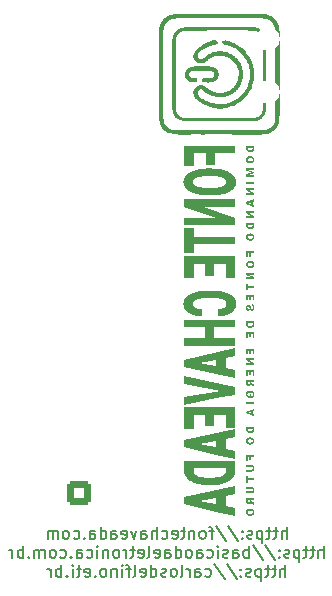
<source format=gbo>
G04 #@! TF.GenerationSoftware,KiCad,Pcbnew,8.0.5*
G04 #@! TF.CreationDate,2024-11-12T19:42:50-03:00*
G04 #@! TF.ProjectId,Teste R_pido Fonte Chaveada,54657374-6520-452e-9170-69646f20466f,rev?*
G04 #@! TF.SameCoordinates,Original*
G04 #@! TF.FileFunction,Legend,Bot*
G04 #@! TF.FilePolarity,Positive*
%FSLAX46Y46*%
G04 Gerber Fmt 4.6, Leading zero omitted, Abs format (unit mm)*
G04 Created by KiCad (PCBNEW 8.0.5) date 2024-11-12 19:42:50*
%MOMM*%
%LPD*%
G01*
G04 APERTURE LIST*
G04 Aperture macros list*
%AMRoundRect*
0 Rectangle with rounded corners*
0 $1 Rounding radius*
0 $2 $3 $4 $5 $6 $7 $8 $9 X,Y pos of 4 corners*
0 Add a 4 corners polygon primitive as box body*
4,1,4,$2,$3,$4,$5,$6,$7,$8,$9,$2,$3,0*
0 Add four circle primitives for the rounded corners*
1,1,$1+$1,$2,$3*
1,1,$1+$1,$4,$5*
1,1,$1+$1,$6,$7*
1,1,$1+$1,$8,$9*
0 Add four rect primitives between the rounded corners*
20,1,$1+$1,$2,$3,$4,$5,0*
20,1,$1+$1,$4,$5,$6,$7,0*
20,1,$1+$1,$6,$7,$8,$9,0*
20,1,$1+$1,$8,$9,$2,$3,0*%
G04 Aperture macros list end*
%ADD10C,0.000000*%
%ADD11C,0.200000*%
%ADD12R,1.800000X1.800000*%
%ADD13C,1.800000*%
%ADD14C,1.600000*%
%ADD15O,1.600000X1.600000*%
%ADD16RoundRect,0.315000X0.735000X0.735000X-0.735000X0.735000X-0.735000X-0.735000X0.735000X-0.735000X0*%
%ADD17C,2.100000*%
%ADD18C,2.000000*%
G04 APERTURE END LIST*
D10*
G36*
X123376293Y-88760984D02*
G01*
X123100339Y-88760984D01*
X123100339Y-89030411D01*
X122971516Y-89030411D01*
X122971516Y-88760984D01*
X122811589Y-88760984D01*
X122811589Y-89057617D01*
X122682851Y-89057617D01*
X122682851Y-88593768D01*
X123376293Y-88593768D01*
X123376293Y-88760984D01*
G37*
G36*
X123376124Y-78659964D02*
G01*
X123247470Y-78659964D01*
X123247470Y-78349518D01*
X123081610Y-78349518D01*
X123081610Y-78612334D01*
X122957702Y-78612334D01*
X122957702Y-78349518D01*
X122811420Y-78349518D01*
X122811420Y-78660982D01*
X122682681Y-78660982D01*
X122682681Y-78182387D01*
X123376124Y-78182387D01*
X123376124Y-78659964D01*
G37*
G36*
X123375869Y-62599853D02*
G01*
X123375643Y-62611022D01*
X123375090Y-62622060D01*
X123374211Y-62632968D01*
X123373004Y-62643744D01*
X123371469Y-62654391D01*
X123369606Y-62664906D01*
X123367415Y-62675292D01*
X123364894Y-62685547D01*
X123362044Y-62695672D01*
X123358863Y-62705667D01*
X123355351Y-62715532D01*
X123351509Y-62725268D01*
X123347334Y-62734874D01*
X123342827Y-62744350D01*
X123337988Y-62753697D01*
X123332816Y-62762914D01*
X123327364Y-62771937D01*
X123321656Y-62780698D01*
X123315691Y-62789198D01*
X123309469Y-62797437D01*
X123302990Y-62805417D01*
X123296253Y-62813138D01*
X123289259Y-62820600D01*
X123282007Y-62827804D01*
X123274496Y-62834751D01*
X123266727Y-62841441D01*
X123258699Y-62847876D01*
X123250412Y-62854055D01*
X123241866Y-62859979D01*
X123233061Y-62865649D01*
X123223996Y-62871066D01*
X123214670Y-62876230D01*
X123205167Y-62881094D01*
X123195503Y-62885645D01*
X123185681Y-62889881D01*
X123175700Y-62893804D01*
X123165563Y-62897413D01*
X123155270Y-62900709D01*
X123144822Y-62903690D01*
X123134220Y-62906358D01*
X123123465Y-62908712D01*
X123112558Y-62910752D01*
X123101500Y-62912478D01*
X123090292Y-62913890D01*
X123078935Y-62914989D01*
X123067430Y-62915773D01*
X123055778Y-62916244D01*
X123043980Y-62916401D01*
X123013893Y-62916401D01*
X123012113Y-62916401D01*
X123000408Y-62916194D01*
X122988844Y-62915667D01*
X122977422Y-62914820D01*
X122966141Y-62913654D01*
X122955002Y-62912168D01*
X122944004Y-62910364D01*
X122933148Y-62908240D01*
X122922434Y-62905797D01*
X122911862Y-62903036D01*
X122901432Y-62899956D01*
X122891145Y-62896557D01*
X122881000Y-62892840D01*
X122870997Y-62888805D01*
X122861137Y-62884451D01*
X122851420Y-62879780D01*
X122841845Y-62874790D01*
X122832463Y-62869544D01*
X122823352Y-62864040D01*
X122814512Y-62858279D01*
X122805944Y-62852262D01*
X122797646Y-62845990D01*
X122789618Y-62839462D01*
X122781861Y-62832679D01*
X122774372Y-62825643D01*
X122767153Y-62818354D01*
X122760203Y-62810812D01*
X122753521Y-62803018D01*
X122747107Y-62794972D01*
X122740961Y-62786676D01*
X122735082Y-62778129D01*
X122729470Y-62769333D01*
X122724124Y-62760288D01*
X122719076Y-62751032D01*
X122714355Y-62741633D01*
X122709962Y-62732090D01*
X122705895Y-62722404D01*
X122702155Y-62712574D01*
X122698742Y-62702601D01*
X122695655Y-62692483D01*
X122692894Y-62682222D01*
X122690459Y-62671817D01*
X122688349Y-62661268D01*
X122686564Y-62650574D01*
X122685105Y-62639736D01*
X122683970Y-62628753D01*
X122683160Y-62617626D01*
X122682674Y-62606354D01*
X122682512Y-62594937D01*
X122811335Y-62594937D01*
X122811536Y-62604047D01*
X122812137Y-62612879D01*
X122813139Y-62621433D01*
X122814541Y-62629710D01*
X122816343Y-62637710D01*
X122818544Y-62645433D01*
X122821144Y-62652879D01*
X122824143Y-62660048D01*
X122827540Y-62666942D01*
X122831335Y-62673560D01*
X122835528Y-62679902D01*
X122840118Y-62685968D01*
X122845104Y-62691760D01*
X122850487Y-62697277D01*
X122856266Y-62702519D01*
X122862441Y-62707487D01*
X122868991Y-62712150D01*
X122875929Y-62716510D01*
X122883254Y-62720567D01*
X122890968Y-62724320D01*
X122899070Y-62727772D01*
X122907561Y-62730921D01*
X122916440Y-62733768D01*
X122925708Y-62736315D01*
X122935366Y-62738560D01*
X122945414Y-62740505D01*
X122955851Y-62742149D01*
X122966678Y-62743494D01*
X122977896Y-62744539D01*
X122989504Y-62745285D01*
X123001503Y-62745733D01*
X123013893Y-62745882D01*
X123043725Y-62745882D01*
X123056178Y-62745733D01*
X123068238Y-62745285D01*
X123079905Y-62744539D01*
X123091180Y-62743494D01*
X123102063Y-62742149D01*
X123112555Y-62740505D01*
X123122655Y-62738560D01*
X123132365Y-62736315D01*
X123141685Y-62733768D01*
X123150615Y-62730921D01*
X123159155Y-62727772D01*
X123167306Y-62724320D01*
X123175068Y-62720567D01*
X123182442Y-62716510D01*
X123189427Y-62712150D01*
X123196025Y-62707487D01*
X123202216Y-62702526D01*
X123208010Y-62697305D01*
X123213409Y-62691824D01*
X123218410Y-62686083D01*
X123223015Y-62680083D01*
X123227221Y-62673822D01*
X123231029Y-62667303D01*
X123234439Y-62660524D01*
X123237449Y-62653486D01*
X123240060Y-62646188D01*
X123242270Y-62638632D01*
X123244080Y-62630817D01*
X123245488Y-62622743D01*
X123246495Y-62614410D01*
X123247099Y-62605819D01*
X123247300Y-62596970D01*
X123247300Y-62538917D01*
X122811335Y-62538917D01*
X122811335Y-62594937D01*
X122682512Y-62594937D01*
X122682512Y-62371614D01*
X123375869Y-62371614D01*
X123375869Y-62599853D01*
G37*
G36*
X121780749Y-86318934D02*
G01*
X120975095Y-86318934D01*
X120975095Y-85150879D01*
X119937643Y-85150879D01*
X119937643Y-86139768D01*
X119162499Y-86139768D01*
X119162499Y-85150880D01*
X118247176Y-85150880D01*
X118247176Y-86322664D01*
X117441522Y-86322664D01*
X117441522Y-84521510D01*
X121780749Y-84521510D01*
X121780749Y-86318934D01*
G37*
G36*
X122683020Y-89962516D02*
G01*
X122682935Y-89962431D01*
X122683020Y-89962431D01*
X122683020Y-89962516D01*
G37*
G36*
X123376124Y-81844867D02*
G01*
X123247470Y-81844867D01*
X123247470Y-81534420D01*
X123081610Y-81534420D01*
X123081610Y-81797237D01*
X122957702Y-81797237D01*
X122957702Y-81534420D01*
X122811420Y-81534420D01*
X122811420Y-81845884D01*
X122682681Y-81845884D01*
X122682681Y-81367204D01*
X123376124Y-81367204D01*
X123376124Y-81844867D01*
G37*
G36*
X121780749Y-80205420D02*
G01*
X120968993Y-80355940D01*
X120968993Y-81217615D01*
X121780749Y-81370000D01*
X121780749Y-82045729D01*
X120163423Y-81686246D01*
X117441522Y-81081249D01*
X117441522Y-80785888D01*
X118656953Y-80785888D01*
X120163423Y-81067180D01*
X120163423Y-80506376D01*
X118656953Y-80785888D01*
X117441522Y-80785888D01*
X117441522Y-80490441D01*
X121780749Y-79533419D01*
X121780749Y-80205420D01*
G37*
G36*
X123376124Y-73285491D02*
G01*
X122944566Y-73285491D01*
X123376124Y-73531187D01*
X123376124Y-73697300D01*
X122682681Y-73697300D01*
X122682681Y-73530678D01*
X123114239Y-73530678D01*
X122682681Y-73285491D01*
X122682681Y-73118360D01*
X123376124Y-73118360D01*
X123376124Y-73285491D01*
G37*
G36*
X123066669Y-63274349D02*
G01*
X123078675Y-63275008D01*
X123090505Y-63275949D01*
X123102161Y-63277172D01*
X123113641Y-63278679D01*
X123124945Y-63280469D01*
X123136074Y-63282544D01*
X123147028Y-63284904D01*
X123157805Y-63287550D01*
X123168407Y-63290483D01*
X123178833Y-63293703D01*
X123189082Y-63297212D01*
X123199155Y-63301010D01*
X123209052Y-63305097D01*
X123218772Y-63309475D01*
X123228316Y-63314145D01*
X123237665Y-63319061D01*
X123246737Y-63324211D01*
X123255534Y-63329597D01*
X123264056Y-63335218D01*
X123272301Y-63341074D01*
X123280272Y-63347167D01*
X123287967Y-63353495D01*
X123295386Y-63360059D01*
X123302531Y-63366859D01*
X123309400Y-63373896D01*
X123315995Y-63381171D01*
X123322315Y-63388682D01*
X123328360Y-63396430D01*
X123334131Y-63404416D01*
X123339628Y-63412640D01*
X123344850Y-63421102D01*
X123349791Y-63429733D01*
X123354413Y-63438526D01*
X123358714Y-63447480D01*
X123362697Y-63456594D01*
X123366360Y-63465868D01*
X123369704Y-63475300D01*
X123372729Y-63484889D01*
X123375435Y-63494636D01*
X123377822Y-63504538D01*
X123379890Y-63514596D01*
X123381640Y-63524808D01*
X123383072Y-63535172D01*
X123384185Y-63545690D01*
X123384980Y-63556359D01*
X123385457Y-63567179D01*
X123385615Y-63578148D01*
X123385454Y-63589149D01*
X123384967Y-63599996D01*
X123384155Y-63610690D01*
X123383017Y-63621233D01*
X123381553Y-63631623D01*
X123379761Y-63641862D01*
X123377640Y-63651949D01*
X123375191Y-63661885D01*
X123372412Y-63671670D01*
X123369302Y-63681304D01*
X123365862Y-63690788D01*
X123362089Y-63700121D01*
X123357983Y-63709304D01*
X123353544Y-63718338D01*
X123348771Y-63727222D01*
X123343663Y-63735957D01*
X123338247Y-63744496D01*
X123332551Y-63752793D01*
X123326574Y-63760845D01*
X123320316Y-63768653D01*
X123313776Y-63776215D01*
X123306954Y-63783531D01*
X123299850Y-63790601D01*
X123292463Y-63797423D01*
X123284793Y-63803997D01*
X123276839Y-63810321D01*
X123268602Y-63816396D01*
X123260081Y-63822221D01*
X123251275Y-63827794D01*
X123242184Y-63833115D01*
X123232808Y-63838183D01*
X123223146Y-63842998D01*
X123213311Y-63847540D01*
X123203287Y-63851787D01*
X123193076Y-63855740D01*
X123182678Y-63859400D01*
X123172094Y-63862766D01*
X123161324Y-63865839D01*
X123150370Y-63868618D01*
X123139231Y-63871105D01*
X123127908Y-63873298D01*
X123116402Y-63875199D01*
X123104713Y-63876807D01*
X123092843Y-63878122D01*
X123080792Y-63879145D01*
X123068560Y-63879875D01*
X123056148Y-63880313D01*
X123043556Y-63880459D01*
X123043556Y-63880456D01*
X123014317Y-63880456D01*
X123011774Y-63880456D01*
X122999341Y-63880260D01*
X122987087Y-63879769D01*
X122975011Y-63878981D01*
X122963112Y-63877898D01*
X122951391Y-63876519D01*
X122939846Y-63874843D01*
X122928478Y-63872872D01*
X122917286Y-63870604D01*
X122906270Y-63868041D01*
X122895430Y-63865181D01*
X122884764Y-63862026D01*
X122874273Y-63858574D01*
X122863956Y-63854827D01*
X122853814Y-63850783D01*
X122843845Y-63846444D01*
X122834049Y-63841808D01*
X122824524Y-63836875D01*
X122815274Y-63831705D01*
X122806299Y-63826298D01*
X122797599Y-63820655D01*
X122789174Y-63814773D01*
X122781026Y-63808655D01*
X122773154Y-63802298D01*
X122765558Y-63795703D01*
X122758240Y-63788870D01*
X122751199Y-63781798D01*
X122744437Y-63774487D01*
X122737952Y-63766938D01*
X122731746Y-63759149D01*
X122725819Y-63751120D01*
X122720171Y-63742851D01*
X122714803Y-63734343D01*
X122709738Y-63725653D01*
X122704998Y-63716809D01*
X122700585Y-63707811D01*
X122696498Y-63698660D01*
X122692737Y-63689358D01*
X122689302Y-63679904D01*
X122686194Y-63670300D01*
X122683413Y-63660546D01*
X122680958Y-63650643D01*
X122678830Y-63640591D01*
X122677029Y-63630392D01*
X122675556Y-63620047D01*
X122674409Y-63609555D01*
X122673590Y-63598918D01*
X122673099Y-63588137D01*
X122672935Y-63577215D01*
X122803538Y-63577215D01*
X122803748Y-63585137D01*
X122804380Y-63592824D01*
X122804853Y-63596579D01*
X122805431Y-63600275D01*
X122806114Y-63603913D01*
X122806903Y-63607492D01*
X122807796Y-63611013D01*
X122808794Y-63614476D01*
X122809897Y-63617880D01*
X122811104Y-63621226D01*
X122812417Y-63624514D01*
X122813834Y-63627744D01*
X122815355Y-63630915D01*
X122816982Y-63634029D01*
X122818712Y-63637085D01*
X122820548Y-63640083D01*
X122822487Y-63643024D01*
X122824531Y-63645907D01*
X122826680Y-63648732D01*
X122828933Y-63651500D01*
X122831290Y-63654211D01*
X122833751Y-63656864D01*
X122836316Y-63659460D01*
X122838986Y-63661999D01*
X122844637Y-63666905D01*
X122850704Y-63671584D01*
X122857186Y-63676036D01*
X122864087Y-63680221D01*
X122871377Y-63684133D01*
X122879056Y-63687771D01*
X122887125Y-63691137D01*
X122895583Y-63694231D01*
X122904430Y-63697053D01*
X122913667Y-63699604D01*
X122923293Y-63701885D01*
X122933308Y-63703895D01*
X122943713Y-63705636D01*
X122954507Y-63707108D01*
X122965690Y-63708310D01*
X122977263Y-63709245D01*
X122989225Y-63709912D01*
X123001576Y-63710312D01*
X123014317Y-63710445D01*
X123014327Y-63710435D01*
X123014338Y-63710425D01*
X123014359Y-63710404D01*
X123014380Y-63710383D01*
X123014401Y-63710361D01*
X123046268Y-63710361D01*
X123058715Y-63710181D01*
X123070792Y-63709734D01*
X123082498Y-63709021D01*
X123093834Y-63708043D01*
X123104799Y-63706799D01*
X123115395Y-63705289D01*
X123125622Y-63703514D01*
X123135480Y-63701473D01*
X123144970Y-63699168D01*
X123154091Y-63696597D01*
X123162845Y-63693761D01*
X123171231Y-63690660D01*
X123179251Y-63687295D01*
X123186903Y-63683665D01*
X123194190Y-63679770D01*
X123201110Y-63675611D01*
X123207639Y-63671237D01*
X123213747Y-63666630D01*
X123219437Y-63661793D01*
X123224706Y-63656724D01*
X123229555Y-63651424D01*
X123233984Y-63645895D01*
X123237992Y-63640136D01*
X123241579Y-63634148D01*
X123244746Y-63627932D01*
X123247490Y-63621487D01*
X123249814Y-63614816D01*
X123251715Y-63607917D01*
X123253194Y-63600792D01*
X123254251Y-63593441D01*
X123254886Y-63585865D01*
X123255097Y-63578064D01*
X123254883Y-63569851D01*
X123254243Y-63561898D01*
X123253762Y-63558018D01*
X123253174Y-63554204D01*
X123252480Y-63550454D01*
X123251678Y-63546769D01*
X123250769Y-63543149D01*
X123249754Y-63539593D01*
X123248631Y-63536102D01*
X123247401Y-63532676D01*
X123246064Y-63529314D01*
X123244620Y-63526016D01*
X123243068Y-63522783D01*
X123241410Y-63519615D01*
X123239644Y-63516510D01*
X123237771Y-63513470D01*
X123235790Y-63510494D01*
X123233702Y-63507582D01*
X123231507Y-63504735D01*
X123229204Y-63501951D01*
X123226794Y-63499232D01*
X123224277Y-63496576D01*
X123221652Y-63493985D01*
X123218919Y-63491457D01*
X123216079Y-63488993D01*
X123213131Y-63486594D01*
X123210075Y-63484257D01*
X123206912Y-63481985D01*
X123203641Y-63479776D01*
X123200262Y-63477631D01*
X123193229Y-63473537D01*
X123185826Y-63469709D01*
X123178054Y-63466146D01*
X123169914Y-63462849D01*
X123161404Y-63459818D01*
X123152527Y-63457051D01*
X123143282Y-63454549D01*
X123133669Y-63452311D01*
X123123688Y-63450337D01*
X123113341Y-63448628D01*
X123102626Y-63447182D01*
X123091544Y-63446000D01*
X123080096Y-63445080D01*
X123068282Y-63444424D01*
X123056102Y-63444031D01*
X123043556Y-63443899D01*
X122992535Y-63444409D01*
X122969644Y-63445775D01*
X122958753Y-63446804D01*
X122948231Y-63448063D01*
X122938078Y-63449554D01*
X122928295Y-63451275D01*
X122918881Y-63453227D01*
X122909837Y-63455409D01*
X122901162Y-63457823D01*
X122892856Y-63460468D01*
X122884920Y-63463344D01*
X122877353Y-63466450D01*
X122870155Y-63469788D01*
X122863326Y-63473358D01*
X122856867Y-63477158D01*
X122850777Y-63481190D01*
X122845056Y-63485454D01*
X122839704Y-63489948D01*
X122834721Y-63494675D01*
X122830108Y-63499633D01*
X122825864Y-63504822D01*
X122821989Y-63510244D01*
X122818483Y-63515897D01*
X122815346Y-63521782D01*
X122812578Y-63527899D01*
X122810180Y-63534247D01*
X122808150Y-63540828D01*
X122806490Y-63547641D01*
X122805198Y-63554686D01*
X122804276Y-63561963D01*
X122803722Y-63569473D01*
X122803538Y-63577215D01*
X122672935Y-63577215D01*
X122672935Y-63577211D01*
X122673100Y-63566163D01*
X122673595Y-63555263D01*
X122674420Y-63544513D01*
X122675576Y-63533912D01*
X122677062Y-63523462D01*
X122678879Y-63513161D01*
X122681028Y-63503011D01*
X122683508Y-63493012D01*
X122686319Y-63483164D01*
X122689463Y-63473466D01*
X122692939Y-63463921D01*
X122696748Y-63454527D01*
X122700889Y-63445284D01*
X122705363Y-63436194D01*
X122710170Y-63427257D01*
X122715311Y-63418472D01*
X122720743Y-63409874D01*
X122726454Y-63401528D01*
X122732445Y-63393435D01*
X122738715Y-63385594D01*
X122745263Y-63378007D01*
X122752089Y-63370672D01*
X122759194Y-63363590D01*
X122766576Y-63356762D01*
X122774234Y-63350186D01*
X122782170Y-63343864D01*
X122790382Y-63337796D01*
X122798870Y-63331982D01*
X122807634Y-63326421D01*
X122816673Y-63321114D01*
X122825986Y-63316061D01*
X122835574Y-63311262D01*
X122845424Y-63306737D01*
X122855458Y-63302505D01*
X122865677Y-63298567D01*
X122876082Y-63294923D01*
X122886671Y-63291571D01*
X122897446Y-63288512D01*
X122908407Y-63285746D01*
X122919553Y-63283272D01*
X122930885Y-63281090D01*
X122942403Y-63279199D01*
X122954106Y-63277600D01*
X122965996Y-63276293D01*
X122978072Y-63275276D01*
X122990334Y-63274551D01*
X123002783Y-63274115D01*
X123015418Y-63273970D01*
X123054489Y-63273970D01*
X123066669Y-63274349D01*
G37*
G36*
X123376039Y-64425665D02*
G01*
X123214077Y-64425665D01*
X122882189Y-64409310D01*
X123376040Y-64577459D01*
X123376040Y-64687976D01*
X122882697Y-64855616D01*
X123214077Y-64839429D01*
X123376039Y-64839429D01*
X123376039Y-65007070D01*
X122682596Y-65007070D01*
X122682596Y-64786966D01*
X123165090Y-64632633D01*
X122682596Y-64477960D01*
X122682596Y-64258365D01*
X123376039Y-64258365D01*
X123376039Y-64425665D01*
G37*
G36*
X120049471Y-53453625D02*
G01*
X120090877Y-53458043D01*
X120129164Y-53466394D01*
X120163995Y-53478946D01*
X120195035Y-53495967D01*
X120221951Y-53517726D01*
X120244406Y-53544491D01*
X120262066Y-53576530D01*
X120274596Y-53614111D01*
X120281660Y-53657502D01*
X120282924Y-53706973D01*
X120262456Y-53725322D01*
X120241734Y-53741753D01*
X120220690Y-53756428D01*
X120199257Y-53769511D01*
X120177365Y-53781164D01*
X120154947Y-53791552D01*
X120131935Y-53800837D01*
X120108259Y-53809184D01*
X120058646Y-53823712D01*
X120005563Y-53836444D01*
X119886803Y-53861742D01*
X119820034Y-53876921D01*
X119747610Y-53895530D01*
X119668988Y-53918873D01*
X119627181Y-53932729D01*
X119583619Y-53948259D01*
X119538235Y-53965625D01*
X119490959Y-53984992D01*
X119441724Y-54006523D01*
X119390462Y-54030380D01*
X119337103Y-54056728D01*
X119281581Y-54085729D01*
X119223826Y-54117547D01*
X119163771Y-54152345D01*
X119034883Y-54228236D01*
X118968729Y-54268397D01*
X118903460Y-54310313D01*
X118840597Y-54354193D01*
X118781660Y-54400243D01*
X118728166Y-54448673D01*
X118703936Y-54473845D01*
X118681637Y-54499691D01*
X118661459Y-54526235D01*
X118643592Y-54553504D01*
X118628226Y-54581524D01*
X118615551Y-54610321D01*
X118605756Y-54639922D01*
X118599032Y-54670351D01*
X118595568Y-54701636D01*
X118595556Y-54733801D01*
X118599183Y-54766874D01*
X118606642Y-54800880D01*
X118618120Y-54835845D01*
X118633809Y-54871796D01*
X118653899Y-54908757D01*
X118678578Y-54946756D01*
X118708038Y-54985819D01*
X118742468Y-55025970D01*
X118774840Y-55028467D01*
X118805555Y-55029699D01*
X118834695Y-55029716D01*
X118862343Y-55028568D01*
X118888580Y-55026304D01*
X118913490Y-55022974D01*
X118937155Y-55018629D01*
X118959656Y-55013319D01*
X118981077Y-55007092D01*
X119001500Y-55000000D01*
X119021007Y-54992091D01*
X119039680Y-54983417D01*
X119057603Y-54974026D01*
X119074856Y-54963968D01*
X119107687Y-54942054D01*
X119138831Y-54918073D01*
X119168947Y-54892424D01*
X119228734Y-54837720D01*
X119259722Y-54809463D01*
X119292318Y-54781135D01*
X119327182Y-54753135D01*
X119364973Y-54725861D01*
X119487797Y-54648731D01*
X119614050Y-54581344D01*
X119743242Y-54523663D01*
X119874880Y-54475653D01*
X120008476Y-54437277D01*
X120143539Y-54408499D01*
X120279577Y-54389284D01*
X120416101Y-54379595D01*
X120552621Y-54379395D01*
X120688644Y-54388650D01*
X120823682Y-54407323D01*
X120957243Y-54435377D01*
X121088837Y-54472776D01*
X121217974Y-54519485D01*
X121344162Y-54575468D01*
X121466912Y-54640688D01*
X121550661Y-54691657D01*
X121630478Y-54745464D01*
X121706368Y-54802006D01*
X121778337Y-54861180D01*
X121846389Y-54922884D01*
X121910531Y-54987014D01*
X121970766Y-55053469D01*
X122027101Y-55122145D01*
X122079541Y-55192940D01*
X122128091Y-55265751D01*
X122172755Y-55340475D01*
X122213540Y-55417010D01*
X122250450Y-55495253D01*
X122283490Y-55575101D01*
X122312667Y-55656452D01*
X122337984Y-55739202D01*
X122359448Y-55823250D01*
X122377063Y-55908492D01*
X122390834Y-55994825D01*
X122400768Y-56082148D01*
X122406868Y-56170357D01*
X122409140Y-56259349D01*
X122407590Y-56349023D01*
X122402223Y-56439274D01*
X122393043Y-56530001D01*
X122380056Y-56621101D01*
X122363267Y-56712471D01*
X122342682Y-56804008D01*
X122318305Y-56895610D01*
X122290142Y-56987174D01*
X122258198Y-57078597D01*
X122222478Y-57169777D01*
X122191405Y-57239607D01*
X122156325Y-57308441D01*
X122117346Y-57376123D01*
X122074578Y-57442500D01*
X122028131Y-57507418D01*
X121978114Y-57570723D01*
X121924635Y-57632262D01*
X121867805Y-57691880D01*
X121807732Y-57749425D01*
X121744527Y-57804742D01*
X121678297Y-57857677D01*
X121609153Y-57908077D01*
X121537204Y-57955787D01*
X121462559Y-58000655D01*
X121385327Y-58042525D01*
X121305619Y-58081245D01*
X121223542Y-58116661D01*
X121139206Y-58148619D01*
X121052721Y-58176965D01*
X120964195Y-58201545D01*
X120873739Y-58222205D01*
X120781462Y-58238792D01*
X120687472Y-58251152D01*
X120591879Y-58259131D01*
X120494793Y-58262576D01*
X120396322Y-58261332D01*
X120296576Y-58255246D01*
X120195665Y-58244163D01*
X120093697Y-58227931D01*
X119990782Y-58206396D01*
X119887029Y-58179402D01*
X119782548Y-58146798D01*
X119725996Y-58126170D01*
X119671624Y-58103485D01*
X119619345Y-58078996D01*
X119569076Y-58052956D01*
X119520732Y-58025621D01*
X119474229Y-57997244D01*
X119386408Y-57938378D01*
X119304935Y-57878391D01*
X119229137Y-57819313D01*
X119091859Y-57712010D01*
X119029029Y-57667847D01*
X118998770Y-57649027D01*
X118969169Y-57632719D01*
X118940143Y-57619177D01*
X118911606Y-57608655D01*
X118883474Y-57601408D01*
X118855663Y-57597689D01*
X118828088Y-57597751D01*
X118800664Y-57601850D01*
X118773308Y-57610238D01*
X118745934Y-57623169D01*
X118718459Y-57640899D01*
X118690798Y-57663679D01*
X118662866Y-57691765D01*
X118634579Y-57725410D01*
X118600716Y-57782111D01*
X118583737Y-57842727D01*
X118582884Y-57906596D01*
X118597399Y-57973054D01*
X118626527Y-58041438D01*
X118669509Y-58111087D01*
X118725590Y-58181337D01*
X118794011Y-58251525D01*
X118874016Y-58320989D01*
X118964848Y-58389065D01*
X119065749Y-58455091D01*
X119175963Y-58518405D01*
X119294733Y-58578342D01*
X119421302Y-58634240D01*
X119554912Y-58685437D01*
X119694807Y-58731270D01*
X119840230Y-58771075D01*
X119990423Y-58804191D01*
X120144630Y-58829954D01*
X120302093Y-58847701D01*
X120462056Y-58856769D01*
X120623761Y-58856496D01*
X120786451Y-58846220D01*
X120949370Y-58825276D01*
X121111761Y-58793002D01*
X121272865Y-58748736D01*
X121431927Y-58691814D01*
X121588190Y-58621574D01*
X121740895Y-58537353D01*
X121889287Y-58438488D01*
X122032608Y-58324316D01*
X122170101Y-58194174D01*
X122290866Y-58071020D01*
X122398383Y-57959948D01*
X122447852Y-57906382D01*
X122494825Y-57852763D01*
X122539573Y-57798067D01*
X122582368Y-57741270D01*
X122623481Y-57681348D01*
X122663184Y-57617275D01*
X122701750Y-57548029D01*
X122739449Y-57472583D01*
X122776554Y-57389915D01*
X122813336Y-57298999D01*
X122850068Y-57198812D01*
X122887020Y-57088329D01*
X122925572Y-56956172D01*
X122956874Y-56823546D01*
X122981011Y-56690693D01*
X122998068Y-56557858D01*
X123008132Y-56425284D01*
X123011288Y-56293214D01*
X123007623Y-56161893D01*
X122997221Y-56031563D01*
X122980170Y-55902469D01*
X122956554Y-55774855D01*
X122926459Y-55648963D01*
X122889972Y-55525037D01*
X122847178Y-55403322D01*
X122798163Y-55284060D01*
X122743013Y-55167496D01*
X122681813Y-55053873D01*
X122614650Y-54943434D01*
X122541609Y-54836424D01*
X122462776Y-54733086D01*
X122378237Y-54633663D01*
X122288077Y-54538399D01*
X122192383Y-54447539D01*
X122091240Y-54361325D01*
X121984735Y-54280001D01*
X121872952Y-54203811D01*
X121755978Y-54132998D01*
X121633899Y-54067806D01*
X121506800Y-54008479D01*
X121374767Y-53955261D01*
X121237886Y-53908394D01*
X121096243Y-53868123D01*
X120949924Y-53834691D01*
X120891485Y-53820647D01*
X120839445Y-53803615D01*
X120793790Y-53784018D01*
X120754510Y-53762278D01*
X120721592Y-53738816D01*
X120695025Y-53714054D01*
X120674797Y-53688414D01*
X120660896Y-53662317D01*
X120653311Y-53636186D01*
X120652030Y-53610441D01*
X120657041Y-53585506D01*
X120668332Y-53561800D01*
X120685892Y-53539747D01*
X120709708Y-53519768D01*
X120739770Y-53502284D01*
X120776065Y-53487718D01*
X120818582Y-53476491D01*
X120867308Y-53469024D01*
X120922233Y-53465741D01*
X120983344Y-53467061D01*
X121050629Y-53473407D01*
X121124077Y-53485202D01*
X121203677Y-53502865D01*
X121289416Y-53526820D01*
X121381282Y-53557488D01*
X121479264Y-53595291D01*
X121583351Y-53640650D01*
X121693530Y-53693987D01*
X121809789Y-53755724D01*
X121932117Y-53826282D01*
X122060503Y-53906084D01*
X122194933Y-53995551D01*
X122194932Y-53995470D01*
X122286577Y-54062520D01*
X122376951Y-54136701D01*
X122465669Y-54217491D01*
X122552346Y-54304369D01*
X122636596Y-54396812D01*
X122718034Y-54494299D01*
X122796277Y-54596306D01*
X122870937Y-54702314D01*
X122941631Y-54811798D01*
X123007972Y-54924237D01*
X123069577Y-55039110D01*
X123126060Y-55155893D01*
X123177035Y-55274066D01*
X123222118Y-55393106D01*
X123260924Y-55512490D01*
X123293067Y-55631697D01*
X123342601Y-55880337D01*
X123370912Y-56124709D01*
X123378862Y-56364225D01*
X123367315Y-56598298D01*
X123337133Y-56826339D01*
X123289178Y-57047761D01*
X123224314Y-57261975D01*
X123143403Y-57468393D01*
X123047308Y-57666428D01*
X122936892Y-57855491D01*
X122813018Y-58034995D01*
X122676547Y-58204352D01*
X122528344Y-58362973D01*
X122369271Y-58510271D01*
X122200189Y-58645657D01*
X122021964Y-58768544D01*
X121835456Y-58878344D01*
X121641529Y-58974469D01*
X121441046Y-59056331D01*
X121234869Y-59123341D01*
X121023861Y-59174912D01*
X120808885Y-59210456D01*
X120590803Y-59229385D01*
X120370479Y-59231111D01*
X120148775Y-59215046D01*
X119926553Y-59180602D01*
X119704678Y-59127191D01*
X119484010Y-59054226D01*
X119265414Y-58961117D01*
X119049752Y-58847277D01*
X118837886Y-58712119D01*
X118630679Y-58555054D01*
X118511972Y-58461113D01*
X118481409Y-58436039D01*
X118451120Y-58409889D01*
X118421419Y-58382443D01*
X118392621Y-58353483D01*
X118365039Y-58322787D01*
X118338989Y-58290136D01*
X118326636Y-58273009D01*
X118314783Y-58255310D01*
X118303470Y-58237013D01*
X118292737Y-58218090D01*
X118282621Y-58198513D01*
X118273164Y-58178255D01*
X118264403Y-58157288D01*
X118256379Y-58135585D01*
X118249130Y-58113118D01*
X118242696Y-58089861D01*
X118237116Y-58065785D01*
X118232429Y-58040863D01*
X118224194Y-57980908D01*
X118219896Y-57924142D01*
X118219342Y-57870429D01*
X118222344Y-57819634D01*
X118228710Y-57771621D01*
X118238251Y-57726257D01*
X118250777Y-57683405D01*
X118266097Y-57642931D01*
X118284021Y-57604699D01*
X118304359Y-57568575D01*
X118326921Y-57534423D01*
X118351516Y-57502109D01*
X118377955Y-57471497D01*
X118406047Y-57442452D01*
X118435602Y-57414840D01*
X118466430Y-57388525D01*
X118514791Y-57351359D01*
X118562300Y-57319691D01*
X118608969Y-57293270D01*
X118654814Y-57271846D01*
X118699850Y-57255170D01*
X118744090Y-57242992D01*
X118787549Y-57235062D01*
X118830243Y-57231130D01*
X118872185Y-57230946D01*
X118913390Y-57234261D01*
X118953873Y-57240824D01*
X118993648Y-57250386D01*
X119032730Y-57262697D01*
X119071133Y-57277507D01*
X119108872Y-57294566D01*
X119145962Y-57313625D01*
X119218251Y-57356741D01*
X119288118Y-57404856D01*
X119355678Y-57455971D01*
X119421048Y-57508088D01*
X119545685Y-57607332D01*
X119605185Y-57650462D01*
X119662961Y-57686598D01*
X119755849Y-57735377D01*
X119848855Y-57777704D01*
X119941833Y-57813735D01*
X120034637Y-57843631D01*
X120127122Y-57867549D01*
X120219141Y-57885647D01*
X120310549Y-57898085D01*
X120401199Y-57905021D01*
X120490946Y-57906613D01*
X120579643Y-57903019D01*
X120667145Y-57894399D01*
X120753306Y-57880911D01*
X120837980Y-57862713D01*
X120921020Y-57839963D01*
X121002281Y-57812821D01*
X121081617Y-57781445D01*
X121158882Y-57745992D01*
X121233930Y-57706623D01*
X121306615Y-57663494D01*
X121376792Y-57616766D01*
X121444313Y-57566595D01*
X121509034Y-57513141D01*
X121570807Y-57456563D01*
X121629488Y-57397018D01*
X121684931Y-57334665D01*
X121736989Y-57269662D01*
X121785516Y-57202169D01*
X121830367Y-57132344D01*
X121871395Y-57060345D01*
X121908455Y-56986330D01*
X121941400Y-56910458D01*
X121970085Y-56832888D01*
X122011321Y-56693604D01*
X122040418Y-56556652D01*
X122057836Y-56422336D01*
X122064035Y-56290957D01*
X122059475Y-56162820D01*
X122044615Y-56038227D01*
X122019916Y-55917481D01*
X121985837Y-55800885D01*
X121942838Y-55688741D01*
X121891379Y-55581353D01*
X121831919Y-55479024D01*
X121764919Y-55382055D01*
X121690839Y-55290752D01*
X121610137Y-55205415D01*
X121523275Y-55126348D01*
X121430712Y-55053855D01*
X121332907Y-54988237D01*
X121230321Y-54929798D01*
X121123413Y-54878841D01*
X121012643Y-54835668D01*
X120898471Y-54800583D01*
X120781357Y-54773888D01*
X120661761Y-54755886D01*
X120540142Y-54746880D01*
X120416961Y-54747174D01*
X120292677Y-54757069D01*
X120167750Y-54776869D01*
X120042639Y-54806877D01*
X119917806Y-54847395D01*
X119793708Y-54898727D01*
X119670807Y-54961175D01*
X119549563Y-55035043D01*
X119527586Y-55050109D01*
X119508228Y-55064373D01*
X119491129Y-55077960D01*
X119475926Y-55090995D01*
X119462258Y-55103604D01*
X119449762Y-55115912D01*
X119438077Y-55128043D01*
X119426842Y-55140124D01*
X119404271Y-55164634D01*
X119392212Y-55177314D01*
X119379155Y-55190444D01*
X119364739Y-55204149D01*
X119348601Y-55218556D01*
X119330380Y-55233788D01*
X119309714Y-55249971D01*
X119241669Y-55296044D01*
X119171404Y-55333087D01*
X119099523Y-55361416D01*
X119026630Y-55381346D01*
X118953330Y-55393192D01*
X118880227Y-55397269D01*
X118807924Y-55393892D01*
X118737025Y-55383377D01*
X118668135Y-55366037D01*
X118601857Y-55342189D01*
X118538796Y-55312148D01*
X118479556Y-55276228D01*
X118424740Y-55234744D01*
X118374952Y-55188013D01*
X118330797Y-55136348D01*
X118292879Y-55080065D01*
X118261801Y-55019479D01*
X118238168Y-54954906D01*
X118222583Y-54886659D01*
X118215651Y-54815055D01*
X118217976Y-54740408D01*
X118230161Y-54663033D01*
X118252812Y-54583246D01*
X118286530Y-54501362D01*
X118331922Y-54417696D01*
X118389590Y-54332562D01*
X118460139Y-54246276D01*
X118544173Y-54159153D01*
X118642295Y-54071508D01*
X118755110Y-53983656D01*
X118883222Y-53895913D01*
X119027235Y-53808593D01*
X119152546Y-53740869D01*
X119329783Y-53654534D01*
X119431174Y-53609751D01*
X119537506Y-53566752D01*
X119646098Y-53527684D01*
X119754271Y-53494691D01*
X119859345Y-53469920D01*
X119909881Y-53461288D01*
X119958638Y-53455516D01*
X120005279Y-53452872D01*
X120049471Y-53453625D01*
G37*
G36*
X123376124Y-80031425D02*
G01*
X123247470Y-80031425D01*
X123247470Y-79720978D01*
X123081610Y-79720978D01*
X123081610Y-79983795D01*
X122957702Y-79983795D01*
X122957702Y-79720978D01*
X122811420Y-79720978D01*
X122811420Y-80032442D01*
X122682681Y-80032442D01*
X122682681Y-79553847D01*
X123376124Y-79553847D01*
X123376124Y-80031425D01*
G37*
G36*
X123067008Y-93112102D02*
G01*
X123079014Y-93112751D01*
X123090844Y-93113684D01*
X123102500Y-93114902D01*
X123113980Y-93116405D01*
X123125284Y-93118194D01*
X123136413Y-93120268D01*
X123147367Y-93122628D01*
X123158144Y-93125274D01*
X123168746Y-93128206D01*
X123179172Y-93131425D01*
X123189421Y-93134930D01*
X123199494Y-93138723D01*
X123209391Y-93142802D01*
X123219111Y-93147170D01*
X123228655Y-93151825D01*
X123238003Y-93156742D01*
X123247076Y-93161896D01*
X123255873Y-93167285D01*
X123264395Y-93172911D01*
X123272640Y-93178773D01*
X123280611Y-93184870D01*
X123288305Y-93191203D01*
X123295725Y-93197771D01*
X123302870Y-93204575D01*
X123309739Y-93211614D01*
X123316334Y-93218888D01*
X123322654Y-93226398D01*
X123328699Y-93234142D01*
X123334470Y-93242121D01*
X123339967Y-93250334D01*
X123345189Y-93258782D01*
X123350130Y-93267427D01*
X123354751Y-93276230D01*
X123359053Y-93285191D01*
X123363036Y-93294311D01*
X123366699Y-93303587D01*
X123370043Y-93313021D01*
X123373068Y-93322611D01*
X123375774Y-93332358D01*
X123378161Y-93342260D01*
X123380229Y-93352318D01*
X123381979Y-93362532D01*
X123383410Y-93372900D01*
X123384524Y-93383422D01*
X123385319Y-93394099D01*
X123385795Y-93404929D01*
X123385954Y-93415913D01*
X123385792Y-93426897D01*
X123385306Y-93437731D01*
X123384494Y-93448415D01*
X123383356Y-93458948D01*
X123381892Y-93469332D01*
X123380099Y-93479565D01*
X123377979Y-93489649D01*
X123375530Y-93499584D01*
X123372751Y-93509370D01*
X123369641Y-93519008D01*
X123366200Y-93528496D01*
X123362428Y-93537837D01*
X123358322Y-93547029D01*
X123353883Y-93556074D01*
X123349110Y-93564971D01*
X123344002Y-93573721D01*
X123338586Y-93582246D01*
X123332890Y-93590529D01*
X123326913Y-93598570D01*
X123320654Y-93606368D01*
X123314114Y-93613922D01*
X123307293Y-93621232D01*
X123300188Y-93628296D01*
X123292801Y-93635114D01*
X123285132Y-93641684D01*
X123277178Y-93648006D01*
X123268941Y-93654079D01*
X123260420Y-93659902D01*
X123251614Y-93665475D01*
X123242523Y-93670796D01*
X123233147Y-93675864D01*
X123223485Y-93680679D01*
X123213650Y-93685219D01*
X123203626Y-93689467D01*
X123193415Y-93693420D01*
X123183017Y-93697079D01*
X123172433Y-93700446D01*
X123161663Y-93703518D01*
X123150708Y-93706298D01*
X123139569Y-93708785D01*
X123128247Y-93710978D01*
X123116741Y-93712879D01*
X123105052Y-93714486D01*
X123093182Y-93715802D01*
X123081131Y-93716825D01*
X123068898Y-93717555D01*
X123056486Y-93717993D01*
X123043895Y-93718139D01*
X123014656Y-93718139D01*
X123012113Y-93718139D01*
X122999680Y-93717943D01*
X122987426Y-93717452D01*
X122975349Y-93716664D01*
X122963451Y-93715581D01*
X122951729Y-93714201D01*
X122940185Y-93712525D01*
X122928817Y-93710554D01*
X122917625Y-93708287D01*
X122906609Y-93705723D01*
X122895768Y-93702864D01*
X122885103Y-93699708D01*
X122874612Y-93696257D01*
X122864295Y-93692510D01*
X122854153Y-93688466D01*
X122844184Y-93684127D01*
X122834388Y-93679492D01*
X122824863Y-93674559D01*
X122815613Y-93669389D01*
X122806638Y-93663982D01*
X122797937Y-93658338D01*
X122789513Y-93652457D01*
X122781365Y-93646338D01*
X122773493Y-93639982D01*
X122765897Y-93633387D01*
X122758579Y-93626554D01*
X122751538Y-93619482D01*
X122744775Y-93612171D01*
X122738291Y-93604621D01*
X122732085Y-93596832D01*
X122726158Y-93588803D01*
X122720510Y-93580535D01*
X122715142Y-93572026D01*
X122710076Y-93563336D01*
X122705337Y-93554492D01*
X122700924Y-93545494D01*
X122696836Y-93536344D01*
X122693075Y-93527043D01*
X122689641Y-93517591D01*
X122686533Y-93507989D01*
X122683751Y-93498239D01*
X122681297Y-93488340D01*
X122679169Y-93478295D01*
X122677368Y-93468103D01*
X122675895Y-93457766D01*
X122674748Y-93447284D01*
X122673929Y-93436659D01*
X122673438Y-93425890D01*
X122673274Y-93414981D01*
X122803877Y-93414981D01*
X122804087Y-93422888D01*
X122804718Y-93430562D01*
X122805192Y-93434312D01*
X122805770Y-93438003D01*
X122806453Y-93441636D01*
X122807242Y-93445211D01*
X122808135Y-93448727D01*
X122809133Y-93452186D01*
X122810236Y-93455586D01*
X122811443Y-93458929D01*
X122812756Y-93462214D01*
X122814173Y-93465441D01*
X122815694Y-93468610D01*
X122817321Y-93471722D01*
X122819051Y-93474776D01*
X122820887Y-93477773D01*
X122822826Y-93480712D01*
X122824870Y-93483593D01*
X122827019Y-93486418D01*
X122829272Y-93489185D01*
X122831628Y-93491894D01*
X122834090Y-93494547D01*
X122836655Y-93497142D01*
X122839325Y-93499681D01*
X122844976Y-93504587D01*
X122851043Y-93509265D01*
X122857525Y-93513717D01*
X122864426Y-93517917D01*
X122871716Y-93521842D01*
X122879395Y-93525492D01*
X122887464Y-93528868D01*
X122895922Y-93531970D01*
X122904769Y-93534799D01*
X122914005Y-93537355D01*
X122923631Y-93539640D01*
X122933647Y-93541654D01*
X122944051Y-93543397D01*
X122954845Y-93544871D01*
X122966029Y-93546075D01*
X122977602Y-93547010D01*
X122989564Y-93547678D01*
X123001915Y-93548078D01*
X123014656Y-93548211D01*
X123014677Y-93548190D01*
X123014698Y-93548169D01*
X123014740Y-93548126D01*
X123046606Y-93548126D01*
X123059054Y-93547931D01*
X123071131Y-93547471D01*
X123082837Y-93546747D01*
X123094172Y-93545758D01*
X123105138Y-93544506D01*
X123115734Y-93542989D01*
X123125961Y-93541209D01*
X123135819Y-93539164D01*
X123145309Y-93536855D01*
X123154430Y-93534281D01*
X123163184Y-93531444D01*
X123171570Y-93528342D01*
X123179589Y-93524976D01*
X123187242Y-93521346D01*
X123194529Y-93517452D01*
X123201449Y-93513293D01*
X123207977Y-93508918D01*
X123214086Y-93504312D01*
X123219775Y-93499474D01*
X123225045Y-93494405D01*
X123229894Y-93489107D01*
X123234323Y-93483579D01*
X123238331Y-93477823D01*
X123241918Y-93471839D01*
X123245084Y-93465627D01*
X123247829Y-93459188D01*
X123250152Y-93452523D01*
X123252054Y-93445633D01*
X123253533Y-93438518D01*
X123254590Y-93431178D01*
X123255224Y-93423615D01*
X123255436Y-93415828D01*
X123255222Y-93407614D01*
X123254581Y-93399659D01*
X123254101Y-93395778D01*
X123253513Y-93391962D01*
X123252818Y-93388210D01*
X123252017Y-93384523D01*
X123251108Y-93380900D01*
X123250092Y-93377342D01*
X123248970Y-93373848D01*
X123247740Y-93370419D01*
X123246403Y-93367055D01*
X123244959Y-93363755D01*
X123243407Y-93360520D01*
X123241749Y-93357349D01*
X123239983Y-93354243D01*
X123238110Y-93351201D01*
X123236129Y-93348224D01*
X123234041Y-93345312D01*
X123231846Y-93342464D01*
X123229543Y-93339680D01*
X123227133Y-93336961D01*
X123224615Y-93334307D01*
X123221990Y-93331717D01*
X123219258Y-93329192D01*
X123216417Y-93326732D01*
X123213470Y-93324335D01*
X123210414Y-93322004D01*
X123207251Y-93319737D01*
X123203980Y-93317535D01*
X123200601Y-93315397D01*
X123193568Y-93311288D01*
X123186165Y-93307447D01*
X123178393Y-93303873D01*
X123170252Y-93300566D01*
X123161743Y-93297526D01*
X123152866Y-93294753D01*
X123143621Y-93292245D01*
X123134008Y-93290003D01*
X123124027Y-93288026D01*
X123113679Y-93286314D01*
X123102965Y-93284866D01*
X123091883Y-93283682D01*
X123080435Y-93282762D01*
X123068621Y-93282105D01*
X123056441Y-93281712D01*
X123043895Y-93281581D01*
X122992874Y-93282174D01*
X122969983Y-93283526D01*
X122959092Y-93284548D01*
X122948570Y-93285802D01*
X122938417Y-93287286D01*
X122928634Y-93289002D01*
X122919220Y-93290950D01*
X122910176Y-93293128D01*
X122901501Y-93295538D01*
X122893195Y-93298180D01*
X122885259Y-93301053D01*
X122877691Y-93304157D01*
X122870494Y-93307493D01*
X122863665Y-93311061D01*
X122857206Y-93314861D01*
X122851115Y-93318893D01*
X122845394Y-93323156D01*
X122840043Y-93327652D01*
X122835060Y-93332379D01*
X122830447Y-93337339D01*
X122826203Y-93342531D01*
X122822328Y-93347955D01*
X122818822Y-93353611D01*
X122815685Y-93359500D01*
X122812917Y-93365621D01*
X122810519Y-93371974D01*
X122808489Y-93378560D01*
X122806829Y-93385379D01*
X122805537Y-93392430D01*
X122804615Y-93399714D01*
X122804061Y-93407231D01*
X122803877Y-93414981D01*
X122673274Y-93414981D01*
X122673274Y-93414980D01*
X122673439Y-93403916D01*
X122673934Y-93393003D01*
X122674759Y-93382241D01*
X122675914Y-93371631D01*
X122677401Y-93361172D01*
X122679218Y-93350865D01*
X122681367Y-93340709D01*
X122683847Y-93330705D01*
X122686658Y-93320853D01*
X122689802Y-93311153D01*
X122693278Y-93301606D01*
X122697086Y-93292210D01*
X122701228Y-93282967D01*
X122705702Y-93273877D01*
X122710509Y-93264940D01*
X122715650Y-93256155D01*
X122721082Y-93247557D01*
X122726793Y-93239211D01*
X122732784Y-93231119D01*
X122739054Y-93223279D01*
X122745602Y-93215693D01*
X122752428Y-93208360D01*
X122759533Y-93201280D01*
X122766914Y-93194455D01*
X122774573Y-93187884D01*
X122782509Y-93181568D01*
X122790721Y-93175506D01*
X122799209Y-93169700D01*
X122807973Y-93164148D01*
X122817011Y-93158852D01*
X122826325Y-93153812D01*
X122835913Y-93149028D01*
X122845763Y-93144489D01*
X122855797Y-93140247D01*
X122866016Y-93136303D01*
X122876421Y-93132654D01*
X122887010Y-93129300D01*
X122897785Y-93126242D01*
X122908746Y-93123478D01*
X122919892Y-93121007D01*
X122931224Y-93118829D01*
X122942741Y-93116944D01*
X122954445Y-93115350D01*
X122966335Y-93114048D01*
X122978411Y-93113036D01*
X122990673Y-93112314D01*
X123003122Y-93111881D01*
X123015757Y-93111737D01*
X123054828Y-93111737D01*
X123067008Y-93112102D01*
G37*
G36*
X123154537Y-91262405D02*
G01*
X123168262Y-91263430D01*
X123181604Y-91265012D01*
X123194562Y-91267151D01*
X123207139Y-91269847D01*
X123219334Y-91273100D01*
X123231150Y-91276912D01*
X123242586Y-91281281D01*
X123253644Y-91286208D01*
X123264324Y-91291694D01*
X123274628Y-91297738D01*
X123284556Y-91304341D01*
X123294109Y-91311504D01*
X123303287Y-91319225D01*
X123312093Y-91327507D01*
X123320527Y-91336348D01*
X123328456Y-91345664D01*
X123335876Y-91355401D01*
X123342788Y-91365559D01*
X123349190Y-91376138D01*
X123355081Y-91387137D01*
X123360463Y-91398557D01*
X123365333Y-91410397D01*
X123369693Y-91422658D01*
X123373541Y-91435338D01*
X123376877Y-91448439D01*
X123379701Y-91461959D01*
X123382013Y-91475899D01*
X123383811Y-91490259D01*
X123385096Y-91505038D01*
X123385867Y-91520237D01*
X123386125Y-91535855D01*
X123386008Y-91546241D01*
X123385660Y-91556453D01*
X123385080Y-91566493D01*
X123384268Y-91576359D01*
X123383225Y-91586051D01*
X123381950Y-91595569D01*
X123380445Y-91604912D01*
X123378709Y-91614081D01*
X123376742Y-91623076D01*
X123374545Y-91631895D01*
X123372119Y-91640539D01*
X123369463Y-91649007D01*
X123366577Y-91657300D01*
X123363462Y-91665416D01*
X123360118Y-91673357D01*
X123356546Y-91681120D01*
X123352755Y-91688684D01*
X123348755Y-91696023D01*
X123344545Y-91703138D01*
X123340126Y-91710029D01*
X123335497Y-91716697D01*
X123330658Y-91723141D01*
X123325607Y-91729363D01*
X123320346Y-91735362D01*
X123314873Y-91741138D01*
X123309188Y-91746692D01*
X123303291Y-91752025D01*
X123297181Y-91757135D01*
X123290858Y-91762024D01*
X123284321Y-91766692D01*
X123277571Y-91771139D01*
X123270607Y-91775365D01*
X123263486Y-91779350D01*
X123256201Y-91783076D01*
X123248754Y-91786543D01*
X123241142Y-91789750D01*
X123233367Y-91792699D01*
X123225428Y-91795389D01*
X123217324Y-91797821D01*
X123209056Y-91799996D01*
X123200622Y-91801913D01*
X123192024Y-91803574D01*
X123183260Y-91804978D01*
X123174331Y-91806126D01*
X123165236Y-91807018D01*
X123155975Y-91807655D01*
X123146547Y-91808037D01*
X123136953Y-91808164D01*
X122683020Y-91808164D01*
X122683020Y-91641117D01*
X123136021Y-91641117D01*
X123143893Y-91641013D01*
X123151490Y-91640700D01*
X123158813Y-91640179D01*
X123165860Y-91639449D01*
X123172632Y-91638510D01*
X123179127Y-91637363D01*
X123185347Y-91636007D01*
X123191289Y-91634443D01*
X123196955Y-91632670D01*
X123202343Y-91630689D01*
X123207453Y-91628499D01*
X123212285Y-91626100D01*
X123216839Y-91623493D01*
X123221113Y-91620677D01*
X123225109Y-91617653D01*
X123228824Y-91614420D01*
X123232288Y-91610998D01*
X123235530Y-91607374D01*
X123238549Y-91603548D01*
X123241345Y-91599522D01*
X123243918Y-91595297D01*
X123246268Y-91590873D01*
X123248395Y-91586250D01*
X123250298Y-91581430D01*
X123251978Y-91576414D01*
X123253435Y-91571202D01*
X123254667Y-91565794D01*
X123255676Y-91560192D01*
X123256461Y-91554396D01*
X123257022Y-91548408D01*
X123257358Y-91542227D01*
X123257471Y-91535855D01*
X123257360Y-91529525D01*
X123257028Y-91523389D01*
X123256474Y-91517449D01*
X123255698Y-91511705D01*
X123254700Y-91506155D01*
X123253481Y-91500800D01*
X123252040Y-91495641D01*
X123250377Y-91490677D01*
X123248491Y-91485908D01*
X123246384Y-91481334D01*
X123244054Y-91476955D01*
X123241502Y-91472772D01*
X123238727Y-91468783D01*
X123235730Y-91464990D01*
X123232510Y-91461392D01*
X123229068Y-91457989D01*
X123225403Y-91454781D01*
X123221515Y-91451769D01*
X123217405Y-91448951D01*
X123213071Y-91446329D01*
X123208514Y-91443902D01*
X123203734Y-91441670D01*
X123198732Y-91439633D01*
X123193505Y-91437791D01*
X123188056Y-91436145D01*
X123182383Y-91434694D01*
X123176486Y-91433437D01*
X123170366Y-91432376D01*
X123157455Y-91430840D01*
X123143649Y-91430084D01*
X122683021Y-91430084D01*
X122683021Y-91261936D01*
X123140428Y-91261936D01*
X123154537Y-91262405D01*
G37*
G36*
X121780749Y-73547121D02*
G01*
X120975095Y-73547121D01*
X120975095Y-72379066D01*
X119937643Y-72379066D01*
X119937643Y-73368038D01*
X119162499Y-73368038D01*
X119162499Y-72379066D01*
X118247176Y-72379066D01*
X118247176Y-73550765D01*
X117441522Y-73550765D01*
X117441522Y-71749695D01*
X121780749Y-71749695D01*
X121780749Y-73547121D01*
G37*
G36*
X121780663Y-63001069D02*
G01*
X120053584Y-63001069D01*
X120053584Y-64015129D01*
X119247929Y-64015129D01*
X119247929Y-63001069D01*
X118247090Y-63001069D01*
X118247090Y-64117171D01*
X117441436Y-64117171D01*
X117441436Y-62371614D01*
X121780663Y-62371614D01*
X121780663Y-63001069D01*
G37*
G36*
X122683020Y-91808248D02*
G01*
X122682935Y-91808164D01*
X122683020Y-91808164D01*
X122683020Y-91808248D01*
G37*
G36*
X121780748Y-67540732D02*
G01*
X119080120Y-67540732D01*
X121780748Y-68465379D01*
X121780748Y-69090595D01*
X117441521Y-69090595D01*
X117441521Y-68463598D01*
X120142150Y-68463598D01*
X117441521Y-67540732D01*
X117441521Y-66911956D01*
X121780748Y-66911956D01*
X121780748Y-67540732D01*
G37*
G36*
X123376208Y-84807380D02*
G01*
X123246537Y-84847298D01*
X123246537Y-85076469D01*
X123376208Y-85116896D01*
X123376208Y-85296486D01*
X123117884Y-85200980D01*
X122682765Y-85040110D01*
X122682765Y-84961459D01*
X122877103Y-84961459D01*
X123117884Y-85036380D01*
X123117884Y-84887216D01*
X122877103Y-84961459D01*
X122682765Y-84961459D01*
X122682765Y-84883149D01*
X123376208Y-84628723D01*
X123376208Y-84807380D01*
G37*
G36*
X123104952Y-51222480D02*
G01*
X123936667Y-51233276D01*
X124355182Y-51253145D01*
X124415519Y-51263593D01*
X124474803Y-51276719D01*
X124532984Y-51292465D01*
X124590011Y-51310772D01*
X124645833Y-51331582D01*
X124700400Y-51354836D01*
X124753660Y-51380477D01*
X124805564Y-51408446D01*
X124856060Y-51438684D01*
X124905098Y-51471134D01*
X124952627Y-51505737D01*
X124998597Y-51542435D01*
X125042957Y-51581169D01*
X125085655Y-51621881D01*
X125126643Y-51664513D01*
X125165868Y-51709006D01*
X125203280Y-51755303D01*
X125238829Y-51803344D01*
X125272464Y-51853072D01*
X125304134Y-51904428D01*
X125333788Y-51957354D01*
X125361376Y-52011791D01*
X125386848Y-52067682D01*
X125410152Y-52124968D01*
X125431237Y-52183590D01*
X125450054Y-52243490D01*
X125466552Y-52304611D01*
X125480679Y-52366893D01*
X125492385Y-52430278D01*
X125501620Y-52494708D01*
X125508333Y-52560125D01*
X125512473Y-52626471D01*
X125533883Y-56391955D01*
X125528216Y-58858237D01*
X125517950Y-59727146D01*
X125501455Y-60158904D01*
X125492478Y-60222450D01*
X125481084Y-60284881D01*
X125467317Y-60346150D01*
X125451220Y-60406214D01*
X125432833Y-60465027D01*
X125412200Y-60522542D01*
X125389364Y-60578716D01*
X125364367Y-60633503D01*
X125337251Y-60686858D01*
X125308058Y-60738734D01*
X125276833Y-60789088D01*
X125243616Y-60837873D01*
X125208451Y-60885045D01*
X125171379Y-60930558D01*
X125132444Y-60974367D01*
X125091688Y-61016426D01*
X125049154Y-61056691D01*
X125004883Y-61095116D01*
X124958919Y-61131655D01*
X124911304Y-61166264D01*
X124862080Y-61198898D01*
X124811290Y-61229510D01*
X124758977Y-61258055D01*
X124705182Y-61284489D01*
X124649950Y-61308766D01*
X124593321Y-61330841D01*
X124535338Y-61350669D01*
X124476045Y-61368203D01*
X124415483Y-61383400D01*
X124353695Y-61396213D01*
X124290724Y-61406597D01*
X124226612Y-61414508D01*
X124226527Y-61414508D01*
X123848089Y-61438900D01*
X123358854Y-61449646D01*
X122786587Y-61450155D01*
X122159051Y-61443841D01*
X120849234Y-61424386D01*
X120222481Y-61418069D01*
X119663555Y-61418563D01*
X119651520Y-61418574D01*
X119516937Y-61420252D01*
X119388353Y-61422653D01*
X119266237Y-61425833D01*
X119151058Y-61429848D01*
X118655088Y-61427390D01*
X118621781Y-61427221D01*
X117365352Y-61447225D01*
X117077034Y-61442762D01*
X116803128Y-61426371D01*
X116545682Y-61393979D01*
X116306743Y-61341514D01*
X116194855Y-61306482D01*
X116088361Y-61264905D01*
X115987518Y-61216274D01*
X115892583Y-61160079D01*
X115803810Y-61095813D01*
X115721457Y-61022966D01*
X115645778Y-60941029D01*
X115577031Y-60849493D01*
X115515471Y-60747849D01*
X115461354Y-60635588D01*
X115414936Y-60512201D01*
X115376473Y-60377179D01*
X115346221Y-60230014D01*
X115324436Y-60070196D01*
X115311375Y-59897216D01*
X115307293Y-59710565D01*
X115289177Y-55865369D01*
X115289701Y-55770956D01*
X115657616Y-55770956D01*
X115671303Y-59503600D01*
X115670741Y-59724949D01*
X115672206Y-59839475D01*
X115676741Y-59955106D01*
X115685773Y-60070745D01*
X115700732Y-60185295D01*
X115723048Y-60297660D01*
X115754148Y-60406741D01*
X115773440Y-60459707D01*
X115795463Y-60511442D01*
X115820397Y-60561807D01*
X115848420Y-60610666D01*
X115879712Y-60657881D01*
X115914450Y-60703316D01*
X115952813Y-60746833D01*
X115994980Y-60788295D01*
X116041129Y-60827565D01*
X116091440Y-60864506D01*
X116146090Y-60898981D01*
X116205258Y-60930852D01*
X116269124Y-60959983D01*
X116337864Y-60986237D01*
X116411659Y-61009475D01*
X116490687Y-61029562D01*
X116526379Y-61035452D01*
X116578780Y-61040893D01*
X116730618Y-61050491D01*
X116940009Y-61058474D01*
X117200762Y-61064959D01*
X117851587Y-61073913D01*
X118633561Y-61078297D01*
X119663555Y-61078975D01*
X123562579Y-61062023D01*
X123780260Y-61062566D01*
X123894303Y-61061148D01*
X124010228Y-61056763D01*
X124126843Y-61048029D01*
X124242959Y-61033565D01*
X124357384Y-61011990D01*
X124468929Y-60981923D01*
X124523249Y-60963273D01*
X124576402Y-60941982D01*
X124628241Y-60917878D01*
X124678615Y-60890787D01*
X124727376Y-60860538D01*
X124774375Y-60826957D01*
X124819463Y-60789872D01*
X124862492Y-60749110D01*
X124903313Y-60704498D01*
X124941777Y-60655864D01*
X124977735Y-60603036D01*
X125011038Y-60545840D01*
X125041538Y-60484104D01*
X125069086Y-60417656D01*
X125093532Y-60346322D01*
X125114729Y-60269930D01*
X125142536Y-59895531D01*
X125158953Y-59131041D01*
X125167096Y-56918543D01*
X125151004Y-53166764D01*
X125151014Y-53166742D01*
X125151025Y-53166721D01*
X125151046Y-53166680D01*
X125151067Y-53166638D01*
X125151078Y-53166617D01*
X125151089Y-53166595D01*
X125151242Y-52945778D01*
X125149321Y-52829846D01*
X125144210Y-52711972D01*
X125134519Y-52593461D01*
X125118853Y-52475619D01*
X125095820Y-52359751D01*
X125064027Y-52247162D01*
X125044410Y-52192505D01*
X125022082Y-52139158D01*
X124996867Y-52087283D01*
X124968592Y-52037043D01*
X124937082Y-51988603D01*
X124902164Y-51942124D01*
X124863663Y-51897770D01*
X124821405Y-51855705D01*
X124775217Y-51816091D01*
X124724924Y-51779092D01*
X124670351Y-51744870D01*
X124611326Y-51713589D01*
X124547674Y-51685413D01*
X124479220Y-51660503D01*
X124405791Y-51639024D01*
X124327213Y-51621139D01*
X123925284Y-51592515D01*
X123154786Y-51575789D01*
X120967636Y-51568030D01*
X117225658Y-51585287D01*
X117063824Y-51586509D01*
X116912245Y-51590918D01*
X116770622Y-51599336D01*
X116638655Y-51612588D01*
X116516045Y-51631496D01*
X116402491Y-51656886D01*
X116297694Y-51689581D01*
X116248486Y-51708925D01*
X116201354Y-51730404D01*
X116156261Y-51754122D01*
X116113171Y-51780181D01*
X116072044Y-51808683D01*
X116032845Y-51839733D01*
X115995535Y-51873433D01*
X115960076Y-51909886D01*
X115926433Y-51949195D01*
X115894566Y-51991463D01*
X115864438Y-52036793D01*
X115836013Y-52085288D01*
X115809251Y-52137051D01*
X115784117Y-52192185D01*
X115760573Y-52250793D01*
X115738580Y-52312978D01*
X115699102Y-52448490D01*
X115676745Y-52800247D01*
X115663675Y-53555130D01*
X115657616Y-55770956D01*
X115289701Y-55770956D01*
X115302239Y-53510760D01*
X115325355Y-52681238D01*
X115342440Y-52410395D01*
X115363738Y-52257202D01*
X115383190Y-52189215D01*
X115404842Y-52123864D01*
X115428647Y-52061121D01*
X115454561Y-52000952D01*
X115482538Y-51943329D01*
X115512532Y-51888218D01*
X115544499Y-51835590D01*
X115578394Y-51785413D01*
X115614170Y-51737655D01*
X115651784Y-51692287D01*
X115691189Y-51649277D01*
X115732340Y-51608594D01*
X115775193Y-51570206D01*
X115819701Y-51534083D01*
X115865820Y-51500193D01*
X115913504Y-51468506D01*
X115962708Y-51438991D01*
X116013387Y-51411615D01*
X116065496Y-51386349D01*
X116118989Y-51363161D01*
X116173821Y-51342020D01*
X116229947Y-51322895D01*
X116287321Y-51305755D01*
X116345899Y-51290569D01*
X116405635Y-51277305D01*
X116466483Y-51265933D01*
X116591338Y-51248739D01*
X116720101Y-51238739D01*
X116852410Y-51235684D01*
X120731559Y-51220069D01*
X123104952Y-51222480D01*
G37*
G36*
X123376124Y-71496033D02*
G01*
X123100171Y-71496033D01*
X123100171Y-71765376D01*
X122971347Y-71765376D01*
X122971347Y-71496033D01*
X122811420Y-71496033D01*
X122811420Y-71792580D01*
X122682681Y-71792580D01*
X122682681Y-71328732D01*
X123376124Y-71328732D01*
X123376124Y-71496033D01*
G37*
G36*
X122510419Y-52345979D02*
G01*
X123158549Y-52354376D01*
X123484690Y-52369837D01*
X123531704Y-52377992D01*
X123577897Y-52388237D01*
X123623230Y-52400526D01*
X123667664Y-52414813D01*
X123711158Y-52431052D01*
X123753675Y-52449199D01*
X123795173Y-52469208D01*
X123835615Y-52491033D01*
X123874959Y-52514628D01*
X123913167Y-52539949D01*
X123950200Y-52566949D01*
X123986018Y-52595584D01*
X124020581Y-52625807D01*
X124053850Y-52657574D01*
X124085785Y-52690838D01*
X124116348Y-52725554D01*
X124145499Y-52761677D01*
X124173197Y-52799161D01*
X124199405Y-52837960D01*
X124224082Y-52878030D01*
X124247189Y-52919324D01*
X124268686Y-52961797D01*
X124288534Y-53005404D01*
X124306694Y-53050098D01*
X124323126Y-53095835D01*
X124337790Y-53142569D01*
X124350648Y-53190255D01*
X124361659Y-53238846D01*
X124370785Y-53288298D01*
X124377986Y-53338565D01*
X124383222Y-53389601D01*
X124386454Y-53441361D01*
X124403086Y-56379317D01*
X124398705Y-58303564D01*
X124390727Y-58981519D01*
X124377894Y-59318414D01*
X124370902Y-59367985D01*
X124362027Y-59416685D01*
X124351301Y-59464481D01*
X124338759Y-59511336D01*
X124324432Y-59557216D01*
X124308354Y-59602085D01*
X124290558Y-59645907D01*
X124271078Y-59688648D01*
X124249947Y-59730272D01*
X124227197Y-59770743D01*
X124202863Y-59810027D01*
X124176977Y-59848088D01*
X124149572Y-59884891D01*
X124120682Y-59920400D01*
X124090340Y-59954580D01*
X124058579Y-59987396D01*
X124025433Y-60018812D01*
X123990933Y-60048793D01*
X123955115Y-60077304D01*
X123918010Y-60104309D01*
X123879652Y-60129773D01*
X123840074Y-60153661D01*
X123799310Y-60175937D01*
X123757392Y-60196566D01*
X123714355Y-60215513D01*
X123670230Y-60232742D01*
X123625051Y-60248218D01*
X123578852Y-60261905D01*
X123531665Y-60273769D01*
X123483525Y-60283774D01*
X123434463Y-60291885D01*
X123384513Y-60298066D01*
X123384429Y-60298066D01*
X123089542Y-60317090D01*
X122708305Y-60325469D01*
X122262356Y-60325864D01*
X121773332Y-60320938D01*
X120752611Y-60305777D01*
X120264189Y-60300866D01*
X119828651Y-60301276D01*
X119819243Y-60301285D01*
X119714360Y-60302579D01*
X119614164Y-60304453D01*
X119519022Y-60306948D01*
X119429298Y-60310102D01*
X119042744Y-60308153D01*
X119016809Y-60307981D01*
X118037720Y-60323596D01*
X117813043Y-60320116D01*
X117599595Y-60307328D01*
X117398974Y-60282056D01*
X117212775Y-60241123D01*
X117125582Y-60213791D01*
X117042593Y-60181352D01*
X116964008Y-60143410D01*
X116890026Y-60099567D01*
X116820847Y-60049426D01*
X116756670Y-59992590D01*
X116697694Y-59928661D01*
X116644119Y-59857244D01*
X116596145Y-59777941D01*
X116553971Y-59690354D01*
X116517797Y-59594086D01*
X116487822Y-59488741D01*
X116464245Y-59373922D01*
X116447266Y-59249230D01*
X116437086Y-59114270D01*
X116433902Y-58968644D01*
X116419833Y-55968512D01*
X116420241Y-55894831D01*
X116707048Y-55894831D01*
X116717652Y-58807106D01*
X116717210Y-58979784D01*
X116718351Y-59069134D01*
X116721885Y-59159349D01*
X116728924Y-59249573D01*
X116740583Y-59338950D01*
X116757975Y-59426623D01*
X116782212Y-59511736D01*
X116797246Y-59553064D01*
X116814409Y-59593432D01*
X116833841Y-59632731D01*
X116855679Y-59670855D01*
X116880064Y-59707696D01*
X116907135Y-59743148D01*
X116937031Y-59777104D01*
X116969891Y-59809456D01*
X117005854Y-59840098D01*
X117045059Y-59868922D01*
X117087646Y-59895822D01*
X117133754Y-59920690D01*
X117183521Y-59943419D01*
X117237088Y-59963902D01*
X117294593Y-59982033D01*
X117356175Y-59997704D01*
X117383990Y-60002306D01*
X117424827Y-60006555D01*
X117543151Y-60014040D01*
X117706321Y-60020256D01*
X117909512Y-60025300D01*
X118416651Y-60032254D01*
X119025963Y-60035673D01*
X119828651Y-60036182D01*
X122867017Y-60023044D01*
X123036656Y-60023470D01*
X123125532Y-60022364D01*
X123215876Y-60018941D01*
X123306758Y-60012125D01*
X123397252Y-60000837D01*
X123486430Y-59984001D01*
X123573363Y-59960539D01*
X123615698Y-59945987D01*
X123657124Y-59929374D01*
X123697525Y-59910566D01*
X123736785Y-59889428D01*
X123774787Y-59865826D01*
X123811417Y-59839625D01*
X123846558Y-59810690D01*
X123880094Y-59778886D01*
X123911909Y-59744079D01*
X123941887Y-59706135D01*
X123969912Y-59664918D01*
X123995869Y-59620293D01*
X124019640Y-59572127D01*
X124041110Y-59520285D01*
X124060164Y-59464631D01*
X124076685Y-59405031D01*
X124098334Y-59112922D01*
X124111118Y-58516454D01*
X124117472Y-56790204D01*
X124104992Y-53862833D01*
X124104907Y-53862833D01*
X124105006Y-53690570D01*
X124103500Y-53600124D01*
X124099511Y-53508160D01*
X124091953Y-53415697D01*
X124079740Y-53323754D01*
X124061788Y-53233349D01*
X124037010Y-53145502D01*
X124021722Y-53102856D01*
X124004321Y-53061231D01*
X123984671Y-53020756D01*
X123962637Y-52981556D01*
X123938082Y-52943760D01*
X123910870Y-52907495D01*
X123880867Y-52872888D01*
X123847937Y-52840067D01*
X123811943Y-52809159D01*
X123772751Y-52780291D01*
X123730224Y-52753591D01*
X123684227Y-52729186D01*
X123634624Y-52707203D01*
X123581280Y-52687770D01*
X123524059Y-52671015D01*
X123462824Y-52657063D01*
X123149603Y-52634733D01*
X122549181Y-52621682D01*
X120844840Y-52615620D01*
X117928930Y-52629097D01*
X117802824Y-52630061D01*
X117684708Y-52633509D01*
X117574348Y-52640084D01*
X117471512Y-52650429D01*
X117375966Y-52665186D01*
X117287477Y-52684998D01*
X117205811Y-52710507D01*
X117167464Y-52725599D01*
X117130734Y-52742357D01*
X117095595Y-52760861D01*
X117062015Y-52781190D01*
X117029965Y-52803426D01*
X116999418Y-52827649D01*
X116970342Y-52853939D01*
X116942710Y-52882377D01*
X116916492Y-52913042D01*
X116891659Y-52946015D01*
X116868182Y-52981377D01*
X116846031Y-53019208D01*
X116825177Y-53059588D01*
X116805592Y-53102597D01*
X116787246Y-53148317D01*
X116770109Y-53196826D01*
X116739349Y-53302537D01*
X116721950Y-53577000D01*
X116711777Y-54165987D01*
X116707048Y-55894831D01*
X116420241Y-55894831D01*
X116430016Y-54131384D01*
X116448041Y-53484156D01*
X116461364Y-53272826D01*
X116477973Y-53153285D01*
X116493128Y-53100237D01*
X116509997Y-53049248D01*
X116528545Y-53000293D01*
X116548737Y-52953348D01*
X116570536Y-52908388D01*
X116593909Y-52865390D01*
X116618820Y-52824329D01*
X116645233Y-52785180D01*
X116673113Y-52747919D01*
X116702424Y-52712523D01*
X116733133Y-52678967D01*
X116765202Y-52647226D01*
X116798597Y-52617276D01*
X116833283Y-52589094D01*
X116869224Y-52562654D01*
X116906385Y-52537932D01*
X116944730Y-52514905D01*
X116984225Y-52493547D01*
X117024834Y-52473835D01*
X117066521Y-52455745D01*
X117109252Y-52439251D01*
X117152991Y-52424330D01*
X117197703Y-52410957D01*
X117243353Y-52399109D01*
X117289904Y-52388760D01*
X117337323Y-52379887D01*
X117434619Y-52366471D01*
X117534959Y-52358666D01*
X117638061Y-52356277D01*
X120660917Y-52344115D01*
X122510419Y-52345979D01*
G37*
G36*
X122811674Y-90526965D02*
G01*
X123376293Y-90526965D01*
X123376293Y-90694266D01*
X122811674Y-90694266D01*
X122811674Y-90902333D01*
X122682935Y-90902333D01*
X122682935Y-90322543D01*
X122811674Y-90322543D01*
X122811674Y-90526965D01*
G37*
G36*
X123160360Y-75802338D02*
G01*
X123168730Y-75802738D01*
X123176979Y-75803406D01*
X123185109Y-75804341D01*
X123193117Y-75805545D01*
X123201003Y-75807019D01*
X123208767Y-75808762D01*
X123216409Y-75810776D01*
X123223927Y-75813061D01*
X123231322Y-75815618D01*
X123238592Y-75818447D01*
X123245738Y-75821549D01*
X123252759Y-75824925D01*
X123259654Y-75828575D01*
X123266423Y-75832500D01*
X123273065Y-75836700D01*
X123279571Y-75841168D01*
X123285898Y-75845897D01*
X123292047Y-75850887D01*
X123298019Y-75856137D01*
X123303815Y-75861649D01*
X123309434Y-75867422D01*
X123314877Y-75873457D01*
X123320145Y-75879753D01*
X123325238Y-75886312D01*
X123330157Y-75893134D01*
X123334902Y-75900218D01*
X123339474Y-75907565D01*
X123343873Y-75915176D01*
X123348099Y-75923050D01*
X123352154Y-75931188D01*
X123356037Y-75939589D01*
X123359701Y-75948171D01*
X123363125Y-75956882D01*
X123366312Y-75965722D01*
X123369262Y-75974690D01*
X123371974Y-75983786D01*
X123374449Y-75993010D01*
X123376687Y-76002362D01*
X123378688Y-76011841D01*
X123380453Y-76021447D01*
X123381982Y-76031180D01*
X123383275Y-76041039D01*
X123384332Y-76051025D01*
X123385154Y-76061137D01*
X123385741Y-76071375D01*
X123386092Y-76081739D01*
X123386210Y-76092228D01*
X123386006Y-76106952D01*
X123385396Y-76121280D01*
X123384378Y-76135212D01*
X123382955Y-76148749D01*
X123381125Y-76161889D01*
X123378889Y-76174633D01*
X123376247Y-76186980D01*
X123373200Y-76198930D01*
X123369748Y-76210483D01*
X123365891Y-76221638D01*
X123361629Y-76232395D01*
X123356962Y-76242755D01*
X123351892Y-76252716D01*
X123346417Y-76262278D01*
X123340539Y-76271442D01*
X123334257Y-76280207D01*
X123327619Y-76288505D01*
X123320675Y-76296269D01*
X123313422Y-76303498D01*
X123305864Y-76310193D01*
X123297998Y-76316352D01*
X123289827Y-76321977D01*
X123281350Y-76327066D01*
X123272568Y-76331621D01*
X123263481Y-76335640D01*
X123254089Y-76339123D01*
X123244393Y-76342071D01*
X123234393Y-76344483D01*
X123224090Y-76346359D01*
X123213484Y-76347700D01*
X123202575Y-76348504D01*
X123191364Y-76348772D01*
X123177289Y-76348332D01*
X123170397Y-76347782D01*
X123163602Y-76347013D01*
X123156904Y-76346023D01*
X123150304Y-76344814D01*
X123143801Y-76343384D01*
X123137394Y-76341735D01*
X123131085Y-76339866D01*
X123124872Y-76337778D01*
X123118757Y-76335470D01*
X123112738Y-76332942D01*
X123106816Y-76330195D01*
X123100990Y-76327227D01*
X123095262Y-76324041D01*
X123089630Y-76320635D01*
X123084094Y-76317009D01*
X123078655Y-76313164D01*
X123073313Y-76309100D01*
X123068067Y-76304816D01*
X123062918Y-76300312D01*
X123057864Y-76295590D01*
X123048047Y-76285487D01*
X123038614Y-76274506D01*
X123029566Y-76262649D01*
X123020902Y-76249916D01*
X123012622Y-76236306D01*
X123005999Y-76224372D01*
X122999481Y-76211638D01*
X122993068Y-76198103D01*
X122986762Y-76183760D01*
X122980562Y-76168608D01*
X122974471Y-76152640D01*
X122968489Y-76135855D01*
X122962618Y-76118247D01*
X122956857Y-76100990D01*
X122951142Y-76085071D01*
X122948301Y-76077615D01*
X122945470Y-76070495D01*
X122942650Y-76063712D01*
X122939841Y-76057267D01*
X122937041Y-76051159D01*
X122934251Y-76045389D01*
X122931470Y-76039958D01*
X122928698Y-76034866D01*
X122925936Y-76030114D01*
X122923182Y-76025702D01*
X122920437Y-76021630D01*
X122917699Y-76017900D01*
X122914978Y-76014450D01*
X122912217Y-76011219D01*
X122909416Y-76008207D01*
X122906574Y-76005415D01*
X122903693Y-76002844D01*
X122900771Y-76000494D01*
X122897809Y-75998365D01*
X122894806Y-75996458D01*
X122891762Y-75994774D01*
X122888677Y-75993312D01*
X122885552Y-75992075D01*
X122882385Y-75991061D01*
X122879177Y-75990271D01*
X122875928Y-75989707D01*
X122872638Y-75989368D01*
X122869305Y-75989254D01*
X122865531Y-75989355D01*
X122861837Y-75989657D01*
X122858224Y-75990160D01*
X122854692Y-75990866D01*
X122851242Y-75991775D01*
X122847875Y-75992888D01*
X122844591Y-75994205D01*
X122841390Y-75995727D01*
X122838274Y-75997455D01*
X122835243Y-75999389D01*
X122832298Y-76001530D01*
X122829439Y-76003878D01*
X122826667Y-76006435D01*
X122823982Y-76009200D01*
X122821386Y-76012174D01*
X122818878Y-76015358D01*
X122816476Y-76018658D01*
X122814226Y-76022104D01*
X122812131Y-76025698D01*
X122810188Y-76029440D01*
X122808400Y-76033330D01*
X122806766Y-76037369D01*
X122805287Y-76041555D01*
X122803962Y-76045891D01*
X122802792Y-76050375D01*
X122801777Y-76055009D01*
X122800918Y-76059792D01*
X122800214Y-76064725D01*
X122799667Y-76069808D01*
X122799275Y-76075041D01*
X122799040Y-76080424D01*
X122798962Y-76085959D01*
X122799054Y-76091401D01*
X122799331Y-76096701D01*
X122799792Y-76101859D01*
X122800437Y-76106876D01*
X122801266Y-76111751D01*
X122802278Y-76116486D01*
X122803474Y-76121081D01*
X122804852Y-76125537D01*
X122806413Y-76129853D01*
X122808157Y-76134031D01*
X122810083Y-76138071D01*
X122812191Y-76141973D01*
X122814481Y-76145739D01*
X122816952Y-76149367D01*
X122819605Y-76152860D01*
X122822438Y-76156217D01*
X122825422Y-76159345D01*
X122828556Y-76162275D01*
X122831842Y-76165008D01*
X122835278Y-76167542D01*
X122838866Y-76169876D01*
X122842604Y-76172011D01*
X122846493Y-76173946D01*
X122850534Y-76175680D01*
X122854725Y-76177212D01*
X122859067Y-76178541D01*
X122863560Y-76179668D01*
X122868205Y-76180592D01*
X122873000Y-76181311D01*
X122877946Y-76181826D01*
X122883043Y-76182135D01*
X122888291Y-76182238D01*
X122888291Y-76348774D01*
X122880433Y-76348647D01*
X122872685Y-76348265D01*
X122865049Y-76347628D01*
X122857523Y-76346736D01*
X122850107Y-76345588D01*
X122842801Y-76344184D01*
X122835605Y-76342523D01*
X122828519Y-76340606D01*
X122821542Y-76338431D01*
X122814673Y-76335999D01*
X122807914Y-76333309D01*
X122801263Y-76330360D01*
X122794720Y-76327153D01*
X122788286Y-76323686D01*
X122781959Y-76319960D01*
X122775739Y-76315974D01*
X122769662Y-76311755D01*
X122763762Y-76307330D01*
X122758039Y-76302698D01*
X122752493Y-76297861D01*
X122747126Y-76292818D01*
X122741936Y-76287569D01*
X122736925Y-76282116D01*
X122732092Y-76276457D01*
X122727438Y-76270595D01*
X122722963Y-76264527D01*
X122718667Y-76258256D01*
X122714551Y-76251781D01*
X122710614Y-76245102D01*
X122706858Y-76238220D01*
X122703282Y-76231135D01*
X122699886Y-76223847D01*
X122696653Y-76216366D01*
X122693629Y-76208766D01*
X122690813Y-76201046D01*
X122688206Y-76193206D01*
X122685807Y-76185246D01*
X122683617Y-76177166D01*
X122681636Y-76168965D01*
X122679863Y-76160643D01*
X122678299Y-76152199D01*
X122676943Y-76143635D01*
X122675796Y-76134949D01*
X122674857Y-76126140D01*
X122674127Y-76117210D01*
X122673606Y-76108158D01*
X122673293Y-76098982D01*
X122673189Y-76089684D01*
X122673284Y-76080175D01*
X122673571Y-76070779D01*
X122674048Y-76061499D01*
X122674717Y-76052334D01*
X122675578Y-76043286D01*
X122676630Y-76034355D01*
X122677875Y-76025543D01*
X122679312Y-76016851D01*
X122680942Y-76008278D01*
X122682765Y-75999827D01*
X122684781Y-75991497D01*
X122686990Y-75983290D01*
X122689394Y-75975207D01*
X122691991Y-75967248D01*
X122694782Y-75959415D01*
X122697768Y-75951708D01*
X122700909Y-75944141D01*
X122704201Y-75936790D01*
X122707642Y-75929656D01*
X122711234Y-75922738D01*
X122714978Y-75916037D01*
X122718874Y-75909552D01*
X122722922Y-75903284D01*
X122727124Y-75897233D01*
X122731479Y-75891398D01*
X122735990Y-75885779D01*
X122740655Y-75880377D01*
X122745476Y-75875192D01*
X122750454Y-75870223D01*
X122755589Y-75865471D01*
X122760881Y-75860935D01*
X122766332Y-75856615D01*
X122771885Y-75852552D01*
X122777546Y-75848753D01*
X122783316Y-75845218D01*
X122789194Y-75841946D01*
X122795179Y-75838937D01*
X122801270Y-75836191D01*
X122807468Y-75833708D01*
X122813772Y-75831487D01*
X122820181Y-75829528D01*
X122826695Y-75827831D01*
X122833313Y-75826396D01*
X122840034Y-75825223D01*
X122846860Y-75824311D01*
X122853788Y-75823659D01*
X122860818Y-75823268D01*
X122867950Y-75823138D01*
X122882232Y-75823665D01*
X122889227Y-75824323D01*
X122896125Y-75825244D01*
X122902926Y-75826428D01*
X122909629Y-75827876D01*
X122916236Y-75829587D01*
X122922745Y-75831560D01*
X122929157Y-75833798D01*
X122935472Y-75836298D01*
X122941690Y-75839062D01*
X122947811Y-75842088D01*
X122953835Y-75845378D01*
X122959763Y-75848931D01*
X122965593Y-75852748D01*
X122971326Y-75856827D01*
X122982503Y-75865776D01*
X122993292Y-75875777D01*
X123003694Y-75886831D01*
X123013710Y-75898939D01*
X123023339Y-75912098D01*
X123032583Y-75926311D01*
X123041440Y-75941576D01*
X123049912Y-75957895D01*
X123055077Y-75968622D01*
X123060277Y-75980085D01*
X123065515Y-75992290D01*
X123070793Y-76005240D01*
X123076116Y-76018941D01*
X123081484Y-76033398D01*
X123086903Y-76048615D01*
X123092373Y-76064599D01*
X123097820Y-76080235D01*
X123100528Y-76087600D01*
X123103226Y-76094662D01*
X123105913Y-76101421D01*
X123108590Y-76107876D01*
X123111256Y-76114029D01*
X123113911Y-76119877D01*
X123116555Y-76125422D01*
X123119189Y-76130663D01*
X123121811Y-76135599D01*
X123124422Y-76140231D01*
X123127021Y-76144558D01*
X123129609Y-76148579D01*
X123132185Y-76152295D01*
X123134750Y-76155706D01*
X123137385Y-76158849D01*
X123140145Y-76161792D01*
X123143028Y-76164536D01*
X123146036Y-76167080D01*
X123149168Y-76169423D01*
X123152426Y-76171564D01*
X123155808Y-76173505D01*
X123159317Y-76175243D01*
X123162952Y-76176778D01*
X123166713Y-76178111D01*
X123170601Y-76179239D01*
X123174616Y-76180164D01*
X123178759Y-76180884D01*
X123183030Y-76181399D01*
X123187430Y-76181708D01*
X123191958Y-76181811D01*
X123192297Y-76181811D01*
X123196293Y-76181716D01*
X123200175Y-76181431D01*
X123203944Y-76180955D01*
X123207599Y-76180291D01*
X123211140Y-76179438D01*
X123214568Y-76178396D01*
X123217881Y-76177167D01*
X123221081Y-76175751D01*
X123224166Y-76174148D01*
X123227137Y-76172358D01*
X123229994Y-76170383D01*
X123232735Y-76168223D01*
X123235363Y-76165878D01*
X123237875Y-76163349D01*
X123240273Y-76160637D01*
X123242555Y-76157741D01*
X123244712Y-76154654D01*
X123246734Y-76151432D01*
X123248619Y-76148076D01*
X123250368Y-76144585D01*
X123251980Y-76140959D01*
X123253455Y-76137198D01*
X123254791Y-76133304D01*
X123255989Y-76129275D01*
X123257047Y-76125112D01*
X123257966Y-76120815D01*
X123258745Y-76116384D01*
X123259384Y-76111820D01*
X123259881Y-76107122D01*
X123260237Y-76102290D01*
X123260451Y-76097326D01*
X123260523Y-76092228D01*
X123260419Y-76084278D01*
X123260109Y-76076607D01*
X123259592Y-76069215D01*
X123258867Y-76062102D01*
X123257935Y-76055269D01*
X123256795Y-76048715D01*
X123255447Y-76042442D01*
X123253891Y-76036450D01*
X123252126Y-76030738D01*
X123250152Y-76025308D01*
X123247969Y-76020160D01*
X123245577Y-76015295D01*
X123242975Y-76010711D01*
X123240164Y-76006411D01*
X123237142Y-76002394D01*
X123233911Y-75998661D01*
X123230505Y-75995166D01*
X123226867Y-75991895D01*
X123222998Y-75988850D01*
X123218899Y-75986029D01*
X123214568Y-75983433D01*
X123210008Y-75981062D01*
X123205218Y-75978916D01*
X123200200Y-75976996D01*
X123194953Y-75975301D01*
X123189478Y-75973832D01*
X123183776Y-75972588D01*
X123177846Y-75971571D01*
X123171691Y-75970779D01*
X123165309Y-75970213D01*
X123158702Y-75969874D01*
X123151870Y-75969761D01*
X123151870Y-75802205D01*
X123160360Y-75802338D01*
G37*
G36*
X118632393Y-55654962D02*
G01*
X118882636Y-55661546D01*
X119130971Y-55665941D01*
X119130886Y-55665853D01*
X119292096Y-55663346D01*
X119490338Y-55664063D01*
X119597184Y-55669466D01*
X119705894Y-55680275D01*
X119814004Y-55698025D01*
X119919050Y-55724248D01*
X119969654Y-55741017D01*
X120018567Y-55760479D01*
X120065481Y-55782827D01*
X120110090Y-55808251D01*
X120152083Y-55836944D01*
X120191155Y-55869097D01*
X120226995Y-55904902D01*
X120259297Y-55944551D01*
X120287752Y-55988235D01*
X120312052Y-56036146D01*
X120331890Y-56088476D01*
X120346956Y-56145417D01*
X120356944Y-56207159D01*
X120361544Y-56273895D01*
X120360450Y-56345816D01*
X120353352Y-56423115D01*
X120341461Y-56492174D01*
X120324267Y-56556114D01*
X120302094Y-56615107D01*
X120275270Y-56669323D01*
X120244121Y-56718936D01*
X120208974Y-56764117D01*
X120170156Y-56805037D01*
X120127992Y-56841869D01*
X120082809Y-56874785D01*
X120034935Y-56903955D01*
X119984694Y-56929553D01*
X119932415Y-56951749D01*
X119878423Y-56970716D01*
X119823045Y-56986626D01*
X119766607Y-56999650D01*
X119709437Y-57009959D01*
X119651860Y-57017727D01*
X119594203Y-57023125D01*
X119479955Y-57027497D01*
X119369306Y-57024450D01*
X119264868Y-57015358D01*
X119169253Y-57001597D01*
X119085072Y-56984540D01*
X119014940Y-56965562D01*
X118961467Y-56946038D01*
X118952229Y-56884188D01*
X118950376Y-56830984D01*
X118955436Y-56785813D01*
X118966939Y-56748062D01*
X118984415Y-56717118D01*
X119007394Y-56692369D01*
X119035406Y-56673201D01*
X119067979Y-56659003D01*
X119104645Y-56649160D01*
X119144932Y-56643061D01*
X119188371Y-56640092D01*
X119234491Y-56639642D01*
X119332893Y-56643842D01*
X119436376Y-56650759D01*
X119541178Y-56655492D01*
X119592898Y-56655507D01*
X119643537Y-56653137D01*
X119692624Y-56647770D01*
X119739690Y-56638793D01*
X119784264Y-56625592D01*
X119825876Y-56607556D01*
X119864055Y-56584071D01*
X119898332Y-56554525D01*
X119928235Y-56518305D01*
X119953295Y-56474797D01*
X119973042Y-56423390D01*
X119987005Y-56363470D01*
X119994713Y-56294424D01*
X119995698Y-56215641D01*
X119942773Y-56171507D01*
X119895548Y-56134531D01*
X119873727Y-56118542D01*
X119852917Y-56104120D01*
X119832979Y-56091190D01*
X119813774Y-56079679D01*
X119795166Y-56069511D01*
X119777014Y-56060613D01*
X119759182Y-56052910D01*
X119741531Y-56046329D01*
X119723923Y-56040794D01*
X119706220Y-56036231D01*
X119688283Y-56032567D01*
X119669974Y-56029727D01*
X119651155Y-56027636D01*
X119631688Y-56026221D01*
X119590256Y-56025119D01*
X119544573Y-56025826D01*
X119493533Y-56027750D01*
X119370959Y-56032866D01*
X119297214Y-56034869D01*
X119213689Y-56035712D01*
X118966883Y-56033815D01*
X118714753Y-56030330D01*
X118463386Y-56029133D01*
X118339891Y-56030605D01*
X118218868Y-56034103D01*
X118188234Y-56036140D01*
X118158724Y-56039757D01*
X118130368Y-56044887D01*
X118103195Y-56051460D01*
X118077237Y-56059410D01*
X118052523Y-56068669D01*
X118029083Y-56079167D01*
X118006947Y-56090836D01*
X117986144Y-56103610D01*
X117966706Y-56117419D01*
X117948662Y-56132196D01*
X117932041Y-56147871D01*
X117916875Y-56164378D01*
X117903193Y-56181648D01*
X117891024Y-56199613D01*
X117880400Y-56218205D01*
X117871349Y-56237356D01*
X117863903Y-56256997D01*
X117858090Y-56277060D01*
X117853941Y-56297478D01*
X117851487Y-56318182D01*
X117850756Y-56339104D01*
X117851779Y-56360176D01*
X117854586Y-56381329D01*
X117859207Y-56402496D01*
X117865672Y-56423609D01*
X117874011Y-56444600D01*
X117884254Y-56465399D01*
X117896431Y-56485940D01*
X117910571Y-56506154D01*
X117926706Y-56525972D01*
X117944864Y-56545328D01*
X117970899Y-56568959D01*
X117997554Y-56588884D01*
X118024722Y-56605399D01*
X118052294Y-56618803D01*
X118080162Y-56629393D01*
X118108219Y-56637468D01*
X118136355Y-56643324D01*
X118164463Y-56647261D01*
X118220161Y-56650567D01*
X118274447Y-56649768D01*
X118375321Y-56645387D01*
X118420178Y-56646571D01*
X118440833Y-56649050D01*
X118460161Y-56653183D01*
X118478054Y-56659268D01*
X118494404Y-56667604D01*
X118509103Y-56678489D01*
X118522043Y-56692219D01*
X118533114Y-56709094D01*
X118542210Y-56729411D01*
X118549222Y-56753467D01*
X118554041Y-56781561D01*
X118556560Y-56813991D01*
X118556670Y-56851054D01*
X118554264Y-56893049D01*
X118549232Y-56940273D01*
X118499353Y-56962051D01*
X118448764Y-56979929D01*
X118397653Y-56993993D01*
X118346209Y-57004328D01*
X118294621Y-57011021D01*
X118243078Y-57014158D01*
X118191769Y-57013824D01*
X118140883Y-57010105D01*
X118090608Y-57003088D01*
X118041134Y-56992858D01*
X117992649Y-56979502D01*
X117945342Y-56963104D01*
X117899402Y-56943752D01*
X117855018Y-56921531D01*
X117812379Y-56896527D01*
X117771673Y-56868826D01*
X117733090Y-56838513D01*
X117696818Y-56805676D01*
X117663046Y-56770399D01*
X117631964Y-56732769D01*
X117603759Y-56692872D01*
X117578621Y-56650794D01*
X117556738Y-56606620D01*
X117538300Y-56560436D01*
X117523496Y-56512329D01*
X117512513Y-56462385D01*
X117505542Y-56410688D01*
X117502770Y-56357326D01*
X117504387Y-56302385D01*
X117510582Y-56245949D01*
X117521544Y-56188105D01*
X117537461Y-56128940D01*
X117556271Y-56075460D01*
X117578327Y-56026058D01*
X117603504Y-55980577D01*
X117631676Y-55938863D01*
X117662720Y-55900757D01*
X117696511Y-55866106D01*
X117732924Y-55834751D01*
X117771835Y-55806538D01*
X117813118Y-55781310D01*
X117856650Y-55758912D01*
X117902306Y-55739186D01*
X117949961Y-55721977D01*
X117999490Y-55707128D01*
X118050770Y-55694485D01*
X118103674Y-55683890D01*
X118158080Y-55675187D01*
X118270894Y-55662835D01*
X118388215Y-55656179D01*
X118509047Y-55653971D01*
X118632393Y-55654962D01*
G37*
G36*
X123376293Y-92370664D02*
G01*
X123131444Y-92370664D01*
X123131444Y-92461095D01*
X123376293Y-92583392D01*
X123376293Y-92762558D01*
X123369174Y-92762558D01*
X123089491Y-92617632D01*
X123085734Y-92625305D01*
X123081835Y-92632720D01*
X123077796Y-92639877D01*
X123073616Y-92646775D01*
X123069294Y-92653414D01*
X123064832Y-92659794D01*
X123060229Y-92665916D01*
X123055484Y-92671778D01*
X123050599Y-92677381D01*
X123045572Y-92682725D01*
X123040404Y-92687809D01*
X123035096Y-92692634D01*
X123029646Y-92697198D01*
X123024055Y-92701504D01*
X123018324Y-92705549D01*
X123012451Y-92709334D01*
X123006395Y-92712888D01*
X123000147Y-92716211D01*
X122993706Y-92719302D01*
X122987072Y-92722162D01*
X122980244Y-92724791D01*
X122973224Y-92727189D01*
X122966010Y-92729357D01*
X122958602Y-92731295D01*
X122951001Y-92733004D01*
X122943205Y-92734484D01*
X122935216Y-92735735D01*
X122927033Y-92736758D01*
X122918656Y-92737552D01*
X122910084Y-92738120D01*
X122907697Y-92738212D01*
X122901318Y-92738460D01*
X122892358Y-92738573D01*
X122880058Y-92738304D01*
X122868108Y-92737496D01*
X122856509Y-92736148D01*
X122845259Y-92734260D01*
X122834361Y-92731831D01*
X122823813Y-92728861D01*
X122813616Y-92725349D01*
X122803770Y-92721294D01*
X122794276Y-92716696D01*
X122785134Y-92711554D01*
X122776344Y-92705868D01*
X122767907Y-92699636D01*
X122759822Y-92692859D01*
X122752089Y-92685535D01*
X122744710Y-92677664D01*
X122737684Y-92669246D01*
X122731035Y-92660328D01*
X122724817Y-92650991D01*
X122719029Y-92641236D01*
X122713671Y-92631061D01*
X122708743Y-92620468D01*
X122704245Y-92609456D01*
X122700177Y-92598026D01*
X122696538Y-92586178D01*
X122693328Y-92573912D01*
X122690547Y-92561227D01*
X122688194Y-92548125D01*
X122686270Y-92534605D01*
X122684774Y-92520667D01*
X122683705Y-92506312D01*
X122683064Y-92491540D01*
X122682852Y-92476435D01*
X122811758Y-92476435D01*
X122811857Y-92482225D01*
X122812152Y-92487837D01*
X122812646Y-92493269D01*
X122813338Y-92498523D01*
X122814229Y-92503598D01*
X122815320Y-92508495D01*
X122816612Y-92513213D01*
X122818104Y-92517751D01*
X122819798Y-92522112D01*
X122821694Y-92526293D01*
X122823793Y-92530295D01*
X122826096Y-92534119D01*
X122828603Y-92537764D01*
X122831314Y-92541230D01*
X122834231Y-92544518D01*
X122837354Y-92547627D01*
X122840609Y-92550596D01*
X122844019Y-92553372D01*
X122847583Y-92555953D01*
X122851301Y-92558341D01*
X122855171Y-92560536D01*
X122859194Y-92562538D01*
X122863368Y-92564347D01*
X122867695Y-92565965D01*
X122872172Y-92567391D01*
X122876799Y-92568625D01*
X122881577Y-92569669D01*
X122886504Y-92570522D01*
X122891580Y-92571184D01*
X122896805Y-92571657D01*
X122902177Y-92571941D01*
X122907697Y-92572035D01*
X122913244Y-92571942D01*
X122918635Y-92571661D01*
X122923869Y-92571194D01*
X122928948Y-92570539D01*
X122933871Y-92569696D01*
X122938639Y-92568665D01*
X122943252Y-92567446D01*
X122947711Y-92566039D01*
X122952016Y-92564443D01*
X122956168Y-92562658D01*
X122960166Y-92560684D01*
X122964012Y-92558520D01*
X122967705Y-92556167D01*
X122971246Y-92553623D01*
X122974635Y-92550890D01*
X122977873Y-92547966D01*
X122980905Y-92544870D01*
X122983741Y-92541590D01*
X122986380Y-92538125D01*
X122988823Y-92534477D01*
X122991070Y-92530645D01*
X122993121Y-92526629D01*
X122994976Y-92522430D01*
X122996635Y-92518048D01*
X122998099Y-92513483D01*
X122999366Y-92508736D01*
X123000439Y-92503807D01*
X123001316Y-92498695D01*
X123001998Y-92493402D01*
X123002485Y-92487928D01*
X123002778Y-92482272D01*
X123002875Y-92476435D01*
X123002875Y-92370664D01*
X122811758Y-92370664D01*
X122811758Y-92476435D01*
X122682852Y-92476435D01*
X122682851Y-92476350D01*
X122682851Y-92203363D01*
X123376293Y-92203363D01*
X123376293Y-92370664D01*
G37*
G36*
X119920319Y-64308324D02*
G01*
X120067426Y-64316518D01*
X120210125Y-64328972D01*
X120348405Y-64345693D01*
X120482255Y-64366684D01*
X120611665Y-64391950D01*
X120736623Y-64421498D01*
X120857119Y-64455330D01*
X120915581Y-64473898D01*
X120972325Y-64493339D01*
X121027352Y-64513654D01*
X121080661Y-64534844D01*
X121132253Y-64556911D01*
X121182127Y-64579856D01*
X121230285Y-64603679D01*
X121276727Y-64628382D01*
X121321452Y-64653967D01*
X121364462Y-64680433D01*
X121405755Y-64707783D01*
X121445334Y-64736016D01*
X121483196Y-64765136D01*
X121519344Y-64795142D01*
X121553777Y-64826035D01*
X121586496Y-64857818D01*
X121617352Y-64890344D01*
X121646229Y-64923470D01*
X121673123Y-64957192D01*
X121698035Y-64991510D01*
X121720963Y-65026421D01*
X121741905Y-65061925D01*
X121760859Y-65098020D01*
X121777824Y-65134704D01*
X121792799Y-65171976D01*
X121805783Y-65209835D01*
X121816773Y-65248279D01*
X121825768Y-65287306D01*
X121832766Y-65326915D01*
X121837767Y-65367105D01*
X121840769Y-65407873D01*
X121841770Y-65449219D01*
X121840745Y-65490545D01*
X121837668Y-65531315D01*
X121832538Y-65571529D01*
X121825354Y-65611184D01*
X121816114Y-65650281D01*
X121804817Y-65688816D01*
X121791461Y-65726791D01*
X121776044Y-65764202D01*
X121758566Y-65801049D01*
X121739024Y-65837330D01*
X121717418Y-65873045D01*
X121693745Y-65908193D01*
X121668004Y-65942771D01*
X121640194Y-65976779D01*
X121610313Y-66010215D01*
X121578360Y-66043078D01*
X121544473Y-66075180D01*
X121508824Y-66106362D01*
X121471413Y-66136623D01*
X121432239Y-66165961D01*
X121391302Y-66194374D01*
X121348602Y-66221861D01*
X121304139Y-66248420D01*
X121257912Y-66274049D01*
X121209921Y-66298746D01*
X121160166Y-66322510D01*
X121108646Y-66345339D01*
X121055362Y-66367231D01*
X121000313Y-66388185D01*
X120943499Y-66408198D01*
X120884919Y-66427269D01*
X120824574Y-66445397D01*
X120700171Y-66478530D01*
X120571125Y-66507244D01*
X120437460Y-66531542D01*
X120299195Y-66551421D01*
X120156354Y-66566883D01*
X120008959Y-66577928D01*
X119857030Y-66584554D01*
X119700591Y-66586763D01*
X119700675Y-66586848D01*
X119517526Y-66586848D01*
X119501253Y-66586848D01*
X119346739Y-66584190D01*
X119196688Y-66577101D01*
X119051091Y-66565576D01*
X118909937Y-66549611D01*
X118773217Y-66529200D01*
X118640921Y-66504339D01*
X118513038Y-66475021D01*
X118389559Y-66441244D01*
X118329952Y-66422697D01*
X118272063Y-66403256D01*
X118215893Y-66382921D01*
X118161444Y-66361691D01*
X118108718Y-66339566D01*
X118057717Y-66316546D01*
X118008441Y-66292631D01*
X117960893Y-66267820D01*
X117915074Y-66242113D01*
X117870985Y-66215510D01*
X117828630Y-66188011D01*
X117788008Y-66159615D01*
X117749121Y-66130322D01*
X117711972Y-66100133D01*
X117676562Y-66069045D01*
X117642892Y-66037060D01*
X117611117Y-66004311D01*
X117581390Y-65970992D01*
X117553712Y-65937106D01*
X117528082Y-65902654D01*
X117504501Y-65867637D01*
X117482970Y-65832057D01*
X117463488Y-65795915D01*
X117446055Y-65759212D01*
X117430673Y-65721950D01*
X117417341Y-65684131D01*
X117406059Y-65645755D01*
X117396828Y-65606823D01*
X117389647Y-65567338D01*
X117384518Y-65527301D01*
X117381441Y-65486712D01*
X117380415Y-65445575D01*
X117380417Y-65445490D01*
X118198188Y-65445490D01*
X118199499Y-65475333D01*
X118201138Y-65489921D01*
X118203432Y-65504286D01*
X118206382Y-65518430D01*
X118209988Y-65532352D01*
X118214249Y-65546053D01*
X118219166Y-65559532D01*
X118224738Y-65572791D01*
X118230966Y-65585830D01*
X118237850Y-65598648D01*
X118245389Y-65611247D01*
X118262435Y-65635785D01*
X118282104Y-65659447D01*
X118304395Y-65682236D01*
X118329310Y-65704152D01*
X118356848Y-65725199D01*
X118387010Y-65745378D01*
X118419795Y-65764693D01*
X118455203Y-65783145D01*
X118493236Y-65800736D01*
X118533892Y-65817469D01*
X118577062Y-65833226D01*
X118622668Y-65847954D01*
X118670712Y-65861655D01*
X118721194Y-65874329D01*
X118829477Y-65896609D01*
X118947525Y-65914807D01*
X119075346Y-65928936D01*
X119212947Y-65939012D01*
X119360338Y-65945047D01*
X119517526Y-65947055D01*
X119517526Y-65947077D01*
X119517526Y-65947099D01*
X119517526Y-65947140D01*
X119716864Y-65947140D01*
X119870474Y-65944659D01*
X120014771Y-65938229D01*
X120083435Y-65933530D01*
X120149778Y-65927840D01*
X120213805Y-65921159D01*
X120275518Y-65913484D01*
X120334920Y-65904815D01*
X120392013Y-65895150D01*
X120446801Y-65884489D01*
X120499286Y-65872831D01*
X120549472Y-65860173D01*
X120597361Y-65846516D01*
X120642955Y-65831858D01*
X120686259Y-65816198D01*
X120727092Y-65799703D01*
X120765303Y-65782350D01*
X120800890Y-65764139D01*
X120833852Y-65745069D01*
X120864187Y-65725141D01*
X120878369Y-65714855D01*
X120891894Y-65704354D01*
X120904761Y-65693638D01*
X120916970Y-65682708D01*
X120928521Y-65671562D01*
X120939413Y-65660202D01*
X120949648Y-65648628D01*
X120959223Y-65636838D01*
X120968140Y-65624834D01*
X120976398Y-65612615D01*
X120983996Y-65600181D01*
X120990934Y-65587532D01*
X120997213Y-65574668D01*
X121002832Y-65561589D01*
X121007791Y-65548296D01*
X121012089Y-65534787D01*
X121015726Y-65521064D01*
X121018703Y-65507126D01*
X121021018Y-65492972D01*
X121022673Y-65478604D01*
X121023665Y-65464021D01*
X121023996Y-65449222D01*
X121022661Y-65418278D01*
X121020992Y-65403173D01*
X121018655Y-65388312D01*
X121015649Y-65373694D01*
X121011975Y-65359322D01*
X121007633Y-65345193D01*
X121002621Y-65331308D01*
X120996941Y-65317667D01*
X120990591Y-65304271D01*
X120983572Y-65291118D01*
X120975884Y-65278210D01*
X120967525Y-65265545D01*
X120958496Y-65253124D01*
X120938428Y-65229015D01*
X120915677Y-65205880D01*
X120890242Y-65183721D01*
X120862122Y-65162536D01*
X120831313Y-65142326D01*
X120797816Y-65123090D01*
X120761628Y-65104828D01*
X120722748Y-65087540D01*
X120681174Y-65071226D01*
X120637097Y-65055788D01*
X120590711Y-65041354D01*
X120542018Y-65027920D01*
X120491019Y-65015487D01*
X120382105Y-64993619D01*
X120263981Y-64975742D01*
X120136655Y-64961850D01*
X120000139Y-64951936D01*
X119854442Y-64945992D01*
X119699574Y-64944013D01*
X119380142Y-64945877D01*
X119236964Y-64950941D01*
X119168843Y-64954779D01*
X119103033Y-64959489D01*
X119039534Y-64965070D01*
X118978347Y-64971523D01*
X118919471Y-64978847D01*
X118862906Y-64987043D01*
X118808652Y-64996111D01*
X118756709Y-65006051D01*
X118707075Y-65016862D01*
X118659753Y-65028546D01*
X118614740Y-65041102D01*
X118572037Y-65054530D01*
X118531644Y-65068830D01*
X118493560Y-65084003D01*
X118457786Y-65100048D01*
X118424321Y-65116966D01*
X118393165Y-65134756D01*
X118364319Y-65153419D01*
X118337780Y-65172956D01*
X118313551Y-65193365D01*
X118291630Y-65214647D01*
X118272017Y-65236802D01*
X118254712Y-65259831D01*
X118239715Y-65283733D01*
X118227025Y-65308508D01*
X118216643Y-65334157D01*
X118208569Y-65360680D01*
X118202802Y-65388076D01*
X118199342Y-65416346D01*
X118198188Y-65445490D01*
X117380417Y-65445490D01*
X117381453Y-65404012D01*
X117384566Y-65363006D01*
X117389755Y-65322559D01*
X117397018Y-65282672D01*
X117406357Y-65243345D01*
X117417770Y-65204580D01*
X117431257Y-65166378D01*
X117446818Y-65128740D01*
X117464453Y-65091667D01*
X117484162Y-65055160D01*
X117505944Y-65019220D01*
X117529798Y-64983850D01*
X117555726Y-64949048D01*
X117583726Y-64914818D01*
X117613799Y-64881159D01*
X117645943Y-64848074D01*
X117679994Y-64815748D01*
X117715786Y-64784368D01*
X117753316Y-64753936D01*
X117792583Y-64724452D01*
X117833585Y-64695918D01*
X117876321Y-64668334D01*
X117920788Y-64641702D01*
X117966985Y-64616022D01*
X118014910Y-64591295D01*
X118064561Y-64567523D01*
X118115937Y-64544707D01*
X118169036Y-64522847D01*
X118223857Y-64501944D01*
X118280396Y-64482000D01*
X118338654Y-64463015D01*
X118398627Y-64444990D01*
X118523038Y-64411939D01*
X118652121Y-64383333D01*
X118785876Y-64359161D01*
X118924303Y-64339410D01*
X119067402Y-64324069D01*
X119215172Y-64313126D01*
X119367615Y-64306569D01*
X119524730Y-64304386D01*
X119768816Y-64304386D01*
X119920319Y-64308324D01*
G37*
G36*
X123376040Y-77488520D02*
G01*
X123375813Y-77499689D01*
X123375260Y-77510728D01*
X123374380Y-77521635D01*
X123373174Y-77532412D01*
X123371639Y-77543058D01*
X123369776Y-77553574D01*
X123367584Y-77563960D01*
X123365064Y-77574215D01*
X123362213Y-77584340D01*
X123359032Y-77594335D01*
X123355521Y-77604200D01*
X123351678Y-77613936D01*
X123347504Y-77623542D01*
X123342997Y-77633018D01*
X123338158Y-77642365D01*
X123332985Y-77651583D01*
X123327533Y-77660605D01*
X123321825Y-77669366D01*
X123315860Y-77677866D01*
X123309638Y-77686105D01*
X123303159Y-77694085D01*
X123296423Y-77701805D01*
X123289428Y-77709267D01*
X123282176Y-77716471D01*
X123274666Y-77723418D01*
X123266897Y-77730109D01*
X123258869Y-77736543D01*
X123250582Y-77742722D01*
X123242036Y-77748646D01*
X123233231Y-77754316D01*
X123224166Y-77759733D01*
X123214841Y-77764897D01*
X123205337Y-77769762D01*
X123195674Y-77774313D01*
X123185851Y-77778550D01*
X123175871Y-77782473D01*
X123165733Y-77786082D01*
X123155440Y-77789378D01*
X123144992Y-77792359D01*
X123134389Y-77795027D01*
X123123634Y-77797381D01*
X123112727Y-77799421D01*
X123101669Y-77801147D01*
X123090461Y-77802559D01*
X123079104Y-77803658D01*
X123067599Y-77804442D01*
X123055947Y-77804913D01*
X123044149Y-77805070D01*
X123014062Y-77805070D01*
X123012282Y-77805070D01*
X123000577Y-77804862D01*
X122989014Y-77804335D01*
X122977592Y-77803488D01*
X122966311Y-77802322D01*
X122955171Y-77800836D01*
X122944174Y-77799032D01*
X122933318Y-77796908D01*
X122922604Y-77794465D01*
X122912032Y-77791703D01*
X122901602Y-77788623D01*
X122891314Y-77785224D01*
X122881169Y-77781507D01*
X122871166Y-77777471D01*
X122861306Y-77773118D01*
X122851589Y-77768446D01*
X122842015Y-77763456D01*
X122832632Y-77758210D01*
X122823521Y-77752707D01*
X122814682Y-77746946D01*
X122806113Y-77740930D01*
X122797815Y-77734657D01*
X122789788Y-77728129D01*
X122782030Y-77721347D01*
X122774542Y-77714311D01*
X122767323Y-77707021D01*
X122760373Y-77699479D01*
X122753691Y-77691685D01*
X122747277Y-77683639D01*
X122741131Y-77675343D01*
X122735252Y-77666796D01*
X122729640Y-77658000D01*
X122724295Y-77648955D01*
X122719246Y-77639699D01*
X122714525Y-77630299D01*
X122710132Y-77620756D01*
X122706065Y-77611070D01*
X122702325Y-77601240D01*
X122698912Y-77591267D01*
X122695824Y-77581149D01*
X122693063Y-77570888D01*
X122690628Y-77560483D01*
X122688518Y-77549934D01*
X122686734Y-77539240D01*
X122685274Y-77528402D01*
X122684139Y-77517420D01*
X122683329Y-77506293D01*
X122682843Y-77495021D01*
X122682681Y-77483604D01*
X122811505Y-77483604D01*
X122811705Y-77492714D01*
X122812307Y-77501546D01*
X122813309Y-77510100D01*
X122814711Y-77518377D01*
X122816513Y-77526376D01*
X122818714Y-77534099D01*
X122821314Y-77541545D01*
X122824313Y-77548715D01*
X122827710Y-77555609D01*
X122831505Y-77562227D01*
X122835698Y-77568569D01*
X122840287Y-77574636D01*
X122845274Y-77580428D01*
X122850657Y-77585945D01*
X122856436Y-77591188D01*
X122862610Y-77596156D01*
X122869161Y-77600819D01*
X122876098Y-77605178D01*
X122883424Y-77609235D01*
X122891137Y-77612988D01*
X122899239Y-77616439D01*
X122907730Y-77619588D01*
X122916609Y-77622436D01*
X122925878Y-77624982D01*
X122935536Y-77627227D01*
X122945583Y-77629172D01*
X122956020Y-77630816D01*
X122966847Y-77632161D01*
X122978065Y-77633206D01*
X122989673Y-77633952D01*
X123001672Y-77634400D01*
X123014062Y-77634549D01*
X123043896Y-77634549D01*
X123056348Y-77634400D01*
X123068408Y-77633952D01*
X123080075Y-77633206D01*
X123091350Y-77632161D01*
X123102233Y-77630816D01*
X123112725Y-77629172D01*
X123122825Y-77627227D01*
X123132535Y-77624982D01*
X123141855Y-77622436D01*
X123150785Y-77619588D01*
X123159325Y-77616439D01*
X123167476Y-77612988D01*
X123175238Y-77609235D01*
X123182611Y-77605178D01*
X123189597Y-77600819D01*
X123196195Y-77596156D01*
X123202385Y-77591195D01*
X123208180Y-77585973D01*
X123213578Y-77580492D01*
X123218580Y-77574751D01*
X123223184Y-77568751D01*
X123227391Y-77562491D01*
X123231199Y-77555971D01*
X123234609Y-77549192D01*
X123237619Y-77542154D01*
X123240230Y-77534857D01*
X123242440Y-77527300D01*
X123244249Y-77519485D01*
X123245658Y-77511411D01*
X123246664Y-77503079D01*
X123247268Y-77494488D01*
X123247470Y-77485639D01*
X123247470Y-77427584D01*
X122811505Y-77427584D01*
X122811505Y-77483604D01*
X122682681Y-77483604D01*
X122682681Y-77260282D01*
X123376040Y-77260282D01*
X123376040Y-77488520D01*
G37*
G36*
X122811505Y-74249800D02*
G01*
X123376124Y-74249800D01*
X123376124Y-74417101D01*
X122811505Y-74417101D01*
X122811505Y-74625081D01*
X122682766Y-74625081D01*
X122682766Y-74045463D01*
X122811505Y-74045463D01*
X122811505Y-74249800D01*
G37*
G36*
X122682765Y-84099698D02*
G01*
X123376208Y-84099698D01*
X123376208Y-84266406D01*
X122682765Y-84266406D01*
X122682765Y-84099698D01*
G37*
G36*
X118247090Y-70072704D02*
G01*
X121780748Y-70072704D01*
X121780748Y-70702073D01*
X118247090Y-70702073D01*
X118247090Y-71484845D01*
X117441436Y-71484845D01*
X117441436Y-69304001D01*
X118247090Y-69304001D01*
X118247090Y-70072704D01*
G37*
G36*
X122682596Y-65416168D02*
G01*
X123376039Y-65416168D01*
X123376039Y-65582875D01*
X122682596Y-65582875D01*
X122682596Y-65416168D01*
G37*
G36*
X123376040Y-69135855D02*
G01*
X123375813Y-69147011D01*
X123375260Y-69158039D01*
X123374380Y-69168939D01*
X123373174Y-69179711D01*
X123371639Y-69190354D01*
X123369776Y-69200868D01*
X123367584Y-69211253D01*
X123365064Y-69221508D01*
X123362213Y-69231632D01*
X123359032Y-69241627D01*
X123355521Y-69251490D01*
X123351678Y-69261223D01*
X123347504Y-69270824D01*
X123342997Y-69280292D01*
X123338158Y-69289629D01*
X123332985Y-69298833D01*
X123327533Y-69307855D01*
X123321825Y-69316616D01*
X123315860Y-69325116D01*
X123309638Y-69333355D01*
X123303159Y-69341335D01*
X123296423Y-69349056D01*
X123289428Y-69356518D01*
X123282176Y-69363722D01*
X123274666Y-69370670D01*
X123266897Y-69377360D01*
X123258869Y-69383795D01*
X123250582Y-69389974D01*
X123242036Y-69395898D01*
X123233231Y-69401568D01*
X123224166Y-69406985D01*
X123214841Y-69412148D01*
X123205337Y-69417014D01*
X123195674Y-69421567D01*
X123185851Y-69425808D01*
X123175871Y-69429736D01*
X123165733Y-69433352D01*
X123155440Y-69436654D01*
X123144992Y-69439644D01*
X123134389Y-69442319D01*
X123123634Y-69444681D01*
X123112727Y-69446729D01*
X123101669Y-69448462D01*
X123090461Y-69449881D01*
X123079104Y-69450985D01*
X123067599Y-69451774D01*
X123055947Y-69452248D01*
X123044149Y-69452405D01*
X123014062Y-69452405D01*
X123012282Y-69452405D01*
X123000577Y-69452183D01*
X122989014Y-69451642D01*
X122977592Y-69450784D01*
X122966311Y-69449608D01*
X122955171Y-69448114D01*
X122944174Y-69446303D01*
X122933318Y-69444173D01*
X122922604Y-69441726D01*
X122912032Y-69438961D01*
X122901602Y-69435879D01*
X122891314Y-69432478D01*
X122881169Y-69428759D01*
X122871166Y-69424723D01*
X122861306Y-69420369D01*
X122851589Y-69415697D01*
X122842015Y-69410707D01*
X122832632Y-69405462D01*
X122823521Y-69399961D01*
X122814682Y-69394205D01*
X122806113Y-69388193D01*
X122797815Y-69381925D01*
X122789788Y-69375403D01*
X122782030Y-69368626D01*
X122774542Y-69361594D01*
X122767323Y-69354308D01*
X122760373Y-69346768D01*
X122753691Y-69338974D01*
X122747277Y-69330927D01*
X122741131Y-69322626D01*
X122735252Y-69314073D01*
X122729640Y-69305267D01*
X122724295Y-69296208D01*
X122719246Y-69286966D01*
X122714525Y-69277579D01*
X122710132Y-69268048D01*
X122706065Y-69258371D01*
X122702325Y-69248549D01*
X122698912Y-69238582D01*
X122695824Y-69228471D01*
X122693063Y-69218214D01*
X122690628Y-69207812D01*
X122688518Y-69197266D01*
X122686734Y-69186574D01*
X122685274Y-69175737D01*
X122684139Y-69164755D01*
X122683329Y-69153628D01*
X122682843Y-69142357D01*
X122682681Y-69130940D01*
X122811505Y-69130940D01*
X122811705Y-69140036D01*
X122812307Y-69148857D01*
X122813309Y-69157404D01*
X122814711Y-69165676D01*
X122816513Y-69173672D01*
X122818714Y-69181394D01*
X122821314Y-69188839D01*
X122824313Y-69196009D01*
X122827710Y-69202903D01*
X122831505Y-69209520D01*
X122835698Y-69215861D01*
X122840287Y-69221925D01*
X122845274Y-69227712D01*
X122850657Y-69233221D01*
X122856436Y-69238453D01*
X122862610Y-69243407D01*
X122869161Y-69248085D01*
X122876098Y-69252458D01*
X122883424Y-69256526D01*
X122891137Y-69260289D01*
X122899239Y-69263748D01*
X122907730Y-69266904D01*
X122916609Y-69269757D01*
X122925878Y-69272308D01*
X122935536Y-69274556D01*
X122945583Y-69276503D01*
X122956020Y-69278150D01*
X122966847Y-69279495D01*
X122978065Y-69280541D01*
X122989673Y-69281288D01*
X123001672Y-69281735D01*
X123014062Y-69281884D01*
X123043896Y-69281884D01*
X123056348Y-69281735D01*
X123068408Y-69281288D01*
X123080075Y-69280541D01*
X123091350Y-69279495D01*
X123102233Y-69278150D01*
X123112725Y-69276503D01*
X123122825Y-69274556D01*
X123132535Y-69272308D01*
X123141855Y-69269757D01*
X123150785Y-69266904D01*
X123159325Y-69263748D01*
X123167476Y-69260289D01*
X123175238Y-69256526D01*
X123182611Y-69252458D01*
X123189597Y-69248085D01*
X123196195Y-69243407D01*
X123202385Y-69238460D01*
X123208180Y-69233249D01*
X123213578Y-69227775D01*
X123218580Y-69222039D01*
X123223184Y-69216040D01*
X123227391Y-69209779D01*
X123231199Y-69203257D01*
X123234609Y-69196475D01*
X123237619Y-69189432D01*
X123240230Y-69182130D01*
X123242440Y-69174568D01*
X123244249Y-69166748D01*
X123245658Y-69158670D01*
X123246664Y-69150333D01*
X123247268Y-69141740D01*
X123247470Y-69132890D01*
X123247470Y-69074919D01*
X122811505Y-69074919D01*
X122811505Y-69130940D01*
X122682681Y-69130940D01*
X122682681Y-68907618D01*
X123376040Y-68907618D01*
X123376040Y-69135855D01*
G37*
G36*
X121780664Y-89932767D02*
G01*
X121779258Y-89974834D01*
X121775800Y-90016399D01*
X121770289Y-90057464D01*
X121762723Y-90098029D01*
X121753102Y-90138095D01*
X121741423Y-90177664D01*
X121727686Y-90216736D01*
X121711888Y-90255313D01*
X121694028Y-90293395D01*
X121674105Y-90330983D01*
X121652117Y-90368079D01*
X121628063Y-90404683D01*
X121601941Y-90440797D01*
X121573749Y-90476421D01*
X121543487Y-90511556D01*
X121511152Y-90546204D01*
X121476981Y-90580121D01*
X121441210Y-90613066D01*
X121403837Y-90645039D01*
X121364861Y-90676040D01*
X121324280Y-90706070D01*
X121282094Y-90735131D01*
X121238300Y-90763221D01*
X121192897Y-90790343D01*
X121145885Y-90816496D01*
X121097261Y-90841682D01*
X121047025Y-90865900D01*
X120995175Y-90889152D01*
X120941709Y-90911438D01*
X120886626Y-90932759D01*
X120829925Y-90953115D01*
X120771605Y-90972507D01*
X120651760Y-91007982D01*
X120527945Y-91038759D01*
X120400192Y-91064829D01*
X120268537Y-91086181D01*
X120133012Y-91102805D01*
X119993651Y-91114692D01*
X119850488Y-91121831D01*
X119703558Y-91124213D01*
X119514391Y-91124213D01*
X119504220Y-91124213D01*
X119358403Y-91121334D01*
X119216197Y-91113652D01*
X119077592Y-91101174D01*
X118942578Y-91083903D01*
X118811144Y-91061845D01*
X118746765Y-91049023D01*
X118683278Y-91035005D01*
X118620679Y-91019793D01*
X118558969Y-91003388D01*
X118498146Y-90985789D01*
X118438208Y-90966998D01*
X118379544Y-90947243D01*
X118322574Y-90926529D01*
X118267297Y-90904857D01*
X118213710Y-90882229D01*
X118161811Y-90858644D01*
X118111599Y-90834105D01*
X118063072Y-90808611D01*
X118016227Y-90782164D01*
X117971062Y-90754765D01*
X117927576Y-90726414D01*
X117885766Y-90697112D01*
X117845631Y-90666860D01*
X117807168Y-90635660D01*
X117770376Y-90603511D01*
X117735253Y-90570415D01*
X117701796Y-90536372D01*
X117670212Y-90501600D01*
X117640677Y-90466281D01*
X117613189Y-90430416D01*
X117587746Y-90394005D01*
X117564347Y-90357047D01*
X117542991Y-90319543D01*
X117523676Y-90281493D01*
X117506400Y-90242897D01*
X117491162Y-90203754D01*
X117477961Y-90164065D01*
X117466795Y-90123830D01*
X117457662Y-90083049D01*
X117450562Y-90041721D01*
X117445492Y-89999847D01*
X117442451Y-89957427D01*
X117441437Y-89914461D01*
X118247007Y-89914461D01*
X118248258Y-89948698D01*
X118249822Y-89965429D01*
X118252010Y-89981902D01*
X118254824Y-89998115D01*
X118258263Y-90014071D01*
X118262326Y-90029767D01*
X118267014Y-90045205D01*
X118272325Y-90060383D01*
X118278261Y-90075303D01*
X118284821Y-90089963D01*
X118292004Y-90104364D01*
X118299811Y-90118506D01*
X118308241Y-90132388D01*
X118317294Y-90146011D01*
X118326970Y-90159374D01*
X118337269Y-90172477D01*
X118348191Y-90185321D01*
X118371900Y-90210228D01*
X118398098Y-90234095D01*
X118426782Y-90256921D01*
X118457951Y-90278705D01*
X118491603Y-90299446D01*
X118527738Y-90319144D01*
X118566353Y-90337798D01*
X118607428Y-90355333D01*
X118650913Y-90371737D01*
X118696811Y-90387011D01*
X118745126Y-90401154D01*
X118795859Y-90414167D01*
X118849014Y-90426049D01*
X118904594Y-90436799D01*
X118962601Y-90446419D01*
X119085909Y-90462264D01*
X119218962Y-90473583D01*
X119361781Y-90480376D01*
X119514391Y-90482640D01*
X119701524Y-90482640D01*
X119779450Y-90482074D01*
X119854922Y-90480376D01*
X119927941Y-90477545D01*
X119998510Y-90473583D01*
X120066629Y-90468489D01*
X120132299Y-90462264D01*
X120195523Y-90454907D01*
X120256301Y-90446419D01*
X120314635Y-90436799D01*
X120370526Y-90426049D01*
X120423975Y-90414167D01*
X120474984Y-90401155D01*
X120523555Y-90387011D01*
X120569688Y-90371737D01*
X120613385Y-90355333D01*
X120654647Y-90337798D01*
X120693441Y-90319174D01*
X120729732Y-90299565D01*
X120763520Y-90278971D01*
X120794806Y-90257393D01*
X120823589Y-90234832D01*
X120849868Y-90211287D01*
X120873645Y-90186759D01*
X120894919Y-90161249D01*
X120904618Y-90148125D01*
X120913691Y-90134756D01*
X120922138Y-90121141D01*
X120929959Y-90107281D01*
X120937155Y-90093176D01*
X120943725Y-90078825D01*
X120949669Y-90064229D01*
X120954988Y-90049388D01*
X120959680Y-90034301D01*
X120963747Y-90018970D01*
X120967189Y-90003393D01*
X120970005Y-89987571D01*
X120972195Y-89971504D01*
X120973759Y-89955193D01*
X120975010Y-89921834D01*
X120975010Y-89703513D01*
X118247007Y-89703513D01*
X118247007Y-89914461D01*
X117441437Y-89914461D01*
X117441437Y-89074143D01*
X121780664Y-89074143D01*
X121780664Y-89932767D01*
G37*
G36*
X123376124Y-75464554D02*
G01*
X123247470Y-75464554D01*
X123247470Y-75154191D01*
X123081610Y-75154191D01*
X123081610Y-75417008D01*
X122957702Y-75417008D01*
X122957702Y-75154191D01*
X122811420Y-75154191D01*
X122811420Y-75465655D01*
X122682681Y-75465655D01*
X122682681Y-74986976D01*
X123376124Y-74986976D01*
X123376124Y-75464554D01*
G37*
G36*
X121780749Y-77754218D02*
G01*
X119968154Y-77754218D01*
X119968154Y-78680136D01*
X121780749Y-78680136D01*
X121780749Y-79305861D01*
X117441522Y-79305861D01*
X117441522Y-78680136D01*
X119162499Y-78680136D01*
X119162499Y-77754218D01*
X117441522Y-77754218D01*
X117441522Y-77124848D01*
X121780749Y-77124848D01*
X121780749Y-77754218D01*
G37*
G36*
X123067008Y-87075374D02*
G01*
X123079014Y-87076023D01*
X123090844Y-87076956D01*
X123102500Y-87078174D01*
X123113980Y-87079677D01*
X123125284Y-87081466D01*
X123136413Y-87083540D01*
X123147367Y-87085900D01*
X123158144Y-87088546D01*
X123168746Y-87091478D01*
X123179172Y-87094697D01*
X123189421Y-87098202D01*
X123199494Y-87101995D01*
X123209391Y-87106075D01*
X123219111Y-87110442D01*
X123228655Y-87115097D01*
X123238003Y-87120014D01*
X123247076Y-87125168D01*
X123255873Y-87130558D01*
X123264395Y-87136183D01*
X123272640Y-87142045D01*
X123280611Y-87148142D01*
X123288305Y-87154475D01*
X123295725Y-87161044D01*
X123302870Y-87167847D01*
X123309739Y-87174886D01*
X123316334Y-87182161D01*
X123322654Y-87189670D01*
X123328699Y-87197414D01*
X123334470Y-87205393D01*
X123339967Y-87213606D01*
X123345189Y-87222054D01*
X123350130Y-87230699D01*
X123354751Y-87239502D01*
X123359053Y-87248463D01*
X123363036Y-87257583D01*
X123366699Y-87266859D01*
X123370043Y-87276293D01*
X123373068Y-87285883D01*
X123375774Y-87295630D01*
X123378161Y-87305532D01*
X123380229Y-87315590D01*
X123381979Y-87325803D01*
X123383410Y-87336172D01*
X123384524Y-87346694D01*
X123385319Y-87357371D01*
X123385795Y-87368201D01*
X123385954Y-87379185D01*
X123385792Y-87390170D01*
X123385306Y-87401003D01*
X123384494Y-87411687D01*
X123383356Y-87422220D01*
X123381892Y-87432604D01*
X123380099Y-87442837D01*
X123377979Y-87452921D01*
X123375530Y-87462856D01*
X123372751Y-87472642D01*
X123369641Y-87482279D01*
X123366200Y-87491768D01*
X123362428Y-87501109D01*
X123358322Y-87510301D01*
X123353883Y-87519346D01*
X123349110Y-87528243D01*
X123344002Y-87536993D01*
X123338586Y-87545518D01*
X123332890Y-87553801D01*
X123326913Y-87561842D01*
X123320654Y-87569640D01*
X123314114Y-87577194D01*
X123307293Y-87584504D01*
X123300188Y-87591568D01*
X123292801Y-87598386D01*
X123285132Y-87604956D01*
X123277178Y-87611278D01*
X123268941Y-87617351D01*
X123260420Y-87623174D01*
X123251614Y-87628747D01*
X123242523Y-87634067D01*
X123233147Y-87639136D01*
X123223485Y-87643951D01*
X123213650Y-87648491D01*
X123203626Y-87652738D01*
X123193415Y-87656692D01*
X123183017Y-87660351D01*
X123172433Y-87663718D01*
X123161663Y-87666790D01*
X123150708Y-87669570D01*
X123139569Y-87672056D01*
X123128247Y-87674250D01*
X123116741Y-87676150D01*
X123105052Y-87677758D01*
X123093182Y-87679073D01*
X123081131Y-87680096D01*
X123068898Y-87680827D01*
X123056486Y-87681265D01*
X123043895Y-87681411D01*
X123014656Y-87681411D01*
X123012113Y-87681411D01*
X122999680Y-87681216D01*
X122987426Y-87680724D01*
X122975349Y-87679937D01*
X122963451Y-87678853D01*
X122951729Y-87677474D01*
X122940185Y-87675798D01*
X122928817Y-87673827D01*
X122917625Y-87671559D01*
X122906609Y-87668996D01*
X122895768Y-87666136D01*
X122885103Y-87662981D01*
X122874612Y-87659529D01*
X122864295Y-87655782D01*
X122854153Y-87651739D01*
X122844184Y-87647399D01*
X122834388Y-87642764D01*
X122824863Y-87637831D01*
X122815613Y-87632661D01*
X122806638Y-87627255D01*
X122797937Y-87621611D01*
X122789513Y-87615730D01*
X122781365Y-87609611D01*
X122773493Y-87603254D01*
X122765897Y-87596659D01*
X122758579Y-87589826D01*
X122751538Y-87582754D01*
X122744775Y-87575444D01*
X122738291Y-87567894D01*
X122732085Y-87560105D01*
X122726158Y-87552076D01*
X122720510Y-87543807D01*
X122715142Y-87535299D01*
X122710076Y-87526608D01*
X122705337Y-87517764D01*
X122700924Y-87508766D01*
X122696836Y-87499615D01*
X122693075Y-87490313D01*
X122689641Y-87480859D01*
X122686533Y-87471255D01*
X122683751Y-87461501D01*
X122681297Y-87451598D01*
X122679169Y-87441547D01*
X122677368Y-87431348D01*
X122675895Y-87421002D01*
X122674748Y-87410511D01*
X122673929Y-87399874D01*
X122673438Y-87389093D01*
X122673274Y-87378168D01*
X122803877Y-87378168D01*
X122804087Y-87386091D01*
X122804718Y-87393778D01*
X122805192Y-87397533D01*
X122805770Y-87401229D01*
X122806453Y-87404867D01*
X122807242Y-87408447D01*
X122808135Y-87411968D01*
X122809133Y-87415430D01*
X122810236Y-87418834D01*
X122811443Y-87422180D01*
X122812756Y-87425468D01*
X122814173Y-87428698D01*
X122815694Y-87431870D01*
X122817321Y-87434983D01*
X122819051Y-87438039D01*
X122820887Y-87441037D01*
X122822826Y-87443978D01*
X122824870Y-87446861D01*
X122827019Y-87449686D01*
X122829272Y-87452454D01*
X122831628Y-87455164D01*
X122834090Y-87457817D01*
X122836655Y-87460413D01*
X122839325Y-87462952D01*
X122844976Y-87467858D01*
X122851043Y-87472537D01*
X122857525Y-87476989D01*
X122864426Y-87481189D01*
X122871716Y-87485114D01*
X122879395Y-87488764D01*
X122887464Y-87492139D01*
X122895922Y-87495241D01*
X122904769Y-87498070D01*
X122914005Y-87500627D01*
X122923631Y-87502912D01*
X122933647Y-87504926D01*
X122944051Y-87506669D01*
X122954845Y-87508142D01*
X122966029Y-87509347D01*
X122977602Y-87510282D01*
X122989564Y-87510949D01*
X123001915Y-87511349D01*
X123014656Y-87511483D01*
X123014677Y-87511461D01*
X123014698Y-87511440D01*
X123014740Y-87511398D01*
X123046606Y-87511398D01*
X123059054Y-87511202D01*
X123071131Y-87510742D01*
X123082837Y-87510018D01*
X123094172Y-87509030D01*
X123105138Y-87507778D01*
X123115734Y-87506261D01*
X123125961Y-87504480D01*
X123135819Y-87502435D01*
X123145309Y-87500126D01*
X123154430Y-87497553D01*
X123163184Y-87494715D01*
X123171570Y-87491614D01*
X123179589Y-87488248D01*
X123187242Y-87484618D01*
X123194529Y-87480723D01*
X123201449Y-87476565D01*
X123207977Y-87472190D01*
X123214086Y-87467583D01*
X123219775Y-87462745D01*
X123225045Y-87457677D01*
X123229894Y-87452379D01*
X123234323Y-87446851D01*
X123238331Y-87441095D01*
X123241918Y-87435110D01*
X123245084Y-87428898D01*
X123247829Y-87422460D01*
X123250152Y-87415795D01*
X123252054Y-87408905D01*
X123253533Y-87401789D01*
X123254590Y-87394450D01*
X123255224Y-87386886D01*
X123255436Y-87379100D01*
X123255222Y-87370886D01*
X123254581Y-87362931D01*
X123254101Y-87359050D01*
X123253513Y-87355233D01*
X123252818Y-87351482D01*
X123252017Y-87347795D01*
X123251108Y-87344172D01*
X123250092Y-87340614D01*
X123248970Y-87337120D01*
X123247740Y-87333691D01*
X123246403Y-87330327D01*
X123244959Y-87327027D01*
X123243407Y-87323792D01*
X123241749Y-87320621D01*
X123239983Y-87317515D01*
X123238110Y-87314473D01*
X123236129Y-87311496D01*
X123234041Y-87308584D01*
X123231846Y-87305736D01*
X123229543Y-87302952D01*
X123227133Y-87300233D01*
X123224615Y-87297579D01*
X123221990Y-87294989D01*
X123219258Y-87292464D01*
X123216417Y-87290004D01*
X123213470Y-87287608D01*
X123210414Y-87285276D01*
X123207251Y-87283009D01*
X123203980Y-87280807D01*
X123200601Y-87278669D01*
X123193568Y-87274560D01*
X123186165Y-87270719D01*
X123178393Y-87267145D01*
X123170252Y-87263839D01*
X123161743Y-87260799D01*
X123152866Y-87258025D01*
X123143621Y-87255517D01*
X123134008Y-87253275D01*
X123124027Y-87251298D01*
X123113679Y-87249586D01*
X123102965Y-87248138D01*
X123091883Y-87246954D01*
X123080435Y-87246034D01*
X123068621Y-87245378D01*
X123056441Y-87244984D01*
X123043895Y-87244853D01*
X122992874Y-87245446D01*
X122969983Y-87246798D01*
X122959092Y-87247820D01*
X122948570Y-87249074D01*
X122938417Y-87250558D01*
X122928634Y-87252274D01*
X122919220Y-87254221D01*
X122910176Y-87256399D01*
X122901501Y-87258808D01*
X122893195Y-87261449D01*
X122885259Y-87264321D01*
X122877691Y-87267425D01*
X122870494Y-87270760D01*
X122863665Y-87274326D01*
X122857206Y-87278124D01*
X122851115Y-87282154D01*
X122845394Y-87286416D01*
X122840043Y-87290909D01*
X122835060Y-87295634D01*
X122830447Y-87300590D01*
X122826203Y-87305779D01*
X122822328Y-87311199D01*
X122818822Y-87316852D01*
X122815685Y-87322736D01*
X122812917Y-87328852D01*
X122810519Y-87335201D01*
X122808489Y-87341781D01*
X122806829Y-87348594D01*
X122805537Y-87355639D01*
X122804615Y-87362916D01*
X122804061Y-87370426D01*
X122803877Y-87378168D01*
X122673274Y-87378168D01*
X122673439Y-87367119D01*
X122673934Y-87356219D01*
X122674759Y-87345469D01*
X122675914Y-87334868D01*
X122677401Y-87324417D01*
X122679218Y-87314116D01*
X122681367Y-87303966D01*
X122683847Y-87293967D01*
X122686658Y-87284118D01*
X122689802Y-87274421D01*
X122693278Y-87264876D01*
X122697086Y-87255482D01*
X122701228Y-87246239D01*
X122705702Y-87237150D01*
X122710509Y-87228212D01*
X122715650Y-87219428D01*
X122721082Y-87210830D01*
X122726793Y-87202484D01*
X122732784Y-87194391D01*
X122739054Y-87186552D01*
X122745602Y-87178965D01*
X122752428Y-87171632D01*
X122759533Y-87164553D01*
X122766914Y-87157728D01*
X122774573Y-87151157D01*
X122782509Y-87144841D01*
X122790721Y-87138779D01*
X122799209Y-87132972D01*
X122807973Y-87127421D01*
X122817011Y-87122125D01*
X122826325Y-87117085D01*
X122835913Y-87112301D01*
X122845763Y-87107762D01*
X122855797Y-87103520D01*
X122866016Y-87099575D01*
X122876421Y-87095926D01*
X122887010Y-87092573D01*
X122897785Y-87089514D01*
X122908746Y-87086750D01*
X122919892Y-87084279D01*
X122931224Y-87082102D01*
X122942741Y-87080216D01*
X122954445Y-87078623D01*
X122966335Y-87077320D01*
X122978411Y-87076308D01*
X122990673Y-87075586D01*
X123003122Y-87075154D01*
X123015757Y-87075009D01*
X123054828Y-87075009D01*
X123067008Y-87075374D01*
G37*
G36*
X123376124Y-82371432D02*
G01*
X123131274Y-82371432D01*
X123131274Y-82461776D01*
X123376124Y-82584074D01*
X123376124Y-82763241D01*
X123369004Y-82763241D01*
X123089322Y-82618399D01*
X123085565Y-82626059D01*
X123081667Y-82633463D01*
X123077627Y-82640613D01*
X123073447Y-82647505D01*
X123069126Y-82654142D01*
X123064663Y-82660521D01*
X123060060Y-82666641D01*
X123055315Y-82672504D01*
X123050430Y-82678107D01*
X123045403Y-82683450D01*
X123040235Y-82688533D01*
X123034927Y-82693354D01*
X123029477Y-82697914D01*
X123023887Y-82702212D01*
X123018155Y-82706247D01*
X123012282Y-82710018D01*
X123006227Y-82713573D01*
X122999978Y-82716898D01*
X122993537Y-82719993D01*
X122986903Y-82722858D01*
X122980076Y-82725493D01*
X122973055Y-82727899D01*
X122965841Y-82730074D01*
X122958433Y-82732021D01*
X122950832Y-82733737D01*
X122943036Y-82735225D01*
X122935047Y-82736483D01*
X122926864Y-82737512D01*
X122918487Y-82738313D01*
X122909915Y-82738884D01*
X122907529Y-82738977D01*
X122901149Y-82739227D01*
X122892188Y-82739341D01*
X122879889Y-82739071D01*
X122867939Y-82738260D01*
X122856339Y-82736908D01*
X122845090Y-82735015D01*
X122834191Y-82732580D01*
X122823644Y-82729602D01*
X122813447Y-82726083D01*
X122803601Y-82722020D01*
X122794108Y-82717414D01*
X122784965Y-82712265D01*
X122776176Y-82706571D01*
X122767738Y-82700333D01*
X122759653Y-82693550D01*
X122751921Y-82686222D01*
X122744542Y-82678349D01*
X122737516Y-82669930D01*
X122730866Y-82661013D01*
X122724648Y-82651679D01*
X122718860Y-82641927D01*
X122713502Y-82631757D01*
X122708574Y-82621169D01*
X122704076Y-82610162D01*
X122700008Y-82598737D01*
X122696369Y-82586893D01*
X122693159Y-82574630D01*
X122690377Y-82561948D01*
X122688025Y-82548846D01*
X122686100Y-82535324D01*
X122684604Y-82521382D01*
X122683536Y-82507020D01*
X122682895Y-82492237D01*
X122682682Y-82477117D01*
X122811589Y-82477117D01*
X122811687Y-82482908D01*
X122811983Y-82488520D01*
X122812477Y-82493953D01*
X122813169Y-82499208D01*
X122814060Y-82504284D01*
X122815151Y-82509182D01*
X122816442Y-82513903D01*
X122817935Y-82518445D01*
X122819629Y-82522810D01*
X122821525Y-82526997D01*
X122823624Y-82531006D01*
X122825927Y-82534838D01*
X122828434Y-82538492D01*
X122831145Y-82541970D01*
X122834062Y-82545270D01*
X122837184Y-82548394D01*
X122840440Y-82551363D01*
X122843850Y-82554136D01*
X122847414Y-82556713D01*
X122851131Y-82559095D01*
X122855001Y-82561284D01*
X122859024Y-82563279D01*
X122863199Y-82565081D01*
X122867525Y-82566690D01*
X122872002Y-82568108D01*
X122876630Y-82569335D01*
X122881408Y-82570371D01*
X122886335Y-82571218D01*
X122891411Y-82571875D01*
X122896636Y-82572344D01*
X122902008Y-82572625D01*
X122907529Y-82572718D01*
X122913076Y-82572626D01*
X122918466Y-82572348D01*
X122923701Y-82571884D01*
X122928779Y-82571234D01*
X122933702Y-82570396D01*
X122938470Y-82569371D01*
X122943083Y-82568157D01*
X122947542Y-82566754D01*
X122951847Y-82565161D01*
X122955999Y-82563378D01*
X122959997Y-82561404D01*
X122963842Y-82559239D01*
X122967535Y-82556881D01*
X122971076Y-82554331D01*
X122974466Y-82551587D01*
X122977703Y-82548649D01*
X122980736Y-82545554D01*
X122983571Y-82542276D01*
X122986211Y-82538816D01*
X122988654Y-82535172D01*
X122990901Y-82531345D01*
X122992952Y-82527335D01*
X122994806Y-82523141D01*
X122996466Y-82518763D01*
X122997929Y-82514202D01*
X122999197Y-82509457D01*
X123000270Y-82504528D01*
X123001147Y-82499415D01*
X123001829Y-82494117D01*
X123002316Y-82488635D01*
X123002608Y-82482969D01*
X123002705Y-82477118D01*
X123002705Y-82371432D01*
X122811589Y-82371432D01*
X122811589Y-82477117D01*
X122682682Y-82477117D01*
X122682681Y-82477033D01*
X122682681Y-82204132D01*
X123376124Y-82204132D01*
X123376124Y-82371432D01*
G37*
G36*
X123376124Y-68098319D02*
G01*
X122944566Y-68098319D01*
X123376124Y-68344100D01*
X123376124Y-68510213D01*
X122682681Y-68510213D01*
X122682681Y-68343591D01*
X123114239Y-68343591D01*
X122682681Y-68098319D01*
X122682681Y-67931273D01*
X123376124Y-67931273D01*
X123376124Y-68098319D01*
G37*
G36*
X123070592Y-83119286D02*
G01*
X123088913Y-83120324D01*
X123106724Y-83121945D01*
X123124025Y-83124151D01*
X123140816Y-83126942D01*
X123157096Y-83130319D01*
X123172867Y-83134284D01*
X123188128Y-83138837D01*
X123202879Y-83143981D01*
X123217121Y-83149715D01*
X123230854Y-83156041D01*
X123244077Y-83162961D01*
X123256791Y-83170475D01*
X123268996Y-83178584D01*
X123280692Y-83187290D01*
X123291879Y-83196594D01*
X123302558Y-83206496D01*
X123312642Y-83216868D01*
X123322076Y-83227674D01*
X123330860Y-83238913D01*
X123338995Y-83250585D01*
X123346479Y-83262688D01*
X123353314Y-83275222D01*
X123359498Y-83288185D01*
X123365031Y-83301578D01*
X123369914Y-83315398D01*
X123374147Y-83329646D01*
X123377728Y-83344320D01*
X123380659Y-83359420D01*
X123382939Y-83374944D01*
X123384567Y-83390892D01*
X123385544Y-83407262D01*
X123385870Y-83424055D01*
X123385461Y-83445953D01*
X123384950Y-83456737D01*
X123384235Y-83467410D01*
X123383315Y-83477973D01*
X123382192Y-83488427D01*
X123380864Y-83498772D01*
X123379333Y-83509009D01*
X123377599Y-83519137D01*
X123375661Y-83529157D01*
X123373519Y-83539070D01*
X123371175Y-83548875D01*
X123368627Y-83558574D01*
X123365876Y-83568166D01*
X123362923Y-83577653D01*
X123359766Y-83587033D01*
X123356411Y-83596188D01*
X123352926Y-83605059D01*
X123349310Y-83613647D01*
X123345564Y-83621954D01*
X123341688Y-83629979D01*
X123337683Y-83637725D01*
X123333550Y-83645190D01*
X123329287Y-83652377D01*
X123324897Y-83659286D01*
X123320379Y-83665917D01*
X123315733Y-83672272D01*
X123310961Y-83678351D01*
X123306062Y-83684155D01*
X123301036Y-83689684D01*
X123295885Y-83694940D01*
X123290608Y-83699923D01*
X123290523Y-83699922D01*
X123005501Y-83699922D01*
X123005501Y-83416511D01*
X123120594Y-83416511D01*
X123120594Y-83532621D01*
X123228060Y-83532621D01*
X123231585Y-83528516D01*
X123234882Y-83524148D01*
X123237950Y-83519517D01*
X123240790Y-83514623D01*
X123243403Y-83509468D01*
X123245787Y-83504052D01*
X123247944Y-83498375D01*
X123249873Y-83492438D01*
X123251575Y-83486243D01*
X123253050Y-83479788D01*
X123254297Y-83473076D01*
X123255317Y-83466106D01*
X123256111Y-83458880D01*
X123256677Y-83451397D01*
X123257017Y-83443659D01*
X123257130Y-83435666D01*
X123256926Y-83426276D01*
X123256312Y-83417208D01*
X123255290Y-83408461D01*
X123253860Y-83400036D01*
X123252023Y-83391933D01*
X123249778Y-83384150D01*
X123248503Y-83380379D01*
X123247126Y-83376688D01*
X123245648Y-83373078D01*
X123244068Y-83369548D01*
X123242386Y-83366098D01*
X123240603Y-83362728D01*
X123238718Y-83359438D01*
X123236732Y-83356229D01*
X123234645Y-83353100D01*
X123232456Y-83350050D01*
X123230166Y-83347081D01*
X123227775Y-83344192D01*
X123225283Y-83341383D01*
X123222689Y-83338654D01*
X123219995Y-83336006D01*
X123217199Y-83333437D01*
X123214302Y-83330948D01*
X123211305Y-83328539D01*
X123208206Y-83326211D01*
X123205007Y-83323962D01*
X123198304Y-83319651D01*
X123191194Y-83315619D01*
X123183678Y-83311865D01*
X123175755Y-83308389D01*
X123167427Y-83305191D01*
X123158694Y-83302271D01*
X123149556Y-83299629D01*
X123140012Y-83297265D01*
X123130065Y-83295179D01*
X123119714Y-83293372D01*
X123108960Y-83291842D01*
X123097802Y-83290590D01*
X123086242Y-83289617D01*
X123074279Y-83288922D01*
X123061914Y-83288505D01*
X123049148Y-83288366D01*
X123007365Y-83288366D01*
X122995180Y-83288575D01*
X122983350Y-83289045D01*
X122971876Y-83289776D01*
X122960757Y-83290768D01*
X122949994Y-83292021D01*
X122939586Y-83293535D01*
X122929534Y-83295311D01*
X122919838Y-83297349D01*
X122910497Y-83299650D01*
X122901511Y-83302213D01*
X122892882Y-83305038D01*
X122884607Y-83308126D01*
X122876689Y-83311478D01*
X122869126Y-83315093D01*
X122861918Y-83318971D01*
X122855066Y-83323114D01*
X122848615Y-83327517D01*
X122842580Y-83332144D01*
X122836960Y-83336995D01*
X122831755Y-83342069D01*
X122826966Y-83347367D01*
X122822593Y-83352889D01*
X122818636Y-83358633D01*
X122815095Y-83364600D01*
X122811970Y-83370790D01*
X122809261Y-83377202D01*
X122806969Y-83383835D01*
X122805093Y-83390691D01*
X122803633Y-83397768D01*
X122802591Y-83405066D01*
X122801965Y-83412585D01*
X122801757Y-83420325D01*
X122801854Y-83426778D01*
X122802146Y-83433046D01*
X122802632Y-83439126D01*
X122803312Y-83445021D01*
X122804185Y-83450729D01*
X122805252Y-83456251D01*
X122806512Y-83461587D01*
X122807965Y-83466738D01*
X122809611Y-83471702D01*
X122811449Y-83476481D01*
X122813479Y-83481075D01*
X122815701Y-83485483D01*
X122818115Y-83489705D01*
X122820720Y-83493743D01*
X122823517Y-83497596D01*
X122826504Y-83501264D01*
X122829746Y-83504746D01*
X122833243Y-83508073D01*
X122836995Y-83511245D01*
X122841002Y-83514262D01*
X122845266Y-83517124D01*
X122849787Y-83519832D01*
X122854565Y-83522384D01*
X122859600Y-83524782D01*
X122864894Y-83527025D01*
X122870446Y-83529112D01*
X122876258Y-83531045D01*
X122882330Y-83532823D01*
X122888661Y-83534446D01*
X122895254Y-83535914D01*
X122902107Y-83537227D01*
X122909223Y-83538385D01*
X122909223Y-83699499D01*
X122894765Y-83697757D01*
X122880759Y-83695550D01*
X122867204Y-83692878D01*
X122854102Y-83689741D01*
X122841453Y-83686138D01*
X122829257Y-83682070D01*
X122817515Y-83677537D01*
X122806228Y-83672537D01*
X122795395Y-83667072D01*
X122785018Y-83661141D01*
X122775096Y-83654744D01*
X122765631Y-83647881D01*
X122756623Y-83640551D01*
X122748072Y-83632755D01*
X122739979Y-83624493D01*
X122732345Y-83615763D01*
X122725171Y-83606575D01*
X122718460Y-83596937D01*
X122712212Y-83586847D01*
X122706427Y-83576307D01*
X122701104Y-83565317D01*
X122696244Y-83553877D01*
X122691847Y-83541986D01*
X122687913Y-83529645D01*
X122684442Y-83516854D01*
X122681434Y-83503614D01*
X122678888Y-83489924D01*
X122676806Y-83475784D01*
X122675186Y-83461195D01*
X122674029Y-83446156D01*
X122673334Y-83430669D01*
X122673103Y-83414732D01*
X122673262Y-83403724D01*
X122673739Y-83392882D01*
X122674535Y-83382208D01*
X122675651Y-83371701D01*
X122677086Y-83361361D01*
X122678842Y-83351188D01*
X122680918Y-83341184D01*
X122683316Y-83331347D01*
X122686035Y-83321677D01*
X122689077Y-83312176D01*
X122692442Y-83302843D01*
X122696130Y-83293678D01*
X122700141Y-83284681D01*
X122704477Y-83275853D01*
X122709138Y-83267193D01*
X122714124Y-83258703D01*
X122719425Y-83250402D01*
X122725001Y-83242343D01*
X122730851Y-83234527D01*
X122736975Y-83226954D01*
X122743373Y-83219624D01*
X122750045Y-83212536D01*
X122756992Y-83205692D01*
X122764212Y-83199091D01*
X122771707Y-83192733D01*
X122779475Y-83186618D01*
X122787518Y-83180748D01*
X122795835Y-83175120D01*
X122804426Y-83169737D01*
X122813291Y-83164598D01*
X122822431Y-83159702D01*
X122831844Y-83155051D01*
X122841510Y-83150678D01*
X122851375Y-83146586D01*
X122861439Y-83142774D01*
X122871703Y-83139242D01*
X122882167Y-83135992D01*
X122892832Y-83133023D01*
X122903697Y-83130336D01*
X122914764Y-83127930D01*
X122926032Y-83125807D01*
X122937502Y-83123966D01*
X122949175Y-83122407D01*
X122961051Y-83121132D01*
X122973129Y-83120139D01*
X122985411Y-83119430D01*
X122997897Y-83119004D01*
X123010587Y-83118862D01*
X123070592Y-83119286D01*
G37*
G36*
X123376124Y-80557991D02*
G01*
X122944566Y-80557991D01*
X123376124Y-80803687D01*
X123376124Y-80969802D01*
X122682681Y-80969802D01*
X122682681Y-80803179D01*
X123114239Y-80803179D01*
X122682681Y-80557991D01*
X122682681Y-80390860D01*
X123376124Y-80390860D01*
X123376124Y-80557991D01*
G37*
G36*
X121780664Y-82766208D02*
G01*
X121780664Y-83454395D01*
X120600829Y-83693155D01*
X117441437Y-84332512D01*
X117441437Y-83629917D01*
X120600827Y-83110640D01*
X117441437Y-82592551D01*
X117441437Y-81895379D01*
X121780664Y-82766208D01*
G37*
G36*
X123154537Y-89416686D02*
G01*
X123168262Y-89417722D01*
X123181604Y-89419311D01*
X123194562Y-89421454D01*
X123207139Y-89424152D01*
X123219334Y-89427405D01*
X123231150Y-89431214D01*
X123242586Y-89435580D01*
X123253644Y-89440502D01*
X123264324Y-89445983D01*
X123274628Y-89452022D01*
X123284556Y-89458620D01*
X123294109Y-89465778D01*
X123303287Y-89473496D01*
X123312093Y-89481775D01*
X123320527Y-89490615D01*
X123328456Y-89499945D01*
X123335876Y-89509693D01*
X123342788Y-89519859D01*
X123349190Y-89530442D01*
X123355081Y-89541445D01*
X123360463Y-89552866D01*
X123365333Y-89564707D01*
X123369693Y-89576967D01*
X123373541Y-89589648D01*
X123376877Y-89602749D01*
X123379701Y-89616271D01*
X123382013Y-89630214D01*
X123383811Y-89644579D01*
X123385096Y-89659366D01*
X123385867Y-89674575D01*
X123386125Y-89690207D01*
X123386008Y-89700578D01*
X123385660Y-89710777D01*
X123385080Y-89720805D01*
X123384268Y-89730662D01*
X123383225Y-89740345D01*
X123381950Y-89749856D01*
X123380445Y-89759195D01*
X123378709Y-89768359D01*
X123376742Y-89777350D01*
X123374545Y-89786166D01*
X123372119Y-89794809D01*
X123369463Y-89803276D01*
X123366577Y-89811567D01*
X123363462Y-89819684D01*
X123360118Y-89827624D01*
X123356546Y-89835387D01*
X123352755Y-89842950D01*
X123348755Y-89850289D01*
X123344545Y-89857404D01*
X123340126Y-89864296D01*
X123335497Y-89870963D01*
X123330658Y-89877408D01*
X123325607Y-89883630D01*
X123320346Y-89889629D01*
X123314873Y-89895405D01*
X123309188Y-89900959D01*
X123303291Y-89906292D01*
X123297181Y-89911402D01*
X123290858Y-89916291D01*
X123284321Y-89920959D01*
X123277571Y-89925406D01*
X123270607Y-89929632D01*
X123263486Y-89933632D01*
X123256201Y-89937368D01*
X123248754Y-89940841D01*
X123241142Y-89944053D01*
X123233367Y-89947003D01*
X123225428Y-89949693D01*
X123217324Y-89952123D01*
X123209056Y-89954295D01*
X123200622Y-89956208D01*
X123192024Y-89957863D01*
X123183260Y-89959262D01*
X123174331Y-89960405D01*
X123165236Y-89961292D01*
X123155975Y-89961925D01*
X123146547Y-89962305D01*
X123136953Y-89962431D01*
X122683020Y-89962431D01*
X122683020Y-89795384D01*
X123136021Y-89795384D01*
X123143893Y-89795280D01*
X123151490Y-89794967D01*
X123158813Y-89794446D01*
X123165860Y-89793716D01*
X123172632Y-89792777D01*
X123179127Y-89791630D01*
X123185347Y-89790274D01*
X123191289Y-89788710D01*
X123196955Y-89786937D01*
X123202343Y-89784956D01*
X123207453Y-89782766D01*
X123212285Y-89780367D01*
X123216839Y-89777760D01*
X123221113Y-89774945D01*
X123225109Y-89771920D01*
X123228824Y-89768687D01*
X123232288Y-89765265D01*
X123235530Y-89761641D01*
X123238549Y-89757816D01*
X123241345Y-89753791D01*
X123243918Y-89749567D01*
X123246268Y-89745144D01*
X123248395Y-89740525D01*
X123250298Y-89735708D01*
X123251978Y-89730696D01*
X123253435Y-89725490D01*
X123254667Y-89720089D01*
X123255676Y-89714495D01*
X123256461Y-89708709D01*
X123257022Y-89702732D01*
X123257358Y-89696564D01*
X123257471Y-89690207D01*
X123257360Y-89683869D01*
X123257028Y-89677727D01*
X123256474Y-89671780D01*
X123255698Y-89666029D01*
X123254700Y-89660473D01*
X123253481Y-89655113D01*
X123252040Y-89649949D01*
X123250377Y-89644980D01*
X123248491Y-89640206D01*
X123246384Y-89635629D01*
X123244054Y-89631246D01*
X123241502Y-89627060D01*
X123238727Y-89623068D01*
X123235730Y-89619272D01*
X123232510Y-89615672D01*
X123229068Y-89612267D01*
X123225403Y-89609057D01*
X123221515Y-89606043D01*
X123217405Y-89603224D01*
X123213071Y-89600601D01*
X123208514Y-89598172D01*
X123203734Y-89595940D01*
X123198732Y-89593902D01*
X123193505Y-89592060D01*
X123188056Y-89590413D01*
X123182383Y-89588961D01*
X123176486Y-89587705D01*
X123170366Y-89586644D01*
X123157455Y-89585107D01*
X123143649Y-89584351D01*
X122683021Y-89584351D01*
X122683021Y-89416203D01*
X123140428Y-89416203D01*
X123154537Y-89416686D01*
G37*
G36*
X119836060Y-74643698D02*
G01*
X119957699Y-74647161D01*
X120075761Y-74652934D01*
X120190245Y-74661017D01*
X120301149Y-74671411D01*
X120408472Y-74684117D01*
X120512211Y-74699136D01*
X120612366Y-74716468D01*
X120708934Y-74736114D01*
X120801914Y-74758076D01*
X120891304Y-74782352D01*
X120977103Y-74808946D01*
X121059310Y-74837856D01*
X121137921Y-74869084D01*
X121212937Y-74902631D01*
X121284355Y-74938497D01*
X121351803Y-74976280D01*
X121414910Y-75015768D01*
X121473674Y-75056963D01*
X121528093Y-75099865D01*
X121578167Y-75144475D01*
X121623893Y-75190795D01*
X121665272Y-75238825D01*
X121702300Y-75288566D01*
X121734977Y-75340019D01*
X121763302Y-75393185D01*
X121787273Y-75448066D01*
X121806888Y-75504662D01*
X121822147Y-75562975D01*
X121833048Y-75623004D01*
X121839589Y-75684752D01*
X121841770Y-75748219D01*
X121841019Y-75786943D01*
X121838765Y-75825121D01*
X121835012Y-75862756D01*
X121829759Y-75899848D01*
X121823010Y-75936398D01*
X121814766Y-75972407D01*
X121805029Y-76007877D01*
X121793801Y-76042808D01*
X121781082Y-76077201D01*
X121766875Y-76111059D01*
X121751183Y-76144381D01*
X121734005Y-76177170D01*
X121715345Y-76209425D01*
X121695204Y-76241149D01*
X121673583Y-76272342D01*
X121650485Y-76303006D01*
X121626040Y-76332862D01*
X121600380Y-76361884D01*
X121573505Y-76390071D01*
X121545413Y-76417421D01*
X121516106Y-76443931D01*
X121485583Y-76469602D01*
X121453845Y-76494430D01*
X121420891Y-76518415D01*
X121386721Y-76541554D01*
X121351336Y-76563847D01*
X121314735Y-76585292D01*
X121276918Y-76605886D01*
X121237886Y-76625628D01*
X121197638Y-76644518D01*
X121156174Y-76662552D01*
X121113495Y-76679730D01*
X121069595Y-76696110D01*
X121024884Y-76711529D01*
X120979360Y-76725989D01*
X120933021Y-76739491D01*
X120837895Y-76763622D01*
X120739494Y-76783933D01*
X120637807Y-76800429D01*
X120532824Y-76813120D01*
X120424534Y-76822012D01*
X120312926Y-76827115D01*
X120312926Y-76201309D01*
X120358479Y-76199986D01*
X120402461Y-76197831D01*
X120444876Y-76194841D01*
X120485723Y-76191016D01*
X120525005Y-76186355D01*
X120562722Y-76180856D01*
X120598876Y-76174519D01*
X120633469Y-76167343D01*
X120666501Y-76159327D01*
X120697974Y-76150469D01*
X120727890Y-76140770D01*
X120756249Y-76130227D01*
X120783054Y-76118840D01*
X120808305Y-76106607D01*
X120832004Y-76093529D01*
X120854153Y-76079603D01*
X120874650Y-76064882D01*
X120893838Y-76049356D01*
X120911716Y-76033026D01*
X120928281Y-76015893D01*
X120943531Y-75997959D01*
X120957465Y-75979224D01*
X120970081Y-75959690D01*
X120981376Y-75939359D01*
X120991350Y-75918231D01*
X121000000Y-75896307D01*
X121007325Y-75873590D01*
X121013321Y-75850080D01*
X121017989Y-75825778D01*
X121021325Y-75800686D01*
X121023328Y-75774805D01*
X121023996Y-75748136D01*
X121022828Y-75716764D01*
X121021369Y-75701516D01*
X121019326Y-75686560D01*
X121016700Y-75671898D01*
X121013491Y-75657528D01*
X121009699Y-75643452D01*
X121005324Y-75629668D01*
X121000367Y-75616179D01*
X120994828Y-75602983D01*
X120988706Y-75590080D01*
X120982002Y-75577472D01*
X120974717Y-75565158D01*
X120966850Y-75553139D01*
X120958402Y-75541414D01*
X120949372Y-75529984D01*
X120939762Y-75518849D01*
X120929570Y-75508009D01*
X120918798Y-75497464D01*
X120907446Y-75487215D01*
X120883000Y-75467604D01*
X120856235Y-75449178D01*
X120827151Y-75431937D01*
X120795751Y-75415884D01*
X120762036Y-75401020D01*
X120726008Y-75387346D01*
X120687067Y-75374572D01*
X120645029Y-75362630D01*
X120551668Y-75341236D01*
X120445938Y-75323155D01*
X120327852Y-75308379D01*
X120197423Y-75296900D01*
X120054663Y-75288711D01*
X119899585Y-75283803D01*
X119732203Y-75282169D01*
X119424977Y-75282169D01*
X119269866Y-75285195D01*
X119125714Y-75291473D01*
X118992507Y-75300997D01*
X118930003Y-75306974D01*
X118870231Y-75313761D01*
X118813188Y-75321356D01*
X118758872Y-75329758D01*
X118707282Y-75338968D01*
X118658417Y-75348984D01*
X118612273Y-75359805D01*
X118568851Y-75371431D01*
X118528147Y-75383861D01*
X118490160Y-75397094D01*
X118454870Y-75411247D01*
X118421846Y-75426371D01*
X118391090Y-75442470D01*
X118362602Y-75459543D01*
X118336386Y-75477591D01*
X118324129Y-75486982D01*
X118312440Y-75496617D01*
X118301320Y-75506496D01*
X118290769Y-75516621D01*
X118280786Y-75526990D01*
X118271372Y-75537603D01*
X118262527Y-75548462D01*
X118254252Y-75559566D01*
X118246546Y-75570916D01*
X118239409Y-75582511D01*
X118232843Y-75594351D01*
X118226846Y-75606438D01*
X118221420Y-75618770D01*
X118216564Y-75631348D01*
X118212279Y-75644173D01*
X118208564Y-75657243D01*
X118205420Y-75670561D01*
X118202848Y-75684125D01*
X118200847Y-75697935D01*
X118199417Y-75711993D01*
X118198559Y-75726297D01*
X118198273Y-75740849D01*
X118198952Y-75769295D01*
X118200989Y-75796820D01*
X118204381Y-75823425D01*
X118209128Y-75849108D01*
X118212009Y-75861603D01*
X118215228Y-75873869D01*
X118218786Y-75885903D01*
X118222680Y-75897707D01*
X118226913Y-75909279D01*
X118231483Y-75920621D01*
X118236390Y-75931732D01*
X118241635Y-75942612D01*
X118247216Y-75953260D01*
X118253134Y-75963678D01*
X118259389Y-75973864D01*
X118265980Y-75983818D01*
X118272907Y-75993541D01*
X118280171Y-76003033D01*
X118287770Y-76012293D01*
X118295705Y-76021321D01*
X118303976Y-76030118D01*
X118312582Y-76038682D01*
X118321523Y-76047015D01*
X118330800Y-76055116D01*
X118340411Y-76062984D01*
X118350357Y-76070621D01*
X118360638Y-76078025D01*
X118371253Y-76085197D01*
X118393862Y-76098892D01*
X118418211Y-76111755D01*
X118444300Y-76123788D01*
X118472130Y-76134991D01*
X118501701Y-76145366D01*
X118533012Y-76154913D01*
X118566064Y-76163632D01*
X118600857Y-76171525D01*
X118637391Y-76178594D01*
X118675666Y-76184837D01*
X118715683Y-76190257D01*
X118757441Y-76194855D01*
X118800940Y-76198630D01*
X118846181Y-76201585D01*
X118941889Y-76205034D01*
X118941889Y-76832032D01*
X118851953Y-76826123D01*
X118764450Y-76818279D01*
X118679382Y-76808499D01*
X118596753Y-76796780D01*
X118516566Y-76783120D01*
X118438823Y-76767518D01*
X118363529Y-76749971D01*
X118290685Y-76730478D01*
X118220296Y-76709035D01*
X118152364Y-76685642D01*
X118086892Y-76660297D01*
X118023884Y-76632997D01*
X117963343Y-76603740D01*
X117905271Y-76572525D01*
X117849672Y-76539349D01*
X117796548Y-76504211D01*
X117746121Y-76467485D01*
X117698956Y-76429293D01*
X117655052Y-76389635D01*
X117614408Y-76348514D01*
X117577023Y-76305927D01*
X117542895Y-76261877D01*
X117512023Y-76216363D01*
X117484406Y-76169385D01*
X117460043Y-76120945D01*
X117438932Y-76071042D01*
X117421073Y-76019677D01*
X117406463Y-75966850D01*
X117395102Y-75912562D01*
X117386989Y-75856812D01*
X117382122Y-75799602D01*
X117380500Y-75740931D01*
X117381514Y-75700060D01*
X117384558Y-75659794D01*
X117389632Y-75620136D01*
X117396738Y-75581085D01*
X117405877Y-75542646D01*
X117417050Y-75504818D01*
X117430259Y-75467603D01*
X117445505Y-75431004D01*
X117462788Y-75395021D01*
X117482111Y-75359657D01*
X117503475Y-75324913D01*
X117526880Y-75290791D01*
X117552328Y-75257291D01*
X117579821Y-75224417D01*
X117609359Y-75192169D01*
X117640943Y-75160550D01*
X117674412Y-75129696D01*
X117709571Y-75099748D01*
X117746423Y-75070708D01*
X117784969Y-75042575D01*
X117825211Y-75015354D01*
X117867152Y-74989044D01*
X117910793Y-74963647D01*
X117956137Y-74939166D01*
X118003184Y-74915601D01*
X118051938Y-74892955D01*
X118102401Y-74871228D01*
X118154573Y-74850423D01*
X118208458Y-74830542D01*
X118264057Y-74811585D01*
X118321372Y-74793554D01*
X118380406Y-74776452D01*
X118502329Y-74745075D01*
X118629281Y-74717879D01*
X118761255Y-74694864D01*
X118898242Y-74676031D01*
X119040235Y-74661382D01*
X119187226Y-74650917D01*
X119339206Y-74644637D01*
X119496169Y-74642543D01*
X119710846Y-74642543D01*
X119836060Y-74643698D01*
G37*
G36*
X123376039Y-67100364D02*
G01*
X123246368Y-67140197D01*
X123246368Y-67369368D01*
X123376039Y-67409794D01*
X123376039Y-67589384D01*
X123117714Y-67493878D01*
X122682596Y-67333008D01*
X122682596Y-67254443D01*
X122876933Y-67254443D01*
X123117714Y-67329280D01*
X123117714Y-67180115D01*
X122876933Y-67254443D01*
X122682596Y-67254443D01*
X122682596Y-67176047D01*
X123376039Y-66921706D01*
X123376039Y-67100364D01*
G37*
G36*
X121780664Y-91878254D02*
G01*
X120968907Y-92028774D01*
X120968907Y-92890534D01*
X121780664Y-93042834D01*
X121780664Y-93718563D01*
X120163338Y-93359080D01*
X117441437Y-92754083D01*
X117441437Y-92458721D01*
X118656868Y-92458721D01*
X120163338Y-92740014D01*
X120163338Y-92179124D01*
X118656868Y-92458721D01*
X117441437Y-92458721D01*
X117441437Y-92163276D01*
X121780664Y-91206254D01*
X121780664Y-91878254D01*
G37*
G36*
X123376208Y-86400805D02*
G01*
X123375982Y-86411976D01*
X123375429Y-86423017D01*
X123374549Y-86433928D01*
X123373343Y-86444710D01*
X123371808Y-86455361D01*
X123369945Y-86465882D01*
X123367754Y-86476273D01*
X123365233Y-86486532D01*
X123362382Y-86496661D01*
X123359202Y-86506658D01*
X123355690Y-86516524D01*
X123351847Y-86526257D01*
X123347673Y-86535859D01*
X123343166Y-86545328D01*
X123338327Y-86554665D01*
X123333154Y-86563869D01*
X123327703Y-86572891D01*
X123321995Y-86581651D01*
X123316030Y-86590151D01*
X123309808Y-86598391D01*
X123303329Y-86606370D01*
X123296592Y-86614091D01*
X123289598Y-86621553D01*
X123282345Y-86628757D01*
X123274835Y-86635704D01*
X123267066Y-86642394D01*
X123259038Y-86648829D01*
X123250751Y-86655008D01*
X123242205Y-86660932D01*
X123233400Y-86666602D01*
X123224334Y-86672019D01*
X123215009Y-86677182D01*
X123205506Y-86682047D01*
X123195842Y-86686598D01*
X123186020Y-86690835D01*
X123176039Y-86694758D01*
X123165902Y-86698367D01*
X123155609Y-86701662D01*
X123145161Y-86704644D01*
X123134559Y-86707311D01*
X123123803Y-86709665D01*
X123112896Y-86711705D01*
X123101838Y-86713431D01*
X123090630Y-86714844D01*
X123079274Y-86715942D01*
X123067769Y-86716727D01*
X123056117Y-86717197D01*
X123044319Y-86717354D01*
X123014232Y-86717354D01*
X123012452Y-86717354D01*
X123000747Y-86717147D01*
X122989183Y-86716620D01*
X122977761Y-86715773D01*
X122966480Y-86714607D01*
X122955341Y-86713121D01*
X122944343Y-86711317D01*
X122933487Y-86709193D01*
X122922773Y-86706750D01*
X122912201Y-86703989D01*
X122901771Y-86700908D01*
X122891484Y-86697510D01*
X122881338Y-86693792D01*
X122871336Y-86689757D01*
X122861476Y-86685403D01*
X122851759Y-86680731D01*
X122842184Y-86675742D01*
X122832802Y-86670497D01*
X122823691Y-86664996D01*
X122814851Y-86659239D01*
X122806283Y-86653227D01*
X122797985Y-86646959D01*
X122789957Y-86640437D01*
X122782199Y-86633659D01*
X122774711Y-86626628D01*
X122767492Y-86619342D01*
X122760542Y-86611802D01*
X122753860Y-86604008D01*
X122747446Y-86595961D01*
X122741300Y-86587660D01*
X122735421Y-86579106D01*
X122729809Y-86570300D01*
X122724463Y-86561241D01*
X122719415Y-86551985D01*
X122714694Y-86542585D01*
X122710301Y-86533043D01*
X122706234Y-86523357D01*
X122702494Y-86513528D01*
X122699081Y-86503557D01*
X122695994Y-86493442D01*
X122693233Y-86483184D01*
X122690797Y-86472784D01*
X122688688Y-86462240D01*
X122686903Y-86451553D01*
X122685443Y-86440724D01*
X122684309Y-86429751D01*
X122683499Y-86418635D01*
X122683013Y-86407376D01*
X122682851Y-86395975D01*
X122682851Y-86395974D01*
X122811674Y-86395974D01*
X122811875Y-86405069D01*
X122812476Y-86413887D01*
X122813478Y-86422430D01*
X122814880Y-86430697D01*
X122816682Y-86438689D01*
X122818883Y-86446405D01*
X122821483Y-86453845D01*
X122824482Y-86461011D01*
X122827879Y-86467901D01*
X122831674Y-86474517D01*
X122835867Y-86480857D01*
X122840457Y-86486923D01*
X122845443Y-86492714D01*
X122850826Y-86498230D01*
X122856605Y-86503473D01*
X122862780Y-86508441D01*
X122869330Y-86513104D01*
X122876268Y-86517463D01*
X122883593Y-86521519D01*
X122891307Y-86525273D01*
X122899409Y-86528724D01*
X122907899Y-86531873D01*
X122916779Y-86534721D01*
X122926047Y-86537267D01*
X122935705Y-86539512D01*
X122945752Y-86541457D01*
X122956190Y-86543101D01*
X122967017Y-86544446D01*
X122978235Y-86545491D01*
X122989843Y-86546237D01*
X123001842Y-86546684D01*
X123014232Y-86546833D01*
X123044064Y-86546833D01*
X123056517Y-86546684D01*
X123068577Y-86546237D01*
X123080244Y-86545491D01*
X123091519Y-86544446D01*
X123102402Y-86543101D01*
X123112894Y-86541457D01*
X123122994Y-86539512D01*
X123132704Y-86537267D01*
X123142024Y-86534721D01*
X123150954Y-86531873D01*
X123159494Y-86528724D01*
X123167645Y-86525273D01*
X123175407Y-86521519D01*
X123182781Y-86517463D01*
X123189766Y-86513104D01*
X123196364Y-86508441D01*
X123202555Y-86503480D01*
X123208349Y-86498258D01*
X123213747Y-86492777D01*
X123218749Y-86487037D01*
X123223353Y-86481036D01*
X123227560Y-86474776D01*
X123231368Y-86468256D01*
X123234778Y-86461477D01*
X123237788Y-86454439D01*
X123240399Y-86447142D01*
X123242609Y-86439585D01*
X123244419Y-86431770D01*
X123245827Y-86423696D01*
X123246833Y-86415364D01*
X123247438Y-86406773D01*
X123247639Y-86397923D01*
X123247639Y-86339869D01*
X122811674Y-86339869D01*
X122811674Y-86395974D01*
X122682851Y-86395974D01*
X122682851Y-86172568D01*
X123376208Y-86172568D01*
X123376208Y-86400805D01*
G37*
G36*
X123066839Y-72134257D02*
G01*
X123078845Y-72134916D01*
X123090675Y-72135856D01*
X123102330Y-72137079D01*
X123113811Y-72138584D01*
X123125115Y-72140372D01*
X123136244Y-72142444D01*
X123147198Y-72144800D01*
X123157975Y-72147442D01*
X123168577Y-72150369D01*
X123179002Y-72153583D01*
X123189252Y-72157083D01*
X123199325Y-72160871D01*
X123209221Y-72164947D01*
X123218942Y-72169312D01*
X123228485Y-72173966D01*
X123237834Y-72178897D01*
X123246907Y-72184061D01*
X123255704Y-72189458D01*
X123264226Y-72195089D01*
X123272471Y-72200953D01*
X123280442Y-72207052D01*
X123288137Y-72213386D01*
X123295556Y-72219954D01*
X123302701Y-72226758D01*
X123309570Y-72233798D01*
X123316165Y-72241074D01*
X123322485Y-72248586D01*
X123328530Y-72256335D01*
X123334301Y-72264321D01*
X123339797Y-72272545D01*
X123345019Y-72281007D01*
X123349961Y-72289637D01*
X123354582Y-72298427D01*
X123358884Y-72307377D01*
X123362867Y-72316487D01*
X123366530Y-72325755D01*
X123369874Y-72335182D01*
X123372899Y-72344767D01*
X123375605Y-72354509D01*
X123377992Y-72364408D01*
X123380061Y-72374464D01*
X123381810Y-72384675D01*
X123383242Y-72395042D01*
X123384355Y-72405564D01*
X123385150Y-72416240D01*
X123385627Y-72427070D01*
X123385786Y-72438054D01*
X123385624Y-72449054D01*
X123385137Y-72459901D01*
X123384325Y-72470595D01*
X123383188Y-72481138D01*
X123381723Y-72491528D01*
X123379931Y-72501767D01*
X123377810Y-72511854D01*
X123375361Y-72521790D01*
X123372582Y-72531575D01*
X123369472Y-72541209D01*
X123366032Y-72550693D01*
X123362259Y-72560026D01*
X123358153Y-72569210D01*
X123353714Y-72578243D01*
X123348941Y-72587128D01*
X123343833Y-72595863D01*
X123338417Y-72604401D01*
X123332721Y-72612695D01*
X123326744Y-72620743D01*
X123320485Y-72628546D01*
X123313945Y-72636102D01*
X123307123Y-72643412D01*
X123300019Y-72650474D01*
X123292632Y-72657288D01*
X123284962Y-72663854D01*
X123277009Y-72670171D01*
X123268772Y-72676239D01*
X123260250Y-72682057D01*
X123251444Y-72687625D01*
X123242354Y-72692942D01*
X123232978Y-72698007D01*
X123223316Y-72702821D01*
X123213480Y-72707363D01*
X123203457Y-72711612D01*
X123193246Y-72715570D01*
X123182848Y-72719235D01*
X123172264Y-72722607D01*
X123161494Y-72725687D01*
X123150540Y-72728475D01*
X123139401Y-72730969D01*
X123128078Y-72733170D01*
X123116572Y-72735079D01*
X123104883Y-72736694D01*
X123093013Y-72738015D01*
X123080962Y-72739044D01*
X123068729Y-72739778D01*
X123056317Y-72740219D01*
X123043725Y-72740366D01*
X123043725Y-72740363D01*
X123014486Y-72740363D01*
X123011943Y-72740363D01*
X122999511Y-72740153D01*
X122987256Y-72739651D01*
X122975180Y-72738856D01*
X122963281Y-72737769D01*
X122951560Y-72736387D01*
X122940016Y-72734712D01*
X122928648Y-72732742D01*
X122917456Y-72730478D01*
X122906440Y-72727919D01*
X122895599Y-72725065D01*
X122884934Y-72721915D01*
X122874443Y-72718469D01*
X122864126Y-72714726D01*
X122853983Y-72710686D01*
X122844014Y-72706350D01*
X122834218Y-72701715D01*
X122824694Y-72696768D01*
X122815444Y-72691588D01*
X122806468Y-72686174D01*
X122797768Y-72680526D01*
X122789344Y-72674643D01*
X122781196Y-72668525D01*
X122773323Y-72662170D01*
X122765728Y-72655579D01*
X122758410Y-72648750D01*
X122751369Y-72641683D01*
X122744606Y-72634378D01*
X122738121Y-72626834D01*
X122731915Y-72619049D01*
X122725988Y-72611024D01*
X122720340Y-72602759D01*
X122714972Y-72594251D01*
X122709907Y-72585547D01*
X122705168Y-72576692D01*
X122700755Y-72567687D01*
X122696667Y-72558532D01*
X122692906Y-72549227D01*
X122689472Y-72539773D01*
X122686364Y-72530171D01*
X122683582Y-72520420D01*
X122681128Y-72510522D01*
X122679000Y-72500475D01*
X122677199Y-72490282D01*
X122675725Y-72479942D01*
X122674579Y-72469455D01*
X122673760Y-72458822D01*
X122673268Y-72448044D01*
X122673104Y-72437122D01*
X122803707Y-72437122D01*
X122803918Y-72445029D01*
X122804549Y-72452703D01*
X122805022Y-72456453D01*
X122805601Y-72460144D01*
X122806284Y-72463777D01*
X122807072Y-72467351D01*
X122807965Y-72470868D01*
X122808963Y-72474327D01*
X122810066Y-72477727D01*
X122811274Y-72481070D01*
X122812586Y-72484355D01*
X122814003Y-72487582D01*
X122815525Y-72490751D01*
X122817151Y-72493863D01*
X122818882Y-72496917D01*
X122820717Y-72499913D01*
X122822657Y-72502852D01*
X122824701Y-72505734D01*
X122826849Y-72508558D01*
X122829102Y-72511325D01*
X122831459Y-72514035D01*
X122833920Y-72516687D01*
X122836486Y-72519283D01*
X122839155Y-72521821D01*
X122844806Y-72526727D01*
X122850873Y-72531406D01*
X122857356Y-72535857D01*
X122864257Y-72540057D01*
X122871547Y-72543982D01*
X122879226Y-72547632D01*
X122887295Y-72551008D01*
X122895752Y-72554110D01*
X122904600Y-72556939D01*
X122913836Y-72559496D01*
X122923462Y-72561781D01*
X122933478Y-72563795D01*
X122943882Y-72565538D01*
X122954676Y-72567012D01*
X122965859Y-72568216D01*
X122977432Y-72569152D01*
X122989394Y-72569819D01*
X123001746Y-72570219D01*
X123014486Y-72570352D01*
X123014528Y-72570310D01*
X123014539Y-72570300D01*
X123014549Y-72570290D01*
X123014560Y-72570280D01*
X123014571Y-72570270D01*
X123046438Y-72570270D01*
X123058885Y-72570075D01*
X123070962Y-72569617D01*
X123082668Y-72568897D01*
X123094003Y-72567914D01*
X123104969Y-72566668D01*
X123115565Y-72565158D01*
X123125792Y-72563385D01*
X123135650Y-72561348D01*
X123145139Y-72559047D01*
X123154261Y-72556481D01*
X123163014Y-72553650D01*
X123171401Y-72550555D01*
X123179420Y-72547195D01*
X123187073Y-72543569D01*
X123194359Y-72539677D01*
X123201280Y-72535520D01*
X123207808Y-72531131D01*
X123213917Y-72526514D01*
X123219606Y-72521669D01*
X123224875Y-72516595D01*
X123229725Y-72511294D01*
X123234153Y-72505765D01*
X123238162Y-72500008D01*
X123241749Y-72494023D01*
X123244915Y-72487811D01*
X123247660Y-72481372D01*
X123249984Y-72474706D01*
X123251885Y-72467812D01*
X123253364Y-72460692D01*
X123254421Y-72453344D01*
X123255056Y-72445770D01*
X123255267Y-72437969D01*
X123255054Y-72429757D01*
X123254413Y-72421804D01*
X123253932Y-72417925D01*
X123253344Y-72414111D01*
X123252650Y-72410361D01*
X123251848Y-72406677D01*
X123250939Y-72403056D01*
X123249924Y-72399501D01*
X123248801Y-72396010D01*
X123247571Y-72392584D01*
X123246234Y-72389222D01*
X123244790Y-72385924D01*
X123243238Y-72382691D01*
X123241580Y-72379523D01*
X123239814Y-72376418D01*
X123237941Y-72373378D01*
X123235960Y-72370402D01*
X123233872Y-72367490D01*
X123231677Y-72364643D01*
X123229374Y-72361859D01*
X123226964Y-72359140D01*
X123224447Y-72356484D01*
X123221821Y-72353893D01*
X123219089Y-72351365D01*
X123216249Y-72348901D01*
X123213301Y-72346501D01*
X123210245Y-72344165D01*
X123207082Y-72341892D01*
X123203811Y-72339683D01*
X123200433Y-72337538D01*
X123193399Y-72333444D01*
X123185996Y-72329616D01*
X123178224Y-72326054D01*
X123170083Y-72322757D01*
X123161574Y-72319725D01*
X123152697Y-72316958D01*
X123143452Y-72314456D01*
X123133839Y-72312218D01*
X123123858Y-72310245D01*
X123113510Y-72308535D01*
X123102796Y-72307089D01*
X123091714Y-72305907D01*
X123080266Y-72304988D01*
X123068452Y-72304331D01*
X123056272Y-72303938D01*
X123043725Y-72303806D01*
X122992705Y-72304316D01*
X122969814Y-72305668D01*
X122958922Y-72306692D01*
X122948400Y-72307947D01*
X122938248Y-72309433D01*
X122928465Y-72311151D01*
X122919051Y-72313100D01*
X122910006Y-72315281D01*
X122901331Y-72317694D01*
X122893026Y-72320338D01*
X122885089Y-72323214D01*
X122877522Y-72326321D01*
X122870324Y-72329660D01*
X122863495Y-72333230D01*
X122857036Y-72337032D01*
X122850946Y-72341066D01*
X122845225Y-72345332D01*
X122839873Y-72349829D01*
X122834891Y-72354557D01*
X122830278Y-72359518D01*
X122826033Y-72364710D01*
X122822158Y-72370134D01*
X122818652Y-72375790D01*
X122815516Y-72381677D01*
X122812748Y-72387796D01*
X122810349Y-72394147D01*
X122808320Y-72400730D01*
X122806659Y-72407545D01*
X122805368Y-72414591D01*
X122804445Y-72421869D01*
X122803892Y-72429380D01*
X122803707Y-72437122D01*
X122673104Y-72437122D01*
X122673104Y-72437120D01*
X122673269Y-72426057D01*
X122673764Y-72415146D01*
X122674589Y-72404388D01*
X122675745Y-72393783D01*
X122677231Y-72383331D01*
X122679049Y-72373030D01*
X122681197Y-72362882D01*
X122683677Y-72352886D01*
X122686489Y-72343042D01*
X122689633Y-72333350D01*
X122693109Y-72323810D01*
X122696917Y-72314421D01*
X122701058Y-72305183D01*
X122705533Y-72296097D01*
X122710340Y-72287163D01*
X122715481Y-72278379D01*
X122720912Y-72269781D01*
X122726624Y-72261435D01*
X122732615Y-72253342D01*
X122738884Y-72245502D01*
X122745433Y-72237914D01*
X122752259Y-72230580D01*
X122759364Y-72223498D01*
X122766745Y-72216669D01*
X122774404Y-72210094D01*
X122782340Y-72203772D01*
X122790552Y-72197703D01*
X122799040Y-72191889D01*
X122807803Y-72186328D01*
X122816842Y-72181021D01*
X122826156Y-72175968D01*
X122835744Y-72171169D01*
X122845593Y-72166630D01*
X122855628Y-72162388D01*
X122865847Y-72158443D01*
X122876251Y-72154794D01*
X122886841Y-72151441D01*
X122897616Y-72148383D01*
X122908577Y-72145618D01*
X122919723Y-72143148D01*
X122931055Y-72140970D01*
X122942572Y-72139085D01*
X122954276Y-72137492D01*
X122966166Y-72136189D01*
X122978241Y-72135178D01*
X122990504Y-72134456D01*
X123002953Y-72134023D01*
X123015588Y-72133879D01*
X123054658Y-72133879D01*
X123066839Y-72134257D01*
G37*
G36*
X123066839Y-69810350D02*
G01*
X123078845Y-69811009D01*
X123090675Y-69811949D01*
X123102330Y-69813172D01*
X123113811Y-69814677D01*
X123125115Y-69816465D01*
X123136244Y-69818537D01*
X123147198Y-69820894D01*
X123157975Y-69823535D01*
X123168577Y-69826462D01*
X123179002Y-69829676D01*
X123189252Y-69833176D01*
X123199325Y-69836964D01*
X123209221Y-69841041D01*
X123218942Y-69845405D01*
X123228485Y-69850060D01*
X123237834Y-69854977D01*
X123246907Y-69860131D01*
X123255704Y-69865520D01*
X123264226Y-69871146D01*
X123272471Y-69877007D01*
X123280442Y-69883105D01*
X123288137Y-69889438D01*
X123295556Y-69896006D01*
X123302701Y-69902810D01*
X123309570Y-69909850D01*
X123316165Y-69917124D01*
X123322485Y-69924633D01*
X123328530Y-69932378D01*
X123334301Y-69940357D01*
X123339797Y-69948570D01*
X123345019Y-69957018D01*
X123349961Y-69965663D01*
X123354582Y-69974466D01*
X123358884Y-69983428D01*
X123362867Y-69992547D01*
X123366530Y-70001824D01*
X123369874Y-70011257D01*
X123372899Y-70020848D01*
X123375605Y-70030594D01*
X123377992Y-70040497D01*
X123380061Y-70050555D01*
X123381810Y-70060768D01*
X123383242Y-70071136D01*
X123384355Y-70081658D01*
X123385150Y-70092335D01*
X123385627Y-70103165D01*
X123385786Y-70114148D01*
X123385624Y-70125147D01*
X123385137Y-70135992D01*
X123384325Y-70146683D01*
X123383188Y-70157221D01*
X123381723Y-70167606D01*
X123379931Y-70177839D01*
X123377810Y-70187922D01*
X123375361Y-70197853D01*
X123372582Y-70207635D01*
X123369472Y-70217267D01*
X123366032Y-70226750D01*
X123362259Y-70236086D01*
X123358153Y-70245273D01*
X123353714Y-70254314D01*
X123348941Y-70263209D01*
X123343833Y-70271958D01*
X123338417Y-70280483D01*
X123332721Y-70288766D01*
X123326744Y-70296808D01*
X123320485Y-70304606D01*
X123313945Y-70312161D01*
X123307123Y-70319470D01*
X123300019Y-70326534D01*
X123292632Y-70333352D01*
X123284962Y-70339923D01*
X123277009Y-70346245D01*
X123268772Y-70352318D01*
X123260250Y-70358141D01*
X123251444Y-70363713D01*
X123242354Y-70369034D01*
X123232978Y-70374102D01*
X123223316Y-70378917D01*
X123213480Y-70383459D01*
X123203457Y-70387708D01*
X123193246Y-70391666D01*
X123182848Y-70395331D01*
X123172264Y-70398703D01*
X123161494Y-70401783D01*
X123150540Y-70404570D01*
X123139401Y-70407065D01*
X123128078Y-70409266D01*
X123116572Y-70411174D01*
X123104883Y-70412789D01*
X123093013Y-70414111D01*
X123080962Y-70415139D01*
X123068729Y-70415874D01*
X123056317Y-70416315D01*
X123043725Y-70416462D01*
X123043725Y-70416457D01*
X123014486Y-70416457D01*
X123011943Y-70416457D01*
X122999511Y-70416247D01*
X122987256Y-70415745D01*
X122975180Y-70414951D01*
X122963281Y-70413863D01*
X122951560Y-70412481D01*
X122940016Y-70410806D01*
X122928648Y-70408837D01*
X122917456Y-70406573D01*
X122906440Y-70404013D01*
X122895599Y-70401159D01*
X122884934Y-70398009D01*
X122874443Y-70394563D01*
X122864126Y-70390820D01*
X122853983Y-70386781D01*
X122844014Y-70382444D01*
X122834218Y-70377810D01*
X122824694Y-70372861D01*
X122815444Y-70367679D01*
X122806468Y-70362260D01*
X122797768Y-70356607D01*
X122789344Y-70350718D01*
X122781196Y-70344592D01*
X122773323Y-70338230D01*
X122765728Y-70331630D01*
X122758410Y-70324794D01*
X122751369Y-70317719D01*
X122744606Y-70310407D01*
X122738121Y-70302856D01*
X122731915Y-70295066D01*
X122725988Y-70287037D01*
X122720340Y-70278768D01*
X122714972Y-70270259D01*
X122709907Y-70261570D01*
X122705168Y-70252728D01*
X122700755Y-70243735D01*
X122696667Y-70234590D01*
X122692906Y-70225293D01*
X122689472Y-70215847D01*
X122686364Y-70206250D01*
X122683582Y-70196504D01*
X122681128Y-70186609D01*
X122679000Y-70176565D01*
X122677199Y-70166374D01*
X122675725Y-70156035D01*
X122674579Y-70145549D01*
X122673760Y-70134916D01*
X122673268Y-70124138D01*
X122673104Y-70113217D01*
X122803707Y-70113217D01*
X122803918Y-70121125D01*
X122804549Y-70128798D01*
X122805022Y-70132548D01*
X122805601Y-70136239D01*
X122806284Y-70139872D01*
X122807072Y-70143446D01*
X122807965Y-70146963D01*
X122808963Y-70150422D01*
X122810066Y-70153822D01*
X122811274Y-70157165D01*
X122812586Y-70160450D01*
X122814003Y-70163677D01*
X122815525Y-70166846D01*
X122817151Y-70169958D01*
X122818882Y-70173012D01*
X122820717Y-70176009D01*
X122822657Y-70178948D01*
X122824701Y-70181829D01*
X122826849Y-70184654D01*
X122829102Y-70187421D01*
X122831459Y-70190130D01*
X122833920Y-70192783D01*
X122836486Y-70195378D01*
X122839155Y-70197917D01*
X122844806Y-70202823D01*
X122850873Y-70207501D01*
X122857356Y-70211953D01*
X122864257Y-70216153D01*
X122871547Y-70220078D01*
X122879226Y-70223728D01*
X122887295Y-70227104D01*
X122895752Y-70230206D01*
X122904600Y-70233035D01*
X122913836Y-70235592D01*
X122923462Y-70237877D01*
X122933478Y-70239891D01*
X122943882Y-70241634D01*
X122954676Y-70243108D01*
X122965859Y-70244312D01*
X122977432Y-70245247D01*
X122989394Y-70245915D01*
X123001746Y-70246315D01*
X123014486Y-70246448D01*
X123014528Y-70246406D01*
X123014539Y-70246396D01*
X123014549Y-70246385D01*
X123014560Y-70246375D01*
X123014571Y-70246365D01*
X123046438Y-70246365D01*
X123058885Y-70246170D01*
X123070962Y-70245713D01*
X123082668Y-70244992D01*
X123094003Y-70244009D01*
X123104969Y-70242761D01*
X123115565Y-70241250D01*
X123125792Y-70239474D01*
X123135650Y-70237433D01*
X123145139Y-70235127D01*
X123154261Y-70232556D01*
X123163014Y-70229719D01*
X123171401Y-70226615D01*
X123179420Y-70223245D01*
X123187073Y-70219608D01*
X123194359Y-70215704D01*
X123201280Y-70211531D01*
X123207808Y-70207157D01*
X123213917Y-70202553D01*
X123219606Y-70197719D01*
X123224875Y-70192655D01*
X123229725Y-70187362D01*
X123234153Y-70181840D01*
X123238162Y-70176088D01*
X123241749Y-70170108D01*
X123244915Y-70163900D01*
X123247660Y-70157463D01*
X123249984Y-70150799D01*
X123251885Y-70143907D01*
X123253364Y-70136787D01*
X123254421Y-70129440D01*
X123255056Y-70121866D01*
X123255267Y-70114065D01*
X123255054Y-70105852D01*
X123254413Y-70097896D01*
X123253932Y-70094016D01*
X123253344Y-70090199D01*
X123252650Y-70086448D01*
X123251848Y-70082760D01*
X123250939Y-70079138D01*
X123249924Y-70075580D01*
X123248801Y-70072086D01*
X123247571Y-70068657D01*
X123246234Y-70065293D01*
X123244790Y-70061993D01*
X123243238Y-70058757D01*
X123241580Y-70055587D01*
X123239814Y-70052480D01*
X123237941Y-70049439D01*
X123235960Y-70046462D01*
X123233872Y-70043549D01*
X123231677Y-70040701D01*
X123229374Y-70037918D01*
X123226964Y-70035199D01*
X123224447Y-70032544D01*
X123221821Y-70029955D01*
X123219089Y-70027429D01*
X123216249Y-70024969D01*
X123213301Y-70022573D01*
X123210245Y-70020241D01*
X123207082Y-70017974D01*
X123203811Y-70015772D01*
X123200433Y-70013634D01*
X123193399Y-70009526D01*
X123185996Y-70005688D01*
X123178224Y-70002118D01*
X123170083Y-69998817D01*
X123161574Y-69995784D01*
X123152697Y-69993017D01*
X123143452Y-69990517D01*
X123133839Y-69988283D01*
X123123858Y-69986313D01*
X123113510Y-69984609D01*
X123102796Y-69983168D01*
X123091714Y-69981991D01*
X123080266Y-69981076D01*
X123068452Y-69980424D01*
X123056272Y-69980032D01*
X123043725Y-69979902D01*
X122992705Y-69980411D01*
X122969814Y-69981763D01*
X122958922Y-69982785D01*
X122948400Y-69984039D01*
X122938248Y-69985524D01*
X122928465Y-69987239D01*
X122919051Y-69989187D01*
X122910006Y-69991365D01*
X122901331Y-69993775D01*
X122893026Y-69996417D01*
X122885089Y-69999290D01*
X122877522Y-70002394D01*
X122870324Y-70005730D01*
X122863495Y-70009298D01*
X122857036Y-70013098D01*
X122850946Y-70017130D01*
X122845225Y-70021393D01*
X122839873Y-70025889D01*
X122834891Y-70030616D01*
X122830278Y-70035576D01*
X122826033Y-70040768D01*
X122822158Y-70046192D01*
X122818652Y-70051848D01*
X122815516Y-70057737D01*
X122812748Y-70063858D01*
X122810349Y-70070211D01*
X122808320Y-70076797D01*
X122806659Y-70083616D01*
X122805368Y-70090667D01*
X122804445Y-70097951D01*
X122803892Y-70105468D01*
X122803707Y-70113217D01*
X122673104Y-70113217D01*
X122673104Y-70113214D01*
X122673269Y-70102151D01*
X122673764Y-70091240D01*
X122674589Y-70080483D01*
X122675745Y-70069877D01*
X122677231Y-70059425D01*
X122679049Y-70049124D01*
X122681197Y-70038976D01*
X122683677Y-70028980D01*
X122686489Y-70019136D01*
X122689633Y-70009444D01*
X122693109Y-69999904D01*
X122696917Y-69990515D01*
X122701058Y-69981278D01*
X122705533Y-69972192D01*
X122710340Y-69963257D01*
X122715481Y-69954473D01*
X122720912Y-69945861D01*
X122726624Y-69937505D01*
X122732615Y-69929405D01*
X122738884Y-69921560D01*
X122745433Y-69913970D01*
X122752259Y-69906636D01*
X122759364Y-69899556D01*
X122766745Y-69892731D01*
X122774404Y-69886160D01*
X122782340Y-69879843D01*
X122790552Y-69873780D01*
X122799040Y-69867970D01*
X122807803Y-69862414D01*
X122816842Y-69857110D01*
X122826156Y-69852060D01*
X122835744Y-69847262D01*
X122845593Y-69842723D01*
X122855628Y-69838481D01*
X122865847Y-69834536D01*
X122876251Y-69830888D01*
X122886841Y-69827534D01*
X122897616Y-69824476D01*
X122908577Y-69821712D01*
X122919723Y-69819241D01*
X122931055Y-69817063D01*
X122942572Y-69815178D01*
X122954276Y-69813585D01*
X122966166Y-69812282D01*
X122978241Y-69811270D01*
X122990504Y-69810548D01*
X123002953Y-69810115D01*
X123015588Y-69809971D01*
X123054658Y-69809971D01*
X123066839Y-69810350D01*
G37*
G36*
X121780664Y-87044328D02*
G01*
X120968907Y-87194764D01*
X120968907Y-88056523D01*
X121780664Y-88208738D01*
X121780664Y-88884553D01*
X120163338Y-88525070D01*
X117441437Y-87920073D01*
X117441437Y-87624626D01*
X118656868Y-87624626D01*
X120163338Y-87906004D01*
X120163338Y-87345113D01*
X118656868Y-87624626D01*
X117441437Y-87624626D01*
X117441437Y-87329265D01*
X121780664Y-86372244D01*
X121780664Y-87044328D01*
G37*
G36*
X123376039Y-66157665D02*
G01*
X122944481Y-66157665D01*
X123376039Y-66403361D01*
X123376039Y-66569473D01*
X122682596Y-66569473D01*
X122682596Y-66402852D01*
X123114154Y-66402852D01*
X122682596Y-66157665D01*
X122682596Y-65990534D01*
X123376039Y-65990534D01*
X123376039Y-66157665D01*
G37*
D11*
X126119048Y-95647331D02*
X126119048Y-94647331D01*
X125690477Y-95647331D02*
X125690477Y-95123521D01*
X125690477Y-95123521D02*
X125738096Y-95028283D01*
X125738096Y-95028283D02*
X125833334Y-94980664D01*
X125833334Y-94980664D02*
X125976191Y-94980664D01*
X125976191Y-94980664D02*
X126071429Y-95028283D01*
X126071429Y-95028283D02*
X126119048Y-95075902D01*
X125357143Y-94980664D02*
X124976191Y-94980664D01*
X125214286Y-94647331D02*
X125214286Y-95504473D01*
X125214286Y-95504473D02*
X125166667Y-95599712D01*
X125166667Y-95599712D02*
X125071429Y-95647331D01*
X125071429Y-95647331D02*
X124976191Y-95647331D01*
X124785714Y-94980664D02*
X124404762Y-94980664D01*
X124642857Y-94647331D02*
X124642857Y-95504473D01*
X124642857Y-95504473D02*
X124595238Y-95599712D01*
X124595238Y-95599712D02*
X124500000Y-95647331D01*
X124500000Y-95647331D02*
X124404762Y-95647331D01*
X124071428Y-94980664D02*
X124071428Y-95980664D01*
X124071428Y-95028283D02*
X123976190Y-94980664D01*
X123976190Y-94980664D02*
X123785714Y-94980664D01*
X123785714Y-94980664D02*
X123690476Y-95028283D01*
X123690476Y-95028283D02*
X123642857Y-95075902D01*
X123642857Y-95075902D02*
X123595238Y-95171140D01*
X123595238Y-95171140D02*
X123595238Y-95456854D01*
X123595238Y-95456854D02*
X123642857Y-95552092D01*
X123642857Y-95552092D02*
X123690476Y-95599712D01*
X123690476Y-95599712D02*
X123785714Y-95647331D01*
X123785714Y-95647331D02*
X123976190Y-95647331D01*
X123976190Y-95647331D02*
X124071428Y-95599712D01*
X123214285Y-95599712D02*
X123119047Y-95647331D01*
X123119047Y-95647331D02*
X122928571Y-95647331D01*
X122928571Y-95647331D02*
X122833333Y-95599712D01*
X122833333Y-95599712D02*
X122785714Y-95504473D01*
X122785714Y-95504473D02*
X122785714Y-95456854D01*
X122785714Y-95456854D02*
X122833333Y-95361616D01*
X122833333Y-95361616D02*
X122928571Y-95313997D01*
X122928571Y-95313997D02*
X123071428Y-95313997D01*
X123071428Y-95313997D02*
X123166666Y-95266378D01*
X123166666Y-95266378D02*
X123214285Y-95171140D01*
X123214285Y-95171140D02*
X123214285Y-95123521D01*
X123214285Y-95123521D02*
X123166666Y-95028283D01*
X123166666Y-95028283D02*
X123071428Y-94980664D01*
X123071428Y-94980664D02*
X122928571Y-94980664D01*
X122928571Y-94980664D02*
X122833333Y-95028283D01*
X122357142Y-95552092D02*
X122309523Y-95599712D01*
X122309523Y-95599712D02*
X122357142Y-95647331D01*
X122357142Y-95647331D02*
X122404761Y-95599712D01*
X122404761Y-95599712D02*
X122357142Y-95552092D01*
X122357142Y-95552092D02*
X122357142Y-95647331D01*
X122357142Y-95028283D02*
X122309523Y-95075902D01*
X122309523Y-95075902D02*
X122357142Y-95123521D01*
X122357142Y-95123521D02*
X122404761Y-95075902D01*
X122404761Y-95075902D02*
X122357142Y-95028283D01*
X122357142Y-95028283D02*
X122357142Y-95123521D01*
X121166667Y-94599712D02*
X122023809Y-95885426D01*
X120119048Y-94599712D02*
X120976190Y-95885426D01*
X119928571Y-94980664D02*
X119547619Y-94980664D01*
X119785714Y-95647331D02*
X119785714Y-94790188D01*
X119785714Y-94790188D02*
X119738095Y-94694950D01*
X119738095Y-94694950D02*
X119642857Y-94647331D01*
X119642857Y-94647331D02*
X119547619Y-94647331D01*
X119071428Y-95647331D02*
X119166666Y-95599712D01*
X119166666Y-95599712D02*
X119214285Y-95552092D01*
X119214285Y-95552092D02*
X119261904Y-95456854D01*
X119261904Y-95456854D02*
X119261904Y-95171140D01*
X119261904Y-95171140D02*
X119214285Y-95075902D01*
X119214285Y-95075902D02*
X119166666Y-95028283D01*
X119166666Y-95028283D02*
X119071428Y-94980664D01*
X119071428Y-94980664D02*
X118928571Y-94980664D01*
X118928571Y-94980664D02*
X118833333Y-95028283D01*
X118833333Y-95028283D02*
X118785714Y-95075902D01*
X118785714Y-95075902D02*
X118738095Y-95171140D01*
X118738095Y-95171140D02*
X118738095Y-95456854D01*
X118738095Y-95456854D02*
X118785714Y-95552092D01*
X118785714Y-95552092D02*
X118833333Y-95599712D01*
X118833333Y-95599712D02*
X118928571Y-95647331D01*
X118928571Y-95647331D02*
X119071428Y-95647331D01*
X118309523Y-94980664D02*
X118309523Y-95647331D01*
X118309523Y-95075902D02*
X118261904Y-95028283D01*
X118261904Y-95028283D02*
X118166666Y-94980664D01*
X118166666Y-94980664D02*
X118023809Y-94980664D01*
X118023809Y-94980664D02*
X117928571Y-95028283D01*
X117928571Y-95028283D02*
X117880952Y-95123521D01*
X117880952Y-95123521D02*
X117880952Y-95647331D01*
X117547618Y-94980664D02*
X117166666Y-94980664D01*
X117404761Y-94647331D02*
X117404761Y-95504473D01*
X117404761Y-95504473D02*
X117357142Y-95599712D01*
X117357142Y-95599712D02*
X117261904Y-95647331D01*
X117261904Y-95647331D02*
X117166666Y-95647331D01*
X116452380Y-95599712D02*
X116547618Y-95647331D01*
X116547618Y-95647331D02*
X116738094Y-95647331D01*
X116738094Y-95647331D02*
X116833332Y-95599712D01*
X116833332Y-95599712D02*
X116880951Y-95504473D01*
X116880951Y-95504473D02*
X116880951Y-95123521D01*
X116880951Y-95123521D02*
X116833332Y-95028283D01*
X116833332Y-95028283D02*
X116738094Y-94980664D01*
X116738094Y-94980664D02*
X116547618Y-94980664D01*
X116547618Y-94980664D02*
X116452380Y-95028283D01*
X116452380Y-95028283D02*
X116404761Y-95123521D01*
X116404761Y-95123521D02*
X116404761Y-95218759D01*
X116404761Y-95218759D02*
X116880951Y-95313997D01*
X115547618Y-95599712D02*
X115642856Y-95647331D01*
X115642856Y-95647331D02*
X115833332Y-95647331D01*
X115833332Y-95647331D02*
X115928570Y-95599712D01*
X115928570Y-95599712D02*
X115976189Y-95552092D01*
X115976189Y-95552092D02*
X116023808Y-95456854D01*
X116023808Y-95456854D02*
X116023808Y-95171140D01*
X116023808Y-95171140D02*
X115976189Y-95075902D01*
X115976189Y-95075902D02*
X115928570Y-95028283D01*
X115928570Y-95028283D02*
X115833332Y-94980664D01*
X115833332Y-94980664D02*
X115642856Y-94980664D01*
X115642856Y-94980664D02*
X115547618Y-95028283D01*
X115119046Y-95647331D02*
X115119046Y-94647331D01*
X114690475Y-95647331D02*
X114690475Y-95123521D01*
X114690475Y-95123521D02*
X114738094Y-95028283D01*
X114738094Y-95028283D02*
X114833332Y-94980664D01*
X114833332Y-94980664D02*
X114976189Y-94980664D01*
X114976189Y-94980664D02*
X115071427Y-95028283D01*
X115071427Y-95028283D02*
X115119046Y-95075902D01*
X113785713Y-95647331D02*
X113785713Y-95123521D01*
X113785713Y-95123521D02*
X113833332Y-95028283D01*
X113833332Y-95028283D02*
X113928570Y-94980664D01*
X113928570Y-94980664D02*
X114119046Y-94980664D01*
X114119046Y-94980664D02*
X114214284Y-95028283D01*
X113785713Y-95599712D02*
X113880951Y-95647331D01*
X113880951Y-95647331D02*
X114119046Y-95647331D01*
X114119046Y-95647331D02*
X114214284Y-95599712D01*
X114214284Y-95599712D02*
X114261903Y-95504473D01*
X114261903Y-95504473D02*
X114261903Y-95409235D01*
X114261903Y-95409235D02*
X114214284Y-95313997D01*
X114214284Y-95313997D02*
X114119046Y-95266378D01*
X114119046Y-95266378D02*
X113880951Y-95266378D01*
X113880951Y-95266378D02*
X113785713Y-95218759D01*
X113404760Y-94980664D02*
X113166665Y-95647331D01*
X113166665Y-95647331D02*
X112928570Y-94980664D01*
X112166665Y-95599712D02*
X112261903Y-95647331D01*
X112261903Y-95647331D02*
X112452379Y-95647331D01*
X112452379Y-95647331D02*
X112547617Y-95599712D01*
X112547617Y-95599712D02*
X112595236Y-95504473D01*
X112595236Y-95504473D02*
X112595236Y-95123521D01*
X112595236Y-95123521D02*
X112547617Y-95028283D01*
X112547617Y-95028283D02*
X112452379Y-94980664D01*
X112452379Y-94980664D02*
X112261903Y-94980664D01*
X112261903Y-94980664D02*
X112166665Y-95028283D01*
X112166665Y-95028283D02*
X112119046Y-95123521D01*
X112119046Y-95123521D02*
X112119046Y-95218759D01*
X112119046Y-95218759D02*
X112595236Y-95313997D01*
X111261903Y-95647331D02*
X111261903Y-95123521D01*
X111261903Y-95123521D02*
X111309522Y-95028283D01*
X111309522Y-95028283D02*
X111404760Y-94980664D01*
X111404760Y-94980664D02*
X111595236Y-94980664D01*
X111595236Y-94980664D02*
X111690474Y-95028283D01*
X111261903Y-95599712D02*
X111357141Y-95647331D01*
X111357141Y-95647331D02*
X111595236Y-95647331D01*
X111595236Y-95647331D02*
X111690474Y-95599712D01*
X111690474Y-95599712D02*
X111738093Y-95504473D01*
X111738093Y-95504473D02*
X111738093Y-95409235D01*
X111738093Y-95409235D02*
X111690474Y-95313997D01*
X111690474Y-95313997D02*
X111595236Y-95266378D01*
X111595236Y-95266378D02*
X111357141Y-95266378D01*
X111357141Y-95266378D02*
X111261903Y-95218759D01*
X110357141Y-95647331D02*
X110357141Y-94647331D01*
X110357141Y-95599712D02*
X110452379Y-95647331D01*
X110452379Y-95647331D02*
X110642855Y-95647331D01*
X110642855Y-95647331D02*
X110738093Y-95599712D01*
X110738093Y-95599712D02*
X110785712Y-95552092D01*
X110785712Y-95552092D02*
X110833331Y-95456854D01*
X110833331Y-95456854D02*
X110833331Y-95171140D01*
X110833331Y-95171140D02*
X110785712Y-95075902D01*
X110785712Y-95075902D02*
X110738093Y-95028283D01*
X110738093Y-95028283D02*
X110642855Y-94980664D01*
X110642855Y-94980664D02*
X110452379Y-94980664D01*
X110452379Y-94980664D02*
X110357141Y-95028283D01*
X109452379Y-95647331D02*
X109452379Y-95123521D01*
X109452379Y-95123521D02*
X109499998Y-95028283D01*
X109499998Y-95028283D02*
X109595236Y-94980664D01*
X109595236Y-94980664D02*
X109785712Y-94980664D01*
X109785712Y-94980664D02*
X109880950Y-95028283D01*
X109452379Y-95599712D02*
X109547617Y-95647331D01*
X109547617Y-95647331D02*
X109785712Y-95647331D01*
X109785712Y-95647331D02*
X109880950Y-95599712D01*
X109880950Y-95599712D02*
X109928569Y-95504473D01*
X109928569Y-95504473D02*
X109928569Y-95409235D01*
X109928569Y-95409235D02*
X109880950Y-95313997D01*
X109880950Y-95313997D02*
X109785712Y-95266378D01*
X109785712Y-95266378D02*
X109547617Y-95266378D01*
X109547617Y-95266378D02*
X109452379Y-95218759D01*
X108976188Y-95552092D02*
X108928569Y-95599712D01*
X108928569Y-95599712D02*
X108976188Y-95647331D01*
X108976188Y-95647331D02*
X109023807Y-95599712D01*
X109023807Y-95599712D02*
X108976188Y-95552092D01*
X108976188Y-95552092D02*
X108976188Y-95647331D01*
X108071427Y-95599712D02*
X108166665Y-95647331D01*
X108166665Y-95647331D02*
X108357141Y-95647331D01*
X108357141Y-95647331D02*
X108452379Y-95599712D01*
X108452379Y-95599712D02*
X108499998Y-95552092D01*
X108499998Y-95552092D02*
X108547617Y-95456854D01*
X108547617Y-95456854D02*
X108547617Y-95171140D01*
X108547617Y-95171140D02*
X108499998Y-95075902D01*
X108499998Y-95075902D02*
X108452379Y-95028283D01*
X108452379Y-95028283D02*
X108357141Y-94980664D01*
X108357141Y-94980664D02*
X108166665Y-94980664D01*
X108166665Y-94980664D02*
X108071427Y-95028283D01*
X107499998Y-95647331D02*
X107595236Y-95599712D01*
X107595236Y-95599712D02*
X107642855Y-95552092D01*
X107642855Y-95552092D02*
X107690474Y-95456854D01*
X107690474Y-95456854D02*
X107690474Y-95171140D01*
X107690474Y-95171140D02*
X107642855Y-95075902D01*
X107642855Y-95075902D02*
X107595236Y-95028283D01*
X107595236Y-95028283D02*
X107499998Y-94980664D01*
X107499998Y-94980664D02*
X107357141Y-94980664D01*
X107357141Y-94980664D02*
X107261903Y-95028283D01*
X107261903Y-95028283D02*
X107214284Y-95075902D01*
X107214284Y-95075902D02*
X107166665Y-95171140D01*
X107166665Y-95171140D02*
X107166665Y-95456854D01*
X107166665Y-95456854D02*
X107214284Y-95552092D01*
X107214284Y-95552092D02*
X107261903Y-95599712D01*
X107261903Y-95599712D02*
X107357141Y-95647331D01*
X107357141Y-95647331D02*
X107499998Y-95647331D01*
X106738093Y-95647331D02*
X106738093Y-94980664D01*
X106738093Y-95075902D02*
X106690474Y-95028283D01*
X106690474Y-95028283D02*
X106595236Y-94980664D01*
X106595236Y-94980664D02*
X106452379Y-94980664D01*
X106452379Y-94980664D02*
X106357141Y-95028283D01*
X106357141Y-95028283D02*
X106309522Y-95123521D01*
X106309522Y-95123521D02*
X106309522Y-95647331D01*
X106309522Y-95123521D02*
X106261903Y-95028283D01*
X106261903Y-95028283D02*
X106166665Y-94980664D01*
X106166665Y-94980664D02*
X106023808Y-94980664D01*
X106023808Y-94980664D02*
X105928569Y-95028283D01*
X105928569Y-95028283D02*
X105880950Y-95123521D01*
X105880950Y-95123521D02*
X105880950Y-95647331D01*
X129238095Y-97257275D02*
X129238095Y-96257275D01*
X128809524Y-97257275D02*
X128809524Y-96733465D01*
X128809524Y-96733465D02*
X128857143Y-96638227D01*
X128857143Y-96638227D02*
X128952381Y-96590608D01*
X128952381Y-96590608D02*
X129095238Y-96590608D01*
X129095238Y-96590608D02*
X129190476Y-96638227D01*
X129190476Y-96638227D02*
X129238095Y-96685846D01*
X128476190Y-96590608D02*
X128095238Y-96590608D01*
X128333333Y-96257275D02*
X128333333Y-97114417D01*
X128333333Y-97114417D02*
X128285714Y-97209656D01*
X128285714Y-97209656D02*
X128190476Y-97257275D01*
X128190476Y-97257275D02*
X128095238Y-97257275D01*
X127904761Y-96590608D02*
X127523809Y-96590608D01*
X127761904Y-96257275D02*
X127761904Y-97114417D01*
X127761904Y-97114417D02*
X127714285Y-97209656D01*
X127714285Y-97209656D02*
X127619047Y-97257275D01*
X127619047Y-97257275D02*
X127523809Y-97257275D01*
X127190475Y-96590608D02*
X127190475Y-97590608D01*
X127190475Y-96638227D02*
X127095237Y-96590608D01*
X127095237Y-96590608D02*
X126904761Y-96590608D01*
X126904761Y-96590608D02*
X126809523Y-96638227D01*
X126809523Y-96638227D02*
X126761904Y-96685846D01*
X126761904Y-96685846D02*
X126714285Y-96781084D01*
X126714285Y-96781084D02*
X126714285Y-97066798D01*
X126714285Y-97066798D02*
X126761904Y-97162036D01*
X126761904Y-97162036D02*
X126809523Y-97209656D01*
X126809523Y-97209656D02*
X126904761Y-97257275D01*
X126904761Y-97257275D02*
X127095237Y-97257275D01*
X127095237Y-97257275D02*
X127190475Y-97209656D01*
X126333332Y-97209656D02*
X126238094Y-97257275D01*
X126238094Y-97257275D02*
X126047618Y-97257275D01*
X126047618Y-97257275D02*
X125952380Y-97209656D01*
X125952380Y-97209656D02*
X125904761Y-97114417D01*
X125904761Y-97114417D02*
X125904761Y-97066798D01*
X125904761Y-97066798D02*
X125952380Y-96971560D01*
X125952380Y-96971560D02*
X126047618Y-96923941D01*
X126047618Y-96923941D02*
X126190475Y-96923941D01*
X126190475Y-96923941D02*
X126285713Y-96876322D01*
X126285713Y-96876322D02*
X126333332Y-96781084D01*
X126333332Y-96781084D02*
X126333332Y-96733465D01*
X126333332Y-96733465D02*
X126285713Y-96638227D01*
X126285713Y-96638227D02*
X126190475Y-96590608D01*
X126190475Y-96590608D02*
X126047618Y-96590608D01*
X126047618Y-96590608D02*
X125952380Y-96638227D01*
X125476189Y-97162036D02*
X125428570Y-97209656D01*
X125428570Y-97209656D02*
X125476189Y-97257275D01*
X125476189Y-97257275D02*
X125523808Y-97209656D01*
X125523808Y-97209656D02*
X125476189Y-97162036D01*
X125476189Y-97162036D02*
X125476189Y-97257275D01*
X125476189Y-96638227D02*
X125428570Y-96685846D01*
X125428570Y-96685846D02*
X125476189Y-96733465D01*
X125476189Y-96733465D02*
X125523808Y-96685846D01*
X125523808Y-96685846D02*
X125476189Y-96638227D01*
X125476189Y-96638227D02*
X125476189Y-96733465D01*
X124285714Y-96209656D02*
X125142856Y-97495370D01*
X123238095Y-96209656D02*
X124095237Y-97495370D01*
X122904761Y-97257275D02*
X122904761Y-96257275D01*
X122904761Y-96638227D02*
X122809523Y-96590608D01*
X122809523Y-96590608D02*
X122619047Y-96590608D01*
X122619047Y-96590608D02*
X122523809Y-96638227D01*
X122523809Y-96638227D02*
X122476190Y-96685846D01*
X122476190Y-96685846D02*
X122428571Y-96781084D01*
X122428571Y-96781084D02*
X122428571Y-97066798D01*
X122428571Y-97066798D02*
X122476190Y-97162036D01*
X122476190Y-97162036D02*
X122523809Y-97209656D01*
X122523809Y-97209656D02*
X122619047Y-97257275D01*
X122619047Y-97257275D02*
X122809523Y-97257275D01*
X122809523Y-97257275D02*
X122904761Y-97209656D01*
X121571428Y-97257275D02*
X121571428Y-96733465D01*
X121571428Y-96733465D02*
X121619047Y-96638227D01*
X121619047Y-96638227D02*
X121714285Y-96590608D01*
X121714285Y-96590608D02*
X121904761Y-96590608D01*
X121904761Y-96590608D02*
X121999999Y-96638227D01*
X121571428Y-97209656D02*
X121666666Y-97257275D01*
X121666666Y-97257275D02*
X121904761Y-97257275D01*
X121904761Y-97257275D02*
X121999999Y-97209656D01*
X121999999Y-97209656D02*
X122047618Y-97114417D01*
X122047618Y-97114417D02*
X122047618Y-97019179D01*
X122047618Y-97019179D02*
X121999999Y-96923941D01*
X121999999Y-96923941D02*
X121904761Y-96876322D01*
X121904761Y-96876322D02*
X121666666Y-96876322D01*
X121666666Y-96876322D02*
X121571428Y-96828703D01*
X121142856Y-97209656D02*
X121047618Y-97257275D01*
X121047618Y-97257275D02*
X120857142Y-97257275D01*
X120857142Y-97257275D02*
X120761904Y-97209656D01*
X120761904Y-97209656D02*
X120714285Y-97114417D01*
X120714285Y-97114417D02*
X120714285Y-97066798D01*
X120714285Y-97066798D02*
X120761904Y-96971560D01*
X120761904Y-96971560D02*
X120857142Y-96923941D01*
X120857142Y-96923941D02*
X120999999Y-96923941D01*
X120999999Y-96923941D02*
X121095237Y-96876322D01*
X121095237Y-96876322D02*
X121142856Y-96781084D01*
X121142856Y-96781084D02*
X121142856Y-96733465D01*
X121142856Y-96733465D02*
X121095237Y-96638227D01*
X121095237Y-96638227D02*
X120999999Y-96590608D01*
X120999999Y-96590608D02*
X120857142Y-96590608D01*
X120857142Y-96590608D02*
X120761904Y-96638227D01*
X120285713Y-97257275D02*
X120285713Y-96590608D01*
X120285713Y-96257275D02*
X120333332Y-96304894D01*
X120333332Y-96304894D02*
X120285713Y-96352513D01*
X120285713Y-96352513D02*
X120238094Y-96304894D01*
X120238094Y-96304894D02*
X120285713Y-96257275D01*
X120285713Y-96257275D02*
X120285713Y-96352513D01*
X119380952Y-97209656D02*
X119476190Y-97257275D01*
X119476190Y-97257275D02*
X119666666Y-97257275D01*
X119666666Y-97257275D02*
X119761904Y-97209656D01*
X119761904Y-97209656D02*
X119809523Y-97162036D01*
X119809523Y-97162036D02*
X119857142Y-97066798D01*
X119857142Y-97066798D02*
X119857142Y-96781084D01*
X119857142Y-96781084D02*
X119809523Y-96685846D01*
X119809523Y-96685846D02*
X119761904Y-96638227D01*
X119761904Y-96638227D02*
X119666666Y-96590608D01*
X119666666Y-96590608D02*
X119476190Y-96590608D01*
X119476190Y-96590608D02*
X119380952Y-96638227D01*
X118523809Y-97257275D02*
X118523809Y-96733465D01*
X118523809Y-96733465D02*
X118571428Y-96638227D01*
X118571428Y-96638227D02*
X118666666Y-96590608D01*
X118666666Y-96590608D02*
X118857142Y-96590608D01*
X118857142Y-96590608D02*
X118952380Y-96638227D01*
X118523809Y-97209656D02*
X118619047Y-97257275D01*
X118619047Y-97257275D02*
X118857142Y-97257275D01*
X118857142Y-97257275D02*
X118952380Y-97209656D01*
X118952380Y-97209656D02*
X118999999Y-97114417D01*
X118999999Y-97114417D02*
X118999999Y-97019179D01*
X118999999Y-97019179D02*
X118952380Y-96923941D01*
X118952380Y-96923941D02*
X118857142Y-96876322D01*
X118857142Y-96876322D02*
X118619047Y-96876322D01*
X118619047Y-96876322D02*
X118523809Y-96828703D01*
X117904761Y-97257275D02*
X117999999Y-97209656D01*
X117999999Y-97209656D02*
X118047618Y-97162036D01*
X118047618Y-97162036D02*
X118095237Y-97066798D01*
X118095237Y-97066798D02*
X118095237Y-96781084D01*
X118095237Y-96781084D02*
X118047618Y-96685846D01*
X118047618Y-96685846D02*
X117999999Y-96638227D01*
X117999999Y-96638227D02*
X117904761Y-96590608D01*
X117904761Y-96590608D02*
X117761904Y-96590608D01*
X117761904Y-96590608D02*
X117666666Y-96638227D01*
X117666666Y-96638227D02*
X117619047Y-96685846D01*
X117619047Y-96685846D02*
X117571428Y-96781084D01*
X117571428Y-96781084D02*
X117571428Y-97066798D01*
X117571428Y-97066798D02*
X117619047Y-97162036D01*
X117619047Y-97162036D02*
X117666666Y-97209656D01*
X117666666Y-97209656D02*
X117761904Y-97257275D01*
X117761904Y-97257275D02*
X117904761Y-97257275D01*
X116714285Y-97257275D02*
X116714285Y-96257275D01*
X116714285Y-97209656D02*
X116809523Y-97257275D01*
X116809523Y-97257275D02*
X116999999Y-97257275D01*
X116999999Y-97257275D02*
X117095237Y-97209656D01*
X117095237Y-97209656D02*
X117142856Y-97162036D01*
X117142856Y-97162036D02*
X117190475Y-97066798D01*
X117190475Y-97066798D02*
X117190475Y-96781084D01*
X117190475Y-96781084D02*
X117142856Y-96685846D01*
X117142856Y-96685846D02*
X117095237Y-96638227D01*
X117095237Y-96638227D02*
X116999999Y-96590608D01*
X116999999Y-96590608D02*
X116809523Y-96590608D01*
X116809523Y-96590608D02*
X116714285Y-96638227D01*
X115809523Y-97257275D02*
X115809523Y-96733465D01*
X115809523Y-96733465D02*
X115857142Y-96638227D01*
X115857142Y-96638227D02*
X115952380Y-96590608D01*
X115952380Y-96590608D02*
X116142856Y-96590608D01*
X116142856Y-96590608D02*
X116238094Y-96638227D01*
X115809523Y-97209656D02*
X115904761Y-97257275D01*
X115904761Y-97257275D02*
X116142856Y-97257275D01*
X116142856Y-97257275D02*
X116238094Y-97209656D01*
X116238094Y-97209656D02*
X116285713Y-97114417D01*
X116285713Y-97114417D02*
X116285713Y-97019179D01*
X116285713Y-97019179D02*
X116238094Y-96923941D01*
X116238094Y-96923941D02*
X116142856Y-96876322D01*
X116142856Y-96876322D02*
X115904761Y-96876322D01*
X115904761Y-96876322D02*
X115809523Y-96828703D01*
X114952380Y-97209656D02*
X115047618Y-97257275D01*
X115047618Y-97257275D02*
X115238094Y-97257275D01*
X115238094Y-97257275D02*
X115333332Y-97209656D01*
X115333332Y-97209656D02*
X115380951Y-97114417D01*
X115380951Y-97114417D02*
X115380951Y-96733465D01*
X115380951Y-96733465D02*
X115333332Y-96638227D01*
X115333332Y-96638227D02*
X115238094Y-96590608D01*
X115238094Y-96590608D02*
X115047618Y-96590608D01*
X115047618Y-96590608D02*
X114952380Y-96638227D01*
X114952380Y-96638227D02*
X114904761Y-96733465D01*
X114904761Y-96733465D02*
X114904761Y-96828703D01*
X114904761Y-96828703D02*
X115380951Y-96923941D01*
X114333332Y-97257275D02*
X114428570Y-97209656D01*
X114428570Y-97209656D02*
X114476189Y-97114417D01*
X114476189Y-97114417D02*
X114476189Y-96257275D01*
X113571427Y-97209656D02*
X113666665Y-97257275D01*
X113666665Y-97257275D02*
X113857141Y-97257275D01*
X113857141Y-97257275D02*
X113952379Y-97209656D01*
X113952379Y-97209656D02*
X113999998Y-97114417D01*
X113999998Y-97114417D02*
X113999998Y-96733465D01*
X113999998Y-96733465D02*
X113952379Y-96638227D01*
X113952379Y-96638227D02*
X113857141Y-96590608D01*
X113857141Y-96590608D02*
X113666665Y-96590608D01*
X113666665Y-96590608D02*
X113571427Y-96638227D01*
X113571427Y-96638227D02*
X113523808Y-96733465D01*
X113523808Y-96733465D02*
X113523808Y-96828703D01*
X113523808Y-96828703D02*
X113999998Y-96923941D01*
X113238093Y-96590608D02*
X112857141Y-96590608D01*
X113095236Y-96257275D02*
X113095236Y-97114417D01*
X113095236Y-97114417D02*
X113047617Y-97209656D01*
X113047617Y-97209656D02*
X112952379Y-97257275D01*
X112952379Y-97257275D02*
X112857141Y-97257275D01*
X112523807Y-97257275D02*
X112523807Y-96590608D01*
X112523807Y-96781084D02*
X112476188Y-96685846D01*
X112476188Y-96685846D02*
X112428569Y-96638227D01*
X112428569Y-96638227D02*
X112333331Y-96590608D01*
X112333331Y-96590608D02*
X112238093Y-96590608D01*
X111761902Y-97257275D02*
X111857140Y-97209656D01*
X111857140Y-97209656D02*
X111904759Y-97162036D01*
X111904759Y-97162036D02*
X111952378Y-97066798D01*
X111952378Y-97066798D02*
X111952378Y-96781084D01*
X111952378Y-96781084D02*
X111904759Y-96685846D01*
X111904759Y-96685846D02*
X111857140Y-96638227D01*
X111857140Y-96638227D02*
X111761902Y-96590608D01*
X111761902Y-96590608D02*
X111619045Y-96590608D01*
X111619045Y-96590608D02*
X111523807Y-96638227D01*
X111523807Y-96638227D02*
X111476188Y-96685846D01*
X111476188Y-96685846D02*
X111428569Y-96781084D01*
X111428569Y-96781084D02*
X111428569Y-97066798D01*
X111428569Y-97066798D02*
X111476188Y-97162036D01*
X111476188Y-97162036D02*
X111523807Y-97209656D01*
X111523807Y-97209656D02*
X111619045Y-97257275D01*
X111619045Y-97257275D02*
X111761902Y-97257275D01*
X110999997Y-96590608D02*
X110999997Y-97257275D01*
X110999997Y-96685846D02*
X110952378Y-96638227D01*
X110952378Y-96638227D02*
X110857140Y-96590608D01*
X110857140Y-96590608D02*
X110714283Y-96590608D01*
X110714283Y-96590608D02*
X110619045Y-96638227D01*
X110619045Y-96638227D02*
X110571426Y-96733465D01*
X110571426Y-96733465D02*
X110571426Y-97257275D01*
X110095235Y-97257275D02*
X110095235Y-96590608D01*
X110095235Y-96257275D02*
X110142854Y-96304894D01*
X110142854Y-96304894D02*
X110095235Y-96352513D01*
X110095235Y-96352513D02*
X110047616Y-96304894D01*
X110047616Y-96304894D02*
X110095235Y-96257275D01*
X110095235Y-96257275D02*
X110095235Y-96352513D01*
X109190474Y-97209656D02*
X109285712Y-97257275D01*
X109285712Y-97257275D02*
X109476188Y-97257275D01*
X109476188Y-97257275D02*
X109571426Y-97209656D01*
X109571426Y-97209656D02*
X109619045Y-97162036D01*
X109619045Y-97162036D02*
X109666664Y-97066798D01*
X109666664Y-97066798D02*
X109666664Y-96781084D01*
X109666664Y-96781084D02*
X109619045Y-96685846D01*
X109619045Y-96685846D02*
X109571426Y-96638227D01*
X109571426Y-96638227D02*
X109476188Y-96590608D01*
X109476188Y-96590608D02*
X109285712Y-96590608D01*
X109285712Y-96590608D02*
X109190474Y-96638227D01*
X108333331Y-97257275D02*
X108333331Y-96733465D01*
X108333331Y-96733465D02*
X108380950Y-96638227D01*
X108380950Y-96638227D02*
X108476188Y-96590608D01*
X108476188Y-96590608D02*
X108666664Y-96590608D01*
X108666664Y-96590608D02*
X108761902Y-96638227D01*
X108333331Y-97209656D02*
X108428569Y-97257275D01*
X108428569Y-97257275D02*
X108666664Y-97257275D01*
X108666664Y-97257275D02*
X108761902Y-97209656D01*
X108761902Y-97209656D02*
X108809521Y-97114417D01*
X108809521Y-97114417D02*
X108809521Y-97019179D01*
X108809521Y-97019179D02*
X108761902Y-96923941D01*
X108761902Y-96923941D02*
X108666664Y-96876322D01*
X108666664Y-96876322D02*
X108428569Y-96876322D01*
X108428569Y-96876322D02*
X108333331Y-96828703D01*
X107857140Y-97162036D02*
X107809521Y-97209656D01*
X107809521Y-97209656D02*
X107857140Y-97257275D01*
X107857140Y-97257275D02*
X107904759Y-97209656D01*
X107904759Y-97209656D02*
X107857140Y-97162036D01*
X107857140Y-97162036D02*
X107857140Y-97257275D01*
X106952379Y-97209656D02*
X107047617Y-97257275D01*
X107047617Y-97257275D02*
X107238093Y-97257275D01*
X107238093Y-97257275D02*
X107333331Y-97209656D01*
X107333331Y-97209656D02*
X107380950Y-97162036D01*
X107380950Y-97162036D02*
X107428569Y-97066798D01*
X107428569Y-97066798D02*
X107428569Y-96781084D01*
X107428569Y-96781084D02*
X107380950Y-96685846D01*
X107380950Y-96685846D02*
X107333331Y-96638227D01*
X107333331Y-96638227D02*
X107238093Y-96590608D01*
X107238093Y-96590608D02*
X107047617Y-96590608D01*
X107047617Y-96590608D02*
X106952379Y-96638227D01*
X106380950Y-97257275D02*
X106476188Y-97209656D01*
X106476188Y-97209656D02*
X106523807Y-97162036D01*
X106523807Y-97162036D02*
X106571426Y-97066798D01*
X106571426Y-97066798D02*
X106571426Y-96781084D01*
X106571426Y-96781084D02*
X106523807Y-96685846D01*
X106523807Y-96685846D02*
X106476188Y-96638227D01*
X106476188Y-96638227D02*
X106380950Y-96590608D01*
X106380950Y-96590608D02*
X106238093Y-96590608D01*
X106238093Y-96590608D02*
X106142855Y-96638227D01*
X106142855Y-96638227D02*
X106095236Y-96685846D01*
X106095236Y-96685846D02*
X106047617Y-96781084D01*
X106047617Y-96781084D02*
X106047617Y-97066798D01*
X106047617Y-97066798D02*
X106095236Y-97162036D01*
X106095236Y-97162036D02*
X106142855Y-97209656D01*
X106142855Y-97209656D02*
X106238093Y-97257275D01*
X106238093Y-97257275D02*
X106380950Y-97257275D01*
X105619045Y-97257275D02*
X105619045Y-96590608D01*
X105619045Y-96685846D02*
X105571426Y-96638227D01*
X105571426Y-96638227D02*
X105476188Y-96590608D01*
X105476188Y-96590608D02*
X105333331Y-96590608D01*
X105333331Y-96590608D02*
X105238093Y-96638227D01*
X105238093Y-96638227D02*
X105190474Y-96733465D01*
X105190474Y-96733465D02*
X105190474Y-97257275D01*
X105190474Y-96733465D02*
X105142855Y-96638227D01*
X105142855Y-96638227D02*
X105047617Y-96590608D01*
X105047617Y-96590608D02*
X104904760Y-96590608D01*
X104904760Y-96590608D02*
X104809521Y-96638227D01*
X104809521Y-96638227D02*
X104761902Y-96733465D01*
X104761902Y-96733465D02*
X104761902Y-97257275D01*
X104285712Y-97162036D02*
X104238093Y-97209656D01*
X104238093Y-97209656D02*
X104285712Y-97257275D01*
X104285712Y-97257275D02*
X104333331Y-97209656D01*
X104333331Y-97209656D02*
X104285712Y-97162036D01*
X104285712Y-97162036D02*
X104285712Y-97257275D01*
X103809522Y-97257275D02*
X103809522Y-96257275D01*
X103809522Y-96638227D02*
X103714284Y-96590608D01*
X103714284Y-96590608D02*
X103523808Y-96590608D01*
X103523808Y-96590608D02*
X103428570Y-96638227D01*
X103428570Y-96638227D02*
X103380951Y-96685846D01*
X103380951Y-96685846D02*
X103333332Y-96781084D01*
X103333332Y-96781084D02*
X103333332Y-97066798D01*
X103333332Y-97066798D02*
X103380951Y-97162036D01*
X103380951Y-97162036D02*
X103428570Y-97209656D01*
X103428570Y-97209656D02*
X103523808Y-97257275D01*
X103523808Y-97257275D02*
X103714284Y-97257275D01*
X103714284Y-97257275D02*
X103809522Y-97209656D01*
X102904760Y-97257275D02*
X102904760Y-96590608D01*
X102904760Y-96781084D02*
X102857141Y-96685846D01*
X102857141Y-96685846D02*
X102809522Y-96638227D01*
X102809522Y-96638227D02*
X102714284Y-96590608D01*
X102714284Y-96590608D02*
X102619046Y-96590608D01*
X126000000Y-98867219D02*
X126000000Y-97867219D01*
X125571429Y-98867219D02*
X125571429Y-98343409D01*
X125571429Y-98343409D02*
X125619048Y-98248171D01*
X125619048Y-98248171D02*
X125714286Y-98200552D01*
X125714286Y-98200552D02*
X125857143Y-98200552D01*
X125857143Y-98200552D02*
X125952381Y-98248171D01*
X125952381Y-98248171D02*
X126000000Y-98295790D01*
X125238095Y-98200552D02*
X124857143Y-98200552D01*
X125095238Y-97867219D02*
X125095238Y-98724361D01*
X125095238Y-98724361D02*
X125047619Y-98819600D01*
X125047619Y-98819600D02*
X124952381Y-98867219D01*
X124952381Y-98867219D02*
X124857143Y-98867219D01*
X124666666Y-98200552D02*
X124285714Y-98200552D01*
X124523809Y-97867219D02*
X124523809Y-98724361D01*
X124523809Y-98724361D02*
X124476190Y-98819600D01*
X124476190Y-98819600D02*
X124380952Y-98867219D01*
X124380952Y-98867219D02*
X124285714Y-98867219D01*
X123952380Y-98200552D02*
X123952380Y-99200552D01*
X123952380Y-98248171D02*
X123857142Y-98200552D01*
X123857142Y-98200552D02*
X123666666Y-98200552D01*
X123666666Y-98200552D02*
X123571428Y-98248171D01*
X123571428Y-98248171D02*
X123523809Y-98295790D01*
X123523809Y-98295790D02*
X123476190Y-98391028D01*
X123476190Y-98391028D02*
X123476190Y-98676742D01*
X123476190Y-98676742D02*
X123523809Y-98771980D01*
X123523809Y-98771980D02*
X123571428Y-98819600D01*
X123571428Y-98819600D02*
X123666666Y-98867219D01*
X123666666Y-98867219D02*
X123857142Y-98867219D01*
X123857142Y-98867219D02*
X123952380Y-98819600D01*
X123095237Y-98819600D02*
X122999999Y-98867219D01*
X122999999Y-98867219D02*
X122809523Y-98867219D01*
X122809523Y-98867219D02*
X122714285Y-98819600D01*
X122714285Y-98819600D02*
X122666666Y-98724361D01*
X122666666Y-98724361D02*
X122666666Y-98676742D01*
X122666666Y-98676742D02*
X122714285Y-98581504D01*
X122714285Y-98581504D02*
X122809523Y-98533885D01*
X122809523Y-98533885D02*
X122952380Y-98533885D01*
X122952380Y-98533885D02*
X123047618Y-98486266D01*
X123047618Y-98486266D02*
X123095237Y-98391028D01*
X123095237Y-98391028D02*
X123095237Y-98343409D01*
X123095237Y-98343409D02*
X123047618Y-98248171D01*
X123047618Y-98248171D02*
X122952380Y-98200552D01*
X122952380Y-98200552D02*
X122809523Y-98200552D01*
X122809523Y-98200552D02*
X122714285Y-98248171D01*
X122238094Y-98771980D02*
X122190475Y-98819600D01*
X122190475Y-98819600D02*
X122238094Y-98867219D01*
X122238094Y-98867219D02*
X122285713Y-98819600D01*
X122285713Y-98819600D02*
X122238094Y-98771980D01*
X122238094Y-98771980D02*
X122238094Y-98867219D01*
X122238094Y-98248171D02*
X122190475Y-98295790D01*
X122190475Y-98295790D02*
X122238094Y-98343409D01*
X122238094Y-98343409D02*
X122285713Y-98295790D01*
X122285713Y-98295790D02*
X122238094Y-98248171D01*
X122238094Y-98248171D02*
X122238094Y-98343409D01*
X121047619Y-97819600D02*
X121904761Y-99105314D01*
X120000000Y-97819600D02*
X120857142Y-99105314D01*
X119238095Y-98819600D02*
X119333333Y-98867219D01*
X119333333Y-98867219D02*
X119523809Y-98867219D01*
X119523809Y-98867219D02*
X119619047Y-98819600D01*
X119619047Y-98819600D02*
X119666666Y-98771980D01*
X119666666Y-98771980D02*
X119714285Y-98676742D01*
X119714285Y-98676742D02*
X119714285Y-98391028D01*
X119714285Y-98391028D02*
X119666666Y-98295790D01*
X119666666Y-98295790D02*
X119619047Y-98248171D01*
X119619047Y-98248171D02*
X119523809Y-98200552D01*
X119523809Y-98200552D02*
X119333333Y-98200552D01*
X119333333Y-98200552D02*
X119238095Y-98248171D01*
X118380952Y-98867219D02*
X118380952Y-98343409D01*
X118380952Y-98343409D02*
X118428571Y-98248171D01*
X118428571Y-98248171D02*
X118523809Y-98200552D01*
X118523809Y-98200552D02*
X118714285Y-98200552D01*
X118714285Y-98200552D02*
X118809523Y-98248171D01*
X118380952Y-98819600D02*
X118476190Y-98867219D01*
X118476190Y-98867219D02*
X118714285Y-98867219D01*
X118714285Y-98867219D02*
X118809523Y-98819600D01*
X118809523Y-98819600D02*
X118857142Y-98724361D01*
X118857142Y-98724361D02*
X118857142Y-98629123D01*
X118857142Y-98629123D02*
X118809523Y-98533885D01*
X118809523Y-98533885D02*
X118714285Y-98486266D01*
X118714285Y-98486266D02*
X118476190Y-98486266D01*
X118476190Y-98486266D02*
X118380952Y-98438647D01*
X117904761Y-98867219D02*
X117904761Y-98200552D01*
X117904761Y-98391028D02*
X117857142Y-98295790D01*
X117857142Y-98295790D02*
X117809523Y-98248171D01*
X117809523Y-98248171D02*
X117714285Y-98200552D01*
X117714285Y-98200552D02*
X117619047Y-98200552D01*
X117142856Y-98867219D02*
X117238094Y-98819600D01*
X117238094Y-98819600D02*
X117285713Y-98724361D01*
X117285713Y-98724361D02*
X117285713Y-97867219D01*
X116619046Y-98867219D02*
X116714284Y-98819600D01*
X116714284Y-98819600D02*
X116761903Y-98771980D01*
X116761903Y-98771980D02*
X116809522Y-98676742D01*
X116809522Y-98676742D02*
X116809522Y-98391028D01*
X116809522Y-98391028D02*
X116761903Y-98295790D01*
X116761903Y-98295790D02*
X116714284Y-98248171D01*
X116714284Y-98248171D02*
X116619046Y-98200552D01*
X116619046Y-98200552D02*
X116476189Y-98200552D01*
X116476189Y-98200552D02*
X116380951Y-98248171D01*
X116380951Y-98248171D02*
X116333332Y-98295790D01*
X116333332Y-98295790D02*
X116285713Y-98391028D01*
X116285713Y-98391028D02*
X116285713Y-98676742D01*
X116285713Y-98676742D02*
X116333332Y-98771980D01*
X116333332Y-98771980D02*
X116380951Y-98819600D01*
X116380951Y-98819600D02*
X116476189Y-98867219D01*
X116476189Y-98867219D02*
X116619046Y-98867219D01*
X115904760Y-98819600D02*
X115809522Y-98867219D01*
X115809522Y-98867219D02*
X115619046Y-98867219D01*
X115619046Y-98867219D02*
X115523808Y-98819600D01*
X115523808Y-98819600D02*
X115476189Y-98724361D01*
X115476189Y-98724361D02*
X115476189Y-98676742D01*
X115476189Y-98676742D02*
X115523808Y-98581504D01*
X115523808Y-98581504D02*
X115619046Y-98533885D01*
X115619046Y-98533885D02*
X115761903Y-98533885D01*
X115761903Y-98533885D02*
X115857141Y-98486266D01*
X115857141Y-98486266D02*
X115904760Y-98391028D01*
X115904760Y-98391028D02*
X115904760Y-98343409D01*
X115904760Y-98343409D02*
X115857141Y-98248171D01*
X115857141Y-98248171D02*
X115761903Y-98200552D01*
X115761903Y-98200552D02*
X115619046Y-98200552D01*
X115619046Y-98200552D02*
X115523808Y-98248171D01*
X114619046Y-98867219D02*
X114619046Y-97867219D01*
X114619046Y-98819600D02*
X114714284Y-98867219D01*
X114714284Y-98867219D02*
X114904760Y-98867219D01*
X114904760Y-98867219D02*
X114999998Y-98819600D01*
X114999998Y-98819600D02*
X115047617Y-98771980D01*
X115047617Y-98771980D02*
X115095236Y-98676742D01*
X115095236Y-98676742D02*
X115095236Y-98391028D01*
X115095236Y-98391028D02*
X115047617Y-98295790D01*
X115047617Y-98295790D02*
X114999998Y-98248171D01*
X114999998Y-98248171D02*
X114904760Y-98200552D01*
X114904760Y-98200552D02*
X114714284Y-98200552D01*
X114714284Y-98200552D02*
X114619046Y-98248171D01*
X113761903Y-98819600D02*
X113857141Y-98867219D01*
X113857141Y-98867219D02*
X114047617Y-98867219D01*
X114047617Y-98867219D02*
X114142855Y-98819600D01*
X114142855Y-98819600D02*
X114190474Y-98724361D01*
X114190474Y-98724361D02*
X114190474Y-98343409D01*
X114190474Y-98343409D02*
X114142855Y-98248171D01*
X114142855Y-98248171D02*
X114047617Y-98200552D01*
X114047617Y-98200552D02*
X113857141Y-98200552D01*
X113857141Y-98200552D02*
X113761903Y-98248171D01*
X113761903Y-98248171D02*
X113714284Y-98343409D01*
X113714284Y-98343409D02*
X113714284Y-98438647D01*
X113714284Y-98438647D02*
X114190474Y-98533885D01*
X113142855Y-98867219D02*
X113238093Y-98819600D01*
X113238093Y-98819600D02*
X113285712Y-98724361D01*
X113285712Y-98724361D02*
X113285712Y-97867219D01*
X112904759Y-98200552D02*
X112523807Y-98200552D01*
X112761902Y-98867219D02*
X112761902Y-98010076D01*
X112761902Y-98010076D02*
X112714283Y-97914838D01*
X112714283Y-97914838D02*
X112619045Y-97867219D01*
X112619045Y-97867219D02*
X112523807Y-97867219D01*
X112190473Y-98867219D02*
X112190473Y-98200552D01*
X112190473Y-97867219D02*
X112238092Y-97914838D01*
X112238092Y-97914838D02*
X112190473Y-97962457D01*
X112190473Y-97962457D02*
X112142854Y-97914838D01*
X112142854Y-97914838D02*
X112190473Y-97867219D01*
X112190473Y-97867219D02*
X112190473Y-97962457D01*
X111714283Y-98200552D02*
X111714283Y-98867219D01*
X111714283Y-98295790D02*
X111666664Y-98248171D01*
X111666664Y-98248171D02*
X111571426Y-98200552D01*
X111571426Y-98200552D02*
X111428569Y-98200552D01*
X111428569Y-98200552D02*
X111333331Y-98248171D01*
X111333331Y-98248171D02*
X111285712Y-98343409D01*
X111285712Y-98343409D02*
X111285712Y-98867219D01*
X110666664Y-98867219D02*
X110761902Y-98819600D01*
X110761902Y-98819600D02*
X110809521Y-98771980D01*
X110809521Y-98771980D02*
X110857140Y-98676742D01*
X110857140Y-98676742D02*
X110857140Y-98391028D01*
X110857140Y-98391028D02*
X110809521Y-98295790D01*
X110809521Y-98295790D02*
X110761902Y-98248171D01*
X110761902Y-98248171D02*
X110666664Y-98200552D01*
X110666664Y-98200552D02*
X110523807Y-98200552D01*
X110523807Y-98200552D02*
X110428569Y-98248171D01*
X110428569Y-98248171D02*
X110380950Y-98295790D01*
X110380950Y-98295790D02*
X110333331Y-98391028D01*
X110333331Y-98391028D02*
X110333331Y-98676742D01*
X110333331Y-98676742D02*
X110380950Y-98771980D01*
X110380950Y-98771980D02*
X110428569Y-98819600D01*
X110428569Y-98819600D02*
X110523807Y-98867219D01*
X110523807Y-98867219D02*
X110666664Y-98867219D01*
X109904759Y-98771980D02*
X109857140Y-98819600D01*
X109857140Y-98819600D02*
X109904759Y-98867219D01*
X109904759Y-98867219D02*
X109952378Y-98819600D01*
X109952378Y-98819600D02*
X109904759Y-98771980D01*
X109904759Y-98771980D02*
X109904759Y-98867219D01*
X109047617Y-98819600D02*
X109142855Y-98867219D01*
X109142855Y-98867219D02*
X109333331Y-98867219D01*
X109333331Y-98867219D02*
X109428569Y-98819600D01*
X109428569Y-98819600D02*
X109476188Y-98724361D01*
X109476188Y-98724361D02*
X109476188Y-98343409D01*
X109476188Y-98343409D02*
X109428569Y-98248171D01*
X109428569Y-98248171D02*
X109333331Y-98200552D01*
X109333331Y-98200552D02*
X109142855Y-98200552D01*
X109142855Y-98200552D02*
X109047617Y-98248171D01*
X109047617Y-98248171D02*
X108999998Y-98343409D01*
X108999998Y-98343409D02*
X108999998Y-98438647D01*
X108999998Y-98438647D02*
X109476188Y-98533885D01*
X108714283Y-98200552D02*
X108333331Y-98200552D01*
X108571426Y-97867219D02*
X108571426Y-98724361D01*
X108571426Y-98724361D02*
X108523807Y-98819600D01*
X108523807Y-98819600D02*
X108428569Y-98867219D01*
X108428569Y-98867219D02*
X108333331Y-98867219D01*
X107999997Y-98867219D02*
X107999997Y-98200552D01*
X107999997Y-97867219D02*
X108047616Y-97914838D01*
X108047616Y-97914838D02*
X107999997Y-97962457D01*
X107999997Y-97962457D02*
X107952378Y-97914838D01*
X107952378Y-97914838D02*
X107999997Y-97867219D01*
X107999997Y-97867219D02*
X107999997Y-97962457D01*
X107523807Y-98771980D02*
X107476188Y-98819600D01*
X107476188Y-98819600D02*
X107523807Y-98867219D01*
X107523807Y-98867219D02*
X107571426Y-98819600D01*
X107571426Y-98819600D02*
X107523807Y-98771980D01*
X107523807Y-98771980D02*
X107523807Y-98867219D01*
X107047617Y-98867219D02*
X107047617Y-97867219D01*
X107047617Y-98248171D02*
X106952379Y-98200552D01*
X106952379Y-98200552D02*
X106761903Y-98200552D01*
X106761903Y-98200552D02*
X106666665Y-98248171D01*
X106666665Y-98248171D02*
X106619046Y-98295790D01*
X106619046Y-98295790D02*
X106571427Y-98391028D01*
X106571427Y-98391028D02*
X106571427Y-98676742D01*
X106571427Y-98676742D02*
X106619046Y-98771980D01*
X106619046Y-98771980D02*
X106666665Y-98819600D01*
X106666665Y-98819600D02*
X106761903Y-98867219D01*
X106761903Y-98867219D02*
X106952379Y-98867219D01*
X106952379Y-98867219D02*
X107047617Y-98819600D01*
X106142855Y-98867219D02*
X106142855Y-98200552D01*
X106142855Y-98391028D02*
X106095236Y-98295790D01*
X106095236Y-98295790D02*
X106047617Y-98248171D01*
X106047617Y-98248171D02*
X105952379Y-98200552D01*
X105952379Y-98200552D02*
X105857141Y-98200552D01*
%LPC*%
D12*
X131000000Y-65400000D03*
D13*
X128460000Y-65400000D03*
D12*
X131000000Y-79200000D03*
D13*
X128460000Y-79200000D03*
D12*
X131000000Y-83800000D03*
D13*
X128460000Y-83800000D03*
D14*
X115000000Y-79200000D03*
D15*
X125160000Y-79200000D03*
D14*
X115000000Y-74600000D03*
D15*
X125160000Y-74600000D03*
D14*
X115000000Y-88400000D03*
D15*
X125160000Y-88400000D03*
D12*
X128450000Y-93000000D03*
D13*
X130990000Y-93000000D03*
D14*
X115000000Y-93000000D03*
D15*
X125160000Y-93000000D03*
D14*
X115000000Y-65400000D03*
D15*
X125160000Y-65400000D03*
D16*
X108500000Y-91800000D03*
D17*
X108500000Y-87600000D03*
X108500000Y-83400000D03*
X108500000Y-79200000D03*
X108500000Y-75000000D03*
X108500000Y-70800000D03*
X108500000Y-66600000D03*
X108500000Y-62400000D03*
X108500000Y-58200000D03*
X108500000Y-54000000D03*
X103000000Y-91800000D03*
X103000000Y-87600000D03*
X103000000Y-83400000D03*
X103000000Y-79200000D03*
X103000000Y-75000000D03*
X103000000Y-70800000D03*
X103000000Y-66600000D03*
X103000000Y-62400000D03*
X103000000Y-58200000D03*
X103000000Y-54000000D03*
D14*
X115000000Y-70000000D03*
D15*
X125160000Y-70000000D03*
D12*
X128450000Y-88400000D03*
D13*
X130990000Y-88400000D03*
D12*
X131000000Y-70000000D03*
D13*
X128460000Y-70000000D03*
D12*
X131000000Y-74600000D03*
D13*
X128460000Y-74600000D03*
D14*
X115000000Y-83800000D03*
D15*
X125160000Y-83800000D03*
D18*
X131000000Y-57850000D03*
X124500000Y-57850000D03*
X131000000Y-53350000D03*
X124500000Y-53350000D03*
%LPD*%
M02*

</source>
